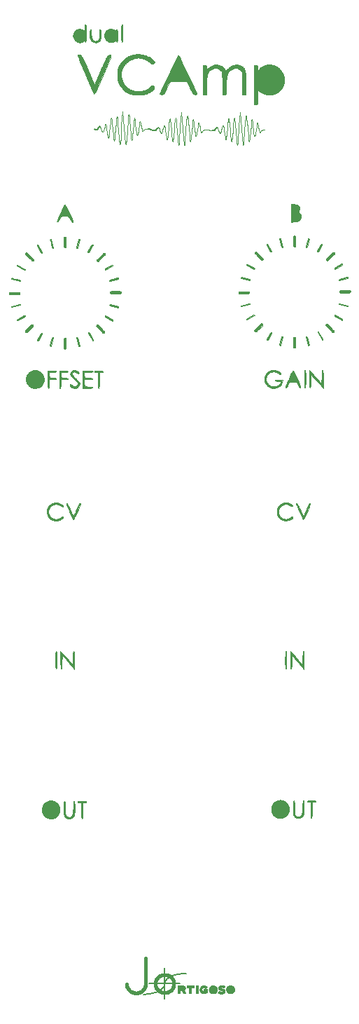
<source format=gbr>
%TF.GenerationSoftware,KiCad,Pcbnew,(6.0.1)*%
%TF.CreationDate,2022-09-11T09:08:24+02:00*%
%TF.ProjectId,front pannel,66726f6e-7420-4706-916e-6e656c2e6b69,rev?*%
%TF.SameCoordinates,Original*%
%TF.FileFunction,Legend,Top*%
%TF.FilePolarity,Positive*%
%FSLAX46Y46*%
G04 Gerber Fmt 4.6, Leading zero omitted, Abs format (unit mm)*
G04 Created by KiCad (PCBNEW (6.0.1)) date 2022-09-11 09:08:24*
%MOMM*%
%LPD*%
G01*
G04 APERTURE LIST*
%ADD10C,0.138789*%
%ADD11C,0.092604*%
%ADD12C,0.124930*%
%ADD13C,0.131850*%
%ADD14C,0.456022*%
%ADD15C,0.122850*%
%ADD16C,0.131400*%
%ADD17C,0.013218*%
%ADD18C,0.008819*%
%ADD19C,0.128875*%
G04 APERTURE END LIST*
D10*
X56429504Y-143165384D02*
X56544142Y-143140678D01*
D11*
X37965081Y-63566648D02*
X37968258Y-63564924D01*
X37968258Y-63564924D02*
X37971484Y-63563381D01*
X37971484Y-63563381D02*
X37974753Y-63562017D01*
X37974753Y-63562017D02*
X37978057Y-63560831D01*
X37978057Y-63560831D02*
X37981393Y-63559819D01*
X37981393Y-63559819D02*
X37984753Y-63558982D01*
X37984753Y-63558982D02*
X37988131Y-63558316D01*
X37988131Y-63558316D02*
X37991522Y-63557822D01*
X37991522Y-63557822D02*
X37994920Y-63557496D01*
X37994920Y-63557496D02*
X37998319Y-63557336D01*
X37998319Y-63557336D02*
X38001713Y-63557343D01*
X38001713Y-63557343D02*
X38005096Y-63557513D01*
X38005096Y-63557513D02*
X38008461Y-63557845D01*
X38008461Y-63557845D02*
X38011804Y-63558337D01*
X38011804Y-63558337D02*
X38015118Y-63558988D01*
X38015118Y-63558988D02*
X38018398Y-63559795D01*
X38018398Y-63559795D02*
X38021636Y-63560758D01*
X38021636Y-63560758D02*
X38024828Y-63561874D01*
X38024828Y-63561874D02*
X38027968Y-63563142D01*
X38027968Y-63563142D02*
X38031049Y-63564561D01*
X38031049Y-63564561D02*
X38034065Y-63566127D01*
X38034065Y-63566127D02*
X38037011Y-63567841D01*
X38037011Y-63567841D02*
X38039881Y-63569699D01*
X38039881Y-63569699D02*
X38042669Y-63571700D01*
X38042669Y-63571700D02*
X38045368Y-63573844D01*
X38045368Y-63573844D02*
X38047973Y-63576127D01*
X38047973Y-63576127D02*
X38050479Y-63578548D01*
X38050479Y-63578548D02*
X38052878Y-63581106D01*
X38052878Y-63581106D02*
X38055165Y-63583799D01*
X38055165Y-63583799D02*
X38057335Y-63586625D01*
X38057335Y-63586625D02*
X38059380Y-63589582D01*
X38059380Y-63589582D02*
X38061297Y-63592669D01*
X38061297Y-63592669D02*
X38063004Y-63595864D01*
X38063004Y-63595864D02*
X38064532Y-63599105D01*
X38064532Y-63599105D02*
X38065882Y-63602388D01*
X38065882Y-63602388D02*
X38067057Y-63605706D01*
X38067057Y-63605706D02*
X38068057Y-63609054D01*
X38068057Y-63609054D02*
X38068885Y-63612425D01*
X38068885Y-63612425D02*
X38069542Y-63615813D01*
X38069542Y-63615813D02*
X38070029Y-63619213D01*
X38070029Y-63619213D02*
X38070348Y-63622619D01*
X38070348Y-63622619D02*
X38070502Y-63626024D01*
X38070502Y-63626024D02*
X38070490Y-63629423D01*
X38070490Y-63629423D02*
X38070316Y-63632809D01*
X38070316Y-63632809D02*
X38069981Y-63636178D01*
X38069981Y-63636178D02*
X38069485Y-63639522D01*
X38069485Y-63639522D02*
X38068832Y-63642836D01*
X38068832Y-63642836D02*
X38068022Y-63646114D01*
X38068022Y-63646114D02*
X38067057Y-63649349D01*
X38067057Y-63649349D02*
X38065939Y-63652537D01*
X38065939Y-63652537D02*
X38064669Y-63655671D01*
X38064669Y-63655671D02*
X38063249Y-63658745D01*
X38063249Y-63658745D02*
X38061681Y-63661753D01*
X38061681Y-63661753D02*
X38059965Y-63664689D01*
X38059965Y-63664689D02*
X38058105Y-63667548D01*
X38058105Y-63667548D02*
X38056101Y-63670323D01*
X38056101Y-63670323D02*
X38053954Y-63673008D01*
X38053954Y-63673008D02*
X38051668Y-63675597D01*
X38051668Y-63675597D02*
X38049242Y-63678085D01*
X38049242Y-63678085D02*
X38046680Y-63680466D01*
X38046680Y-63680466D02*
X38043982Y-63682732D01*
X38043982Y-63682732D02*
X38041149Y-63684880D01*
X38041149Y-63684880D02*
X38038185Y-63686902D01*
X38038185Y-63686902D02*
X38035090Y-63688793D01*
X38035090Y-63688793D02*
X37193503Y-64171630D01*
X37193503Y-64171630D02*
X37190308Y-64173371D01*
X37190308Y-64173371D02*
X37187063Y-64174930D01*
X37187063Y-64174930D02*
X37183775Y-64176308D01*
X37183775Y-64176308D02*
X37180451Y-64177509D01*
X37180451Y-64177509D02*
X37177095Y-64178533D01*
X37177095Y-64178533D02*
X37173716Y-64179383D01*
X37173716Y-64179383D02*
X37170317Y-64180059D01*
X37170317Y-64180059D02*
X37166907Y-64180564D01*
X37166907Y-64180564D02*
X37163490Y-64180900D01*
X37163490Y-64180900D02*
X37160074Y-64181067D01*
X37160074Y-64181067D02*
X37156663Y-64181069D01*
X37156663Y-64181069D02*
X37153265Y-64180906D01*
X37153265Y-64180906D02*
X37149886Y-64180581D01*
X37149886Y-64180581D02*
X37146531Y-64180094D01*
X37146531Y-64180094D02*
X37143207Y-64179449D01*
X37143207Y-64179449D02*
X37139920Y-64178646D01*
X37139920Y-64178646D02*
X37136676Y-64177687D01*
X37136676Y-64177687D02*
X37133482Y-64176574D01*
X37133482Y-64176574D02*
X37130342Y-64175309D01*
X37130342Y-64175309D02*
X37127265Y-64173893D01*
X37127265Y-64173893D02*
X37124255Y-64172329D01*
X37124255Y-64172329D02*
X37121319Y-64170618D01*
X37121319Y-64170618D02*
X37118463Y-64168761D01*
X37118463Y-64168761D02*
X37115694Y-64166760D01*
X37115694Y-64166760D02*
X37113017Y-64164618D01*
X37113017Y-64164618D02*
X37110438Y-64162336D01*
X37110438Y-64162336D02*
X37107964Y-64159915D01*
X37107964Y-64159915D02*
X37105601Y-64157357D01*
X37105601Y-64157357D02*
X37103355Y-64154664D01*
X37103355Y-64154664D02*
X37101232Y-64151839D01*
X37101232Y-64151839D02*
X37099238Y-64148881D01*
X37099238Y-64148881D02*
X37097380Y-64145794D01*
X37097380Y-64145794D02*
X37095648Y-64142599D01*
X37095648Y-64142599D02*
X37094096Y-64139356D01*
X37094096Y-64139356D02*
X37092723Y-64136071D01*
X37092723Y-64136071D02*
X37091528Y-64132749D01*
X37091528Y-64132749D02*
X37090508Y-64129398D01*
X37090508Y-64129398D02*
X37089662Y-64126022D01*
X37089662Y-64126022D02*
X37088989Y-64122628D01*
X37088989Y-64122628D02*
X37088486Y-64119222D01*
X37088486Y-64119222D02*
X37088151Y-64115811D01*
X37088151Y-64115811D02*
X37087984Y-64112399D01*
X37087984Y-64112399D02*
X37087983Y-64108994D01*
X37087983Y-64108994D02*
X37088145Y-64105600D01*
X37088145Y-64105600D02*
X37088470Y-64102225D01*
X37088470Y-64102225D02*
X37088955Y-64098874D01*
X37088955Y-64098874D02*
X37089599Y-64095553D01*
X37089599Y-64095553D02*
X37090400Y-64092269D01*
X37090400Y-64092269D02*
X37091356Y-64089027D01*
X37091356Y-64089027D02*
X37092467Y-64085833D01*
X37092467Y-64085833D02*
X37093729Y-64082694D01*
X37093729Y-64082694D02*
X37095142Y-64079615D01*
X37095142Y-64079615D02*
X37096703Y-64076602D01*
X37096703Y-64076602D02*
X37098412Y-64073662D01*
X37098412Y-64073662D02*
X37100266Y-64070801D01*
X37100266Y-64070801D02*
X37102263Y-64068024D01*
X37102263Y-64068024D02*
X37104403Y-64065338D01*
X37104403Y-64065338D02*
X37106683Y-64062748D01*
X37106683Y-64062748D02*
X37109102Y-64060261D01*
X37109102Y-64060261D02*
X37111657Y-64057883D01*
X37111657Y-64057883D02*
X37114348Y-64055620D01*
X37114348Y-64055620D02*
X37117173Y-64053477D01*
X37117173Y-64053477D02*
X37120130Y-64051461D01*
X37120130Y-64051461D02*
X37123216Y-64049578D01*
X37123216Y-64049578D02*
X37965081Y-63566648D01*
X37965081Y-63566648D02*
X37965081Y-63566648D01*
G36*
X38001713Y-63557343D02*
G01*
X38005096Y-63557513D01*
X38008461Y-63557845D01*
X38011804Y-63558337D01*
X38015118Y-63558988D01*
X38018398Y-63559795D01*
X38021636Y-63560758D01*
X38024828Y-63561874D01*
X38027968Y-63563142D01*
X38031049Y-63564561D01*
X38034065Y-63566127D01*
X38037011Y-63567841D01*
X38039881Y-63569699D01*
X38042669Y-63571700D01*
X38045368Y-63573844D01*
X38047973Y-63576127D01*
X38050479Y-63578548D01*
X38052878Y-63581106D01*
X38055165Y-63583799D01*
X38057335Y-63586625D01*
X38059380Y-63589582D01*
X38061297Y-63592669D01*
X38063004Y-63595864D01*
X38064532Y-63599105D01*
X38065882Y-63602388D01*
X38067057Y-63605706D01*
X38068057Y-63609054D01*
X38068885Y-63612425D01*
X38069542Y-63615813D01*
X38070029Y-63619213D01*
X38070348Y-63622619D01*
X38070502Y-63626024D01*
X38070490Y-63629423D01*
X38070316Y-63632809D01*
X38069981Y-63636178D01*
X38069485Y-63639522D01*
X38068832Y-63642836D01*
X38068022Y-63646114D01*
X38067057Y-63649349D01*
X38065939Y-63652537D01*
X38064669Y-63655671D01*
X38063249Y-63658745D01*
X38061681Y-63661753D01*
X38059965Y-63664689D01*
X38058105Y-63667548D01*
X38056101Y-63670323D01*
X38053954Y-63673008D01*
X38051668Y-63675597D01*
X38049242Y-63678085D01*
X38046680Y-63680466D01*
X38043982Y-63682732D01*
X38041149Y-63684880D01*
X38038185Y-63686902D01*
X38035090Y-63688793D01*
X37193503Y-64171630D01*
X37190308Y-64173371D01*
X37187063Y-64174930D01*
X37183775Y-64176308D01*
X37180451Y-64177509D01*
X37177095Y-64178533D01*
X37173716Y-64179383D01*
X37170317Y-64180059D01*
X37166907Y-64180564D01*
X37163490Y-64180900D01*
X37160074Y-64181067D01*
X37156663Y-64181069D01*
X37153265Y-64180906D01*
X37149886Y-64180581D01*
X37146531Y-64180094D01*
X37143207Y-64179449D01*
X37139920Y-64178646D01*
X37136676Y-64177687D01*
X37133482Y-64176574D01*
X37130342Y-64175309D01*
X37127265Y-64173893D01*
X37124255Y-64172329D01*
X37121319Y-64170618D01*
X37118463Y-64168761D01*
X37115694Y-64166760D01*
X37113017Y-64164618D01*
X37110438Y-64162336D01*
X37107964Y-64159915D01*
X37105601Y-64157357D01*
X37103355Y-64154664D01*
X37101232Y-64151839D01*
X37099238Y-64148881D01*
X37097380Y-64145794D01*
X37095648Y-64142599D01*
X37094096Y-64139356D01*
X37092723Y-64136071D01*
X37091528Y-64132749D01*
X37090508Y-64129398D01*
X37089662Y-64126022D01*
X37088989Y-64122628D01*
X37088486Y-64119222D01*
X37088151Y-64115811D01*
X37087984Y-64112399D01*
X37087983Y-64108994D01*
X37088145Y-64105600D01*
X37088470Y-64102225D01*
X37088955Y-64098874D01*
X37089599Y-64095553D01*
X37090400Y-64092269D01*
X37091356Y-64089027D01*
X37092467Y-64085833D01*
X37093729Y-64082694D01*
X37095142Y-64079615D01*
X37096703Y-64076602D01*
X37098412Y-64073662D01*
X37100266Y-64070801D01*
X37102263Y-64068024D01*
X37104403Y-64065338D01*
X37106683Y-64062748D01*
X37109102Y-64060261D01*
X37111657Y-64057883D01*
X37114348Y-64055620D01*
X37117173Y-64053477D01*
X37120130Y-64051461D01*
X37123216Y-64049578D01*
X37965081Y-63566648D01*
X37968258Y-63564924D01*
X37971484Y-63563381D01*
X37974753Y-63562017D01*
X37978057Y-63560831D01*
X37981393Y-63559819D01*
X37984753Y-63558982D01*
X37988131Y-63558316D01*
X37991522Y-63557822D01*
X37994920Y-63557496D01*
X37998319Y-63557336D01*
X38001713Y-63557343D01*
G37*
X38001713Y-63557343D02*
X38005096Y-63557513D01*
X38008461Y-63557845D01*
X38011804Y-63558337D01*
X38015118Y-63558988D01*
X38018398Y-63559795D01*
X38021636Y-63560758D01*
X38024828Y-63561874D01*
X38027968Y-63563142D01*
X38031049Y-63564561D01*
X38034065Y-63566127D01*
X38037011Y-63567841D01*
X38039881Y-63569699D01*
X38042669Y-63571700D01*
X38045368Y-63573844D01*
X38047973Y-63576127D01*
X38050479Y-63578548D01*
X38052878Y-63581106D01*
X38055165Y-63583799D01*
X38057335Y-63586625D01*
X38059380Y-63589582D01*
X38061297Y-63592669D01*
X38063004Y-63595864D01*
X38064532Y-63599105D01*
X38065882Y-63602388D01*
X38067057Y-63605706D01*
X38068057Y-63609054D01*
X38068885Y-63612425D01*
X38069542Y-63615813D01*
X38070029Y-63619213D01*
X38070348Y-63622619D01*
X38070502Y-63626024D01*
X38070490Y-63629423D01*
X38070316Y-63632809D01*
X38069981Y-63636178D01*
X38069485Y-63639522D01*
X38068832Y-63642836D01*
X38068022Y-63646114D01*
X38067057Y-63649349D01*
X38065939Y-63652537D01*
X38064669Y-63655671D01*
X38063249Y-63658745D01*
X38061681Y-63661753D01*
X38059965Y-63664689D01*
X38058105Y-63667548D01*
X38056101Y-63670323D01*
X38053954Y-63673008D01*
X38051668Y-63675597D01*
X38049242Y-63678085D01*
X38046680Y-63680466D01*
X38043982Y-63682732D01*
X38041149Y-63684880D01*
X38038185Y-63686902D01*
X38035090Y-63688793D01*
X37193503Y-64171630D01*
X37190308Y-64173371D01*
X37187063Y-64174930D01*
X37183775Y-64176308D01*
X37180451Y-64177509D01*
X37177095Y-64178533D01*
X37173716Y-64179383D01*
X37170317Y-64180059D01*
X37166907Y-64180564D01*
X37163490Y-64180900D01*
X37160074Y-64181067D01*
X37156663Y-64181069D01*
X37153265Y-64180906D01*
X37149886Y-64180581D01*
X37146531Y-64180094D01*
X37143207Y-64179449D01*
X37139920Y-64178646D01*
X37136676Y-64177687D01*
X37133482Y-64176574D01*
X37130342Y-64175309D01*
X37127265Y-64173893D01*
X37124255Y-64172329D01*
X37121319Y-64170618D01*
X37118463Y-64168761D01*
X37115694Y-64166760D01*
X37113017Y-64164618D01*
X37110438Y-64162336D01*
X37107964Y-64159915D01*
X37105601Y-64157357D01*
X37103355Y-64154664D01*
X37101232Y-64151839D01*
X37099238Y-64148881D01*
X37097380Y-64145794D01*
X37095648Y-64142599D01*
X37094096Y-64139356D01*
X37092723Y-64136071D01*
X37091528Y-64132749D01*
X37090508Y-64129398D01*
X37089662Y-64126022D01*
X37088989Y-64122628D01*
X37088486Y-64119222D01*
X37088151Y-64115811D01*
X37087984Y-64112399D01*
X37087983Y-64108994D01*
X37088145Y-64105600D01*
X37088470Y-64102225D01*
X37088955Y-64098874D01*
X37089599Y-64095553D01*
X37090400Y-64092269D01*
X37091356Y-64089027D01*
X37092467Y-64085833D01*
X37093729Y-64082694D01*
X37095142Y-64079615D01*
X37096703Y-64076602D01*
X37098412Y-64073662D01*
X37100266Y-64070801D01*
X37102263Y-64068024D01*
X37104403Y-64065338D01*
X37106683Y-64062748D01*
X37109102Y-64060261D01*
X37111657Y-64057883D01*
X37114348Y-64055620D01*
X37117173Y-64053477D01*
X37120130Y-64051461D01*
X37123216Y-64049578D01*
X37965081Y-63566648D01*
X37968258Y-63564924D01*
X37971484Y-63563381D01*
X37974753Y-63562017D01*
X37978057Y-63560831D01*
X37981393Y-63559819D01*
X37984753Y-63558982D01*
X37988131Y-63558316D01*
X37991522Y-63557822D01*
X37994920Y-63557496D01*
X37998319Y-63557336D01*
X38001713Y-63557343D01*
X42838902Y-54156126D02*
X42840310Y-54153008D01*
D12*
X62742571Y-39860511D02*
X62721581Y-39795269D01*
D13*
X47162685Y-40726629D02*
X47164302Y-40730081D01*
D11*
X42927962Y-54117420D02*
X42931159Y-54118679D01*
D12*
X65494224Y-39864796D02*
X65475236Y-39960684D01*
X55291278Y-42227442D02*
X55281292Y-42254726D01*
X55271312Y-42271253D02*
X55261337Y-42277605D01*
D13*
X54238462Y-40826744D02*
X54240878Y-40827464D01*
D14*
X55831430Y-143583056D02*
X55864792Y-143624340D01*
D12*
X61719086Y-41498443D02*
X61708094Y-41512257D01*
X47508094Y-41387257D02*
X47497072Y-41397592D01*
X55701668Y-40323750D02*
X55659276Y-39971897D01*
X49907841Y-38903477D02*
X49897462Y-38913214D01*
X55659276Y-39971897D02*
X55638198Y-39856172D01*
D15*
X59296823Y-41165514D02*
X59327818Y-41287532D01*
D11*
X42968606Y-54156126D02*
X42969865Y-54159323D01*
D12*
X56309448Y-39672761D02*
X56298259Y-39663324D01*
D11*
X45727532Y-65714324D02*
X45725765Y-65711163D01*
X45725765Y-65711163D02*
X45724177Y-65707951D01*
X45724177Y-65707951D02*
X45722767Y-65704694D01*
X45722767Y-65704694D02*
X45721534Y-65701399D01*
X45721534Y-65701399D02*
X45720476Y-65698071D01*
X45720476Y-65698071D02*
X45719591Y-65694717D01*
X45719591Y-65694717D02*
X45718878Y-65691341D01*
X45718878Y-65691341D02*
X45718335Y-65687950D01*
X45718335Y-65687950D02*
X45717962Y-65684551D01*
X45717962Y-65684551D02*
X45717755Y-65681148D01*
X45717755Y-65681148D02*
X45717714Y-65677748D01*
X45717714Y-65677748D02*
X45717837Y-65674356D01*
X45717837Y-65674356D02*
X45718122Y-65670979D01*
X45718122Y-65670979D02*
X45718569Y-65667623D01*
X45718569Y-65667623D02*
X45719175Y-65664293D01*
X45719175Y-65664293D02*
X45719939Y-65660996D01*
X45719939Y-65660996D02*
X45720858Y-65657736D01*
X45720858Y-65657736D02*
X45721933Y-65654521D01*
X45721933Y-65654521D02*
X45723161Y-65651356D01*
X45723161Y-65651356D02*
X45724540Y-65648247D01*
X45724540Y-65648247D02*
X45726070Y-65645200D01*
X45726070Y-65645200D02*
X45727748Y-65642221D01*
X45727748Y-65642221D02*
X45729573Y-65639315D01*
X45729573Y-65639315D02*
X45731543Y-65636489D01*
X45731543Y-65636489D02*
X45733657Y-65633749D01*
X45733657Y-65633749D02*
X45735913Y-65631100D01*
X45735913Y-65631100D02*
X45738310Y-65628549D01*
X45738310Y-65628549D02*
X45740846Y-65626101D01*
X45740846Y-65626101D02*
X45743519Y-65623762D01*
X45743519Y-65623762D02*
X45746329Y-65621538D01*
X45746329Y-65621538D02*
X45749273Y-65619436D01*
X45749273Y-65619436D02*
X45752350Y-65617461D01*
X45752350Y-65617461D02*
X45755511Y-65615726D01*
X45755511Y-65615726D02*
X45758723Y-65614168D01*
X45758723Y-65614168D02*
X45761979Y-65612785D01*
X45761979Y-65612785D02*
X45765274Y-65611576D01*
X45765274Y-65611576D02*
X45768601Y-65610540D01*
X45768601Y-65610540D02*
X45771954Y-65609674D01*
X45771954Y-65609674D02*
X45775328Y-65608978D01*
X45775328Y-65608978D02*
X45778717Y-65608450D01*
X45778717Y-65608450D02*
X45782114Y-65608089D01*
X45782114Y-65608089D02*
X45785514Y-65607893D01*
X45785514Y-65607893D02*
X45788911Y-65607861D01*
X45788911Y-65607861D02*
X45792298Y-65607991D01*
X45792298Y-65607991D02*
X45795669Y-65608282D01*
X45795669Y-65608282D02*
X45799019Y-65608734D01*
X45799019Y-65608734D02*
X45802342Y-65609343D01*
X45802342Y-65609343D02*
X45805632Y-65610109D01*
X45805632Y-65610109D02*
X45808882Y-65611031D01*
X45808882Y-65611031D02*
X45812086Y-65612107D01*
X45812086Y-65612107D02*
X45815240Y-65613335D01*
X45815240Y-65613335D02*
X45818336Y-65614715D01*
X45818336Y-65614715D02*
X45821369Y-65616245D01*
X45821369Y-65616245D02*
X45824333Y-65617923D01*
X45824333Y-65617923D02*
X45827221Y-65619748D01*
X45827221Y-65619748D02*
X45830028Y-65621718D01*
X45830028Y-65621718D02*
X45832748Y-65623833D01*
X45832748Y-65623833D02*
X45835375Y-65626091D01*
X45835375Y-65626091D02*
X45837903Y-65628489D01*
X45837903Y-65628489D02*
X45840325Y-65631028D01*
X45840325Y-65631028D02*
X45842636Y-65633706D01*
X45842636Y-65633706D02*
X45844830Y-65636521D01*
X45844830Y-65636521D02*
X45846901Y-65639471D01*
X45846901Y-65639471D02*
X45848843Y-65642556D01*
X45848843Y-65642556D02*
X46342794Y-66477567D01*
X46342794Y-66477567D02*
X46344594Y-66480738D01*
X46344594Y-66480738D02*
X46346212Y-66483959D01*
X46346212Y-66483959D02*
X46347649Y-66487227D01*
X46347649Y-66487227D02*
X46348907Y-66490533D01*
X46348907Y-66490533D02*
X46349987Y-66493872D01*
X46349987Y-66493872D02*
X46350890Y-66497238D01*
X46350890Y-66497238D02*
X46351620Y-66500625D01*
X46351620Y-66500625D02*
X46352177Y-66504026D01*
X46352177Y-66504026D02*
X46352564Y-66507436D01*
X46352564Y-66507436D02*
X46352781Y-66510848D01*
X46352781Y-66510848D02*
X46352831Y-66514256D01*
X46352831Y-66514256D02*
X46352715Y-66517654D01*
X46352715Y-66517654D02*
X46352436Y-66521036D01*
X46352436Y-66521036D02*
X46351994Y-66524396D01*
X46351994Y-66524396D02*
X46351392Y-66527727D01*
X46351392Y-66527727D02*
X46350631Y-66531024D01*
X46350631Y-66531024D02*
X46349712Y-66534280D01*
X46349712Y-66534280D02*
X46348639Y-66537489D01*
X46348639Y-66537489D02*
X46347412Y-66540645D01*
X46347412Y-66540645D02*
X46346032Y-66543742D01*
X46346032Y-66543742D02*
X46344503Y-66546774D01*
X46344503Y-66546774D02*
X46342825Y-66549734D01*
X46342825Y-66549734D02*
X46341000Y-66552617D01*
X46341000Y-66552617D02*
X46339030Y-66555417D01*
X46339030Y-66555417D02*
X46336917Y-66558126D01*
X46336917Y-66558126D02*
X46334662Y-66560739D01*
X46334662Y-66560739D02*
X46332267Y-66563251D01*
X46332267Y-66563251D02*
X46329734Y-66565654D01*
X46329734Y-66565654D02*
X46327065Y-66567943D01*
X46327065Y-66567943D02*
X46324260Y-66570111D01*
X46324260Y-66570111D02*
X46321323Y-66572153D01*
X46321323Y-66572153D02*
X46318254Y-66574062D01*
X46318254Y-66574062D02*
X46315067Y-66575830D01*
X46315067Y-66575830D02*
X46311831Y-66577418D01*
X46311831Y-66577418D02*
X46308552Y-66578829D01*
X46308552Y-66578829D02*
X46305235Y-66580064D01*
X46305235Y-66580064D02*
X46301887Y-66581125D01*
X46301887Y-66581125D02*
X46298514Y-66582012D01*
X46298514Y-66582012D02*
X46295121Y-66582728D01*
X46295121Y-66582728D02*
X46291716Y-66583275D01*
X46291716Y-66583275D02*
X46288303Y-66583653D01*
X46288303Y-66583653D02*
X46284889Y-66583864D01*
X46284889Y-66583864D02*
X46281480Y-66583909D01*
X46281480Y-66583909D02*
X46278081Y-66583791D01*
X46278081Y-66583791D02*
X46274700Y-66583511D01*
X46274700Y-66583511D02*
X46271341Y-66583071D01*
X46271341Y-66583071D02*
X46268012Y-66582471D01*
X46268012Y-66582471D02*
X46264717Y-66581713D01*
X46264717Y-66581713D02*
X46261463Y-66580800D01*
X46261463Y-66580800D02*
X46258257Y-66579732D01*
X46258257Y-66579732D02*
X46255103Y-66578511D01*
X46255103Y-66578511D02*
X46252008Y-66577139D01*
X46252008Y-66577139D02*
X46248979Y-66575617D01*
X46248979Y-66575617D02*
X46246020Y-66573947D01*
X46246020Y-66573947D02*
X46243139Y-66572130D01*
X46243139Y-66572130D02*
X46240340Y-66570168D01*
X46240340Y-66570168D02*
X46237631Y-66568062D01*
X46237631Y-66568062D02*
X46235017Y-66565814D01*
X46235017Y-66565814D02*
X46232504Y-66563426D01*
X46232504Y-66563426D02*
X46230098Y-66560898D01*
X46230098Y-66560898D02*
X46227806Y-66558233D01*
X46227806Y-66558233D02*
X46225632Y-66555432D01*
X46225632Y-66555432D02*
X46223584Y-66552497D01*
X46223584Y-66552497D02*
X46221668Y-66549429D01*
X46221668Y-66549429D02*
X45727532Y-65714324D01*
X45727532Y-65714324D02*
X45727532Y-65714324D01*
G36*
X45792298Y-65607991D02*
G01*
X45795669Y-65608282D01*
X45799019Y-65608734D01*
X45802342Y-65609343D01*
X45805632Y-65610109D01*
X45808882Y-65611031D01*
X45812086Y-65612107D01*
X45815240Y-65613335D01*
X45818336Y-65614715D01*
X45821369Y-65616245D01*
X45824333Y-65617923D01*
X45827221Y-65619748D01*
X45830028Y-65621718D01*
X45832748Y-65623833D01*
X45835375Y-65626091D01*
X45837903Y-65628489D01*
X45840325Y-65631028D01*
X45842636Y-65633706D01*
X45844830Y-65636521D01*
X45846901Y-65639471D01*
X45848843Y-65642556D01*
X46342794Y-66477567D01*
X46344594Y-66480738D01*
X46346212Y-66483959D01*
X46347649Y-66487227D01*
X46348907Y-66490533D01*
X46349987Y-66493872D01*
X46350890Y-66497238D01*
X46351620Y-66500625D01*
X46352177Y-66504026D01*
X46352564Y-66507436D01*
X46352781Y-66510848D01*
X46352831Y-66514256D01*
X46352715Y-66517654D01*
X46352436Y-66521036D01*
X46351994Y-66524396D01*
X46351392Y-66527727D01*
X46350631Y-66531024D01*
X46349712Y-66534280D01*
X46348639Y-66537489D01*
X46347412Y-66540645D01*
X46346032Y-66543742D01*
X46344503Y-66546774D01*
X46342825Y-66549734D01*
X46341000Y-66552617D01*
X46339030Y-66555417D01*
X46336917Y-66558126D01*
X46334662Y-66560739D01*
X46332267Y-66563251D01*
X46329734Y-66565654D01*
X46327065Y-66567943D01*
X46324260Y-66570111D01*
X46321323Y-66572153D01*
X46318254Y-66574062D01*
X46315067Y-66575830D01*
X46311831Y-66577418D01*
X46308552Y-66578829D01*
X46305235Y-66580064D01*
X46301887Y-66581125D01*
X46298514Y-66582012D01*
X46295121Y-66582728D01*
X46291716Y-66583275D01*
X46288303Y-66583653D01*
X46284889Y-66583864D01*
X46281480Y-66583909D01*
X46278081Y-66583791D01*
X46274700Y-66583511D01*
X46271341Y-66583071D01*
X46268012Y-66582471D01*
X46264717Y-66581713D01*
X46261463Y-66580800D01*
X46258257Y-66579732D01*
X46255103Y-66578511D01*
X46252008Y-66577139D01*
X46248979Y-66575617D01*
X46246020Y-66573947D01*
X46243139Y-66572130D01*
X46240340Y-66570168D01*
X46237631Y-66568062D01*
X46235017Y-66565814D01*
X46232504Y-66563426D01*
X46230098Y-66560898D01*
X46227806Y-66558233D01*
X46225632Y-66555432D01*
X46223584Y-66552497D01*
X46221668Y-66549429D01*
X45727532Y-65714324D01*
X45725765Y-65711163D01*
X45724177Y-65707951D01*
X45722767Y-65704694D01*
X45721534Y-65701399D01*
X45720476Y-65698071D01*
X45719591Y-65694717D01*
X45718878Y-65691341D01*
X45718335Y-65687950D01*
X45717962Y-65684551D01*
X45717755Y-65681148D01*
X45717714Y-65677748D01*
X45717837Y-65674356D01*
X45718122Y-65670979D01*
X45718569Y-65667623D01*
X45719175Y-65664293D01*
X45719939Y-65660996D01*
X45720858Y-65657736D01*
X45721933Y-65654521D01*
X45723161Y-65651356D01*
X45724540Y-65648247D01*
X45726070Y-65645200D01*
X45727748Y-65642221D01*
X45729573Y-65639315D01*
X45731543Y-65636489D01*
X45733657Y-65633749D01*
X45735913Y-65631100D01*
X45738310Y-65628549D01*
X45740846Y-65626101D01*
X45743519Y-65623762D01*
X45746329Y-65621538D01*
X45749273Y-65619436D01*
X45752350Y-65617461D01*
X45755511Y-65615726D01*
X45758723Y-65614168D01*
X45761979Y-65612785D01*
X45765274Y-65611576D01*
X45768601Y-65610540D01*
X45771954Y-65609674D01*
X45775328Y-65608978D01*
X45778717Y-65608450D01*
X45782114Y-65608089D01*
X45785514Y-65607893D01*
X45788911Y-65607861D01*
X45792298Y-65607991D01*
G37*
X45792298Y-65607991D02*
X45795669Y-65608282D01*
X45799019Y-65608734D01*
X45802342Y-65609343D01*
X45805632Y-65610109D01*
X45808882Y-65611031D01*
X45812086Y-65612107D01*
X45815240Y-65613335D01*
X45818336Y-65614715D01*
X45821369Y-65616245D01*
X45824333Y-65617923D01*
X45827221Y-65619748D01*
X45830028Y-65621718D01*
X45832748Y-65623833D01*
X45835375Y-65626091D01*
X45837903Y-65628489D01*
X45840325Y-65631028D01*
X45842636Y-65633706D01*
X45844830Y-65636521D01*
X45846901Y-65639471D01*
X45848843Y-65642556D01*
X46342794Y-66477567D01*
X46344594Y-66480738D01*
X46346212Y-66483959D01*
X46347649Y-66487227D01*
X46348907Y-66490533D01*
X46349987Y-66493872D01*
X46350890Y-66497238D01*
X46351620Y-66500625D01*
X46352177Y-66504026D01*
X46352564Y-66507436D01*
X46352781Y-66510848D01*
X46352831Y-66514256D01*
X46352715Y-66517654D01*
X46352436Y-66521036D01*
X46351994Y-66524396D01*
X46351392Y-66527727D01*
X46350631Y-66531024D01*
X46349712Y-66534280D01*
X46348639Y-66537489D01*
X46347412Y-66540645D01*
X46346032Y-66543742D01*
X46344503Y-66546774D01*
X46342825Y-66549734D01*
X46341000Y-66552617D01*
X46339030Y-66555417D01*
X46336917Y-66558126D01*
X46334662Y-66560739D01*
X46332267Y-66563251D01*
X46329734Y-66565654D01*
X46327065Y-66567943D01*
X46324260Y-66570111D01*
X46321323Y-66572153D01*
X46318254Y-66574062D01*
X46315067Y-66575830D01*
X46311831Y-66577418D01*
X46308552Y-66578829D01*
X46305235Y-66580064D01*
X46301887Y-66581125D01*
X46298514Y-66582012D01*
X46295121Y-66582728D01*
X46291716Y-66583275D01*
X46288303Y-66583653D01*
X46284889Y-66583864D01*
X46281480Y-66583909D01*
X46278081Y-66583791D01*
X46274700Y-66583511D01*
X46271341Y-66583071D01*
X46268012Y-66582471D01*
X46264717Y-66581713D01*
X46261463Y-66580800D01*
X46258257Y-66579732D01*
X46255103Y-66578511D01*
X46252008Y-66577139D01*
X46248979Y-66575617D01*
X46246020Y-66573947D01*
X46243139Y-66572130D01*
X46240340Y-66570168D01*
X46237631Y-66568062D01*
X46235017Y-66565814D01*
X46232504Y-66563426D01*
X46230098Y-66560898D01*
X46227806Y-66558233D01*
X46225632Y-66555432D01*
X46223584Y-66552497D01*
X46221668Y-66549429D01*
X45727532Y-65714324D01*
X45725765Y-65711163D01*
X45724177Y-65707951D01*
X45722767Y-65704694D01*
X45721534Y-65701399D01*
X45720476Y-65698071D01*
X45719591Y-65694717D01*
X45718878Y-65691341D01*
X45718335Y-65687950D01*
X45717962Y-65684551D01*
X45717755Y-65681148D01*
X45717714Y-65677748D01*
X45717837Y-65674356D01*
X45718122Y-65670979D01*
X45718569Y-65667623D01*
X45719175Y-65664293D01*
X45719939Y-65660996D01*
X45720858Y-65657736D01*
X45721933Y-65654521D01*
X45723161Y-65651356D01*
X45724540Y-65648247D01*
X45726070Y-65645200D01*
X45727748Y-65642221D01*
X45729573Y-65639315D01*
X45731543Y-65636489D01*
X45733657Y-65633749D01*
X45735913Y-65631100D01*
X45738310Y-65628549D01*
X45740846Y-65626101D01*
X45743519Y-65623762D01*
X45746329Y-65621538D01*
X45749273Y-65619436D01*
X45752350Y-65617461D01*
X45755511Y-65615726D01*
X45758723Y-65614168D01*
X45761979Y-65612785D01*
X45765274Y-65611576D01*
X45768601Y-65610540D01*
X45771954Y-65609674D01*
X45775328Y-65608978D01*
X45778717Y-65608450D01*
X45782114Y-65608089D01*
X45785514Y-65607893D01*
X45788911Y-65607861D01*
X45792298Y-65607991D01*
D14*
X55896124Y-143667186D02*
X55925356Y-143711527D01*
D12*
X51348941Y-39730438D02*
X51331030Y-39691220D01*
X57435229Y-42505720D02*
X57390536Y-42868025D01*
D11*
X42835589Y-54165934D02*
X42836536Y-54162594D01*
D14*
X53841822Y-144334463D02*
X53840360Y-144278226D01*
D12*
X65856337Y-41894073D02*
X65846177Y-41898944D01*
X47845305Y-40465584D02*
X47835129Y-40456863D01*
X51697750Y-41694860D02*
X51676896Y-41742436D01*
X54514759Y-41503265D02*
X54503526Y-41490087D01*
X64461575Y-42977780D02*
X64450506Y-42974478D01*
D14*
X55245079Y-145336686D02*
X55190704Y-145348889D01*
D16*
X53821072Y-41231602D02*
X53843640Y-41228045D01*
D12*
X65192314Y-42539694D02*
X65181374Y-42553535D01*
D14*
X56065219Y-144498472D02*
X56052671Y-144551345D01*
D17*
X61748067Y-144786119D02*
X61752196Y-144795542D01*
X61752196Y-144795542D02*
X61753919Y-144798381D01*
X61753919Y-144798381D02*
X61755722Y-144801106D01*
X61755722Y-144801106D02*
X61757600Y-144803720D01*
X61757600Y-144803720D02*
X61759551Y-144806228D01*
X61759551Y-144806228D02*
X61761573Y-144808632D01*
X61761573Y-144808632D02*
X61763664Y-144810937D01*
X61763664Y-144810937D02*
X61765820Y-144813145D01*
X61765820Y-144813145D02*
X61768040Y-144815262D01*
X61768040Y-144815262D02*
X61770321Y-144817291D01*
X61770321Y-144817291D02*
X61772659Y-144819234D01*
X61772659Y-144819234D02*
X61777501Y-144822882D01*
X61777501Y-144822882D02*
X61782545Y-144826234D01*
X61782545Y-144826234D02*
X61787771Y-144829321D01*
X61787771Y-144829321D02*
X61793160Y-144832171D01*
X61793160Y-144832171D02*
X61798690Y-144834815D01*
X61798690Y-144834815D02*
X61804341Y-144837281D01*
X61804341Y-144837281D02*
X61810094Y-144839599D01*
X61810094Y-144839599D02*
X61815927Y-144841798D01*
X61815927Y-144841798D02*
X61821822Y-144843908D01*
X61821822Y-144843908D02*
X61833712Y-144847977D01*
X61833712Y-144847977D02*
X61861371Y-144856256D01*
X61861371Y-144856256D02*
X61889300Y-144864147D01*
X61889300Y-144864147D02*
X61945516Y-144879703D01*
X61945516Y-144879703D02*
X61973577Y-144887840D01*
X61973577Y-144887840D02*
X62001458Y-144896528D01*
X62001458Y-144896528D02*
X62029045Y-144906005D01*
X62029045Y-144906005D02*
X62042693Y-144911112D01*
X62042693Y-144911112D02*
X62056225Y-144916504D01*
X62056225Y-144916504D02*
X62067114Y-144921159D01*
X62067114Y-144921159D02*
X62077966Y-144926071D01*
X62077966Y-144926071D02*
X62088751Y-144931237D01*
X62088751Y-144931237D02*
X62099438Y-144936657D01*
X62099438Y-144936657D02*
X62109994Y-144942329D01*
X62109994Y-144942329D02*
X62120389Y-144948252D01*
X62120389Y-144948252D02*
X62130591Y-144954425D01*
X62130591Y-144954425D02*
X62140570Y-144960845D01*
X62140570Y-144960845D02*
X62147509Y-144965716D01*
X62147509Y-144965716D02*
X62154340Y-144970745D01*
X62154340Y-144970745D02*
X62161051Y-144975934D01*
X62161051Y-144975934D02*
X62167629Y-144981286D01*
X62167629Y-144981286D02*
X62174063Y-144986803D01*
X62174063Y-144986803D02*
X62180340Y-144992487D01*
X62180340Y-144992487D02*
X62186447Y-144998340D01*
X62186447Y-144998340D02*
X62192373Y-145004364D01*
X62192373Y-145004364D02*
X62198105Y-145010560D01*
X62198105Y-145010560D02*
X62203631Y-145016932D01*
X62203631Y-145016932D02*
X62208938Y-145023481D01*
X62208938Y-145023481D02*
X62214014Y-145030210D01*
X62214014Y-145030210D02*
X62218846Y-145037120D01*
X62218846Y-145037120D02*
X62223424Y-145044213D01*
X62223424Y-145044213D02*
X62227733Y-145051492D01*
X62227733Y-145051492D02*
X62231762Y-145058958D01*
X62231762Y-145058958D02*
X62238533Y-145072757D01*
X62238533Y-145072757D02*
X62244340Y-145086917D01*
X62244340Y-145086917D02*
X62249191Y-145101390D01*
X62249191Y-145101390D02*
X62253094Y-145116125D01*
X62253094Y-145116125D02*
X62256058Y-145131073D01*
X62256058Y-145131073D02*
X62258091Y-145146185D01*
X62258091Y-145146185D02*
X62259201Y-145161412D01*
X62259201Y-145161412D02*
X62259395Y-145176705D01*
X62259395Y-145176705D02*
X62258683Y-145192014D01*
X62258683Y-145192014D02*
X62257072Y-145207289D01*
X62257072Y-145207289D02*
X62254571Y-145222482D01*
X62254571Y-145222482D02*
X62251187Y-145237544D01*
X62251187Y-145237544D02*
X62246928Y-145252424D01*
X62246928Y-145252424D02*
X62241803Y-145267074D01*
X62241803Y-145267074D02*
X62235820Y-145281445D01*
X62235820Y-145281445D02*
X62228988Y-145295486D01*
X62228988Y-145295486D02*
X62221623Y-145308900D01*
X62221623Y-145308900D02*
X62213549Y-145321925D01*
X62213549Y-145321925D02*
X62204799Y-145334548D01*
X62204799Y-145334548D02*
X62195409Y-145346758D01*
X62195409Y-145346758D02*
X62185412Y-145358544D01*
X62185412Y-145358544D02*
X62174843Y-145369893D01*
X62174843Y-145369893D02*
X62163735Y-145380792D01*
X62163735Y-145380792D02*
X62152123Y-145391231D01*
X62152123Y-145391231D02*
X62140041Y-145401197D01*
X62140041Y-145401197D02*
X62127523Y-145410679D01*
X62127523Y-145410679D02*
X62114604Y-145419664D01*
X62114604Y-145419664D02*
X62101317Y-145428140D01*
X62101317Y-145428140D02*
X62087697Y-145436096D01*
X62087697Y-145436096D02*
X62073779Y-145443520D01*
X62073779Y-145443520D02*
X62059595Y-145450399D01*
X62059595Y-145450399D02*
X62045182Y-145456722D01*
X62045182Y-145456722D02*
X62030561Y-145462493D01*
X62030561Y-145462493D02*
X62015734Y-145467712D01*
X62015734Y-145467712D02*
X62000721Y-145472395D01*
X62000721Y-145472395D02*
X61985542Y-145476557D01*
X61985542Y-145476557D02*
X61970217Y-145480215D01*
X61970217Y-145480215D02*
X61954766Y-145483383D01*
X61954766Y-145483383D02*
X61939209Y-145486078D01*
X61939209Y-145486078D02*
X61923568Y-145488316D01*
X61923568Y-145488316D02*
X61907861Y-145490112D01*
X61907861Y-145490112D02*
X61892109Y-145491482D01*
X61892109Y-145491482D02*
X61876333Y-145492443D01*
X61876333Y-145492443D02*
X61860553Y-145493009D01*
X61860553Y-145493009D02*
X61844789Y-145493197D01*
X61844789Y-145493197D02*
X61829060Y-145493023D01*
X61829060Y-145493023D02*
X61813388Y-145492502D01*
X61813388Y-145492502D02*
X61797793Y-145491651D01*
X61797793Y-145491651D02*
X61772167Y-145489435D01*
X61772167Y-145489435D02*
X61746623Y-145486299D01*
X61746623Y-145486299D02*
X61721213Y-145482236D01*
X61721213Y-145482236D02*
X61695987Y-145477240D01*
X61695987Y-145477240D02*
X61670996Y-145471307D01*
X61670996Y-145471307D02*
X61646291Y-145464429D01*
X61646291Y-145464429D02*
X61621921Y-145456602D01*
X61621921Y-145456602D02*
X61597938Y-145447820D01*
X61597938Y-145447820D02*
X61574393Y-145438077D01*
X61574393Y-145438077D02*
X61551335Y-145427367D01*
X61551335Y-145427367D02*
X61528817Y-145415684D01*
X61528817Y-145415684D02*
X61506888Y-145403024D01*
X61506888Y-145403024D02*
X61485599Y-145389379D01*
X61485599Y-145389379D02*
X61465000Y-145374745D01*
X61465000Y-145374745D02*
X61445143Y-145359116D01*
X61445143Y-145359116D02*
X61426079Y-145342486D01*
X61426079Y-145342486D02*
X61615394Y-145171827D01*
X61615394Y-145171827D02*
X61629219Y-145184582D01*
X61629219Y-145184582D02*
X61643710Y-145196624D01*
X61643710Y-145196624D02*
X61658820Y-145207932D01*
X61658820Y-145207932D02*
X61674502Y-145218487D01*
X61674502Y-145218487D02*
X61690710Y-145228271D01*
X61690710Y-145228271D02*
X61707398Y-145237262D01*
X61707398Y-145237262D02*
X61724518Y-145245443D01*
X61724518Y-145245443D02*
X61742025Y-145252793D01*
X61742025Y-145252793D02*
X61759872Y-145259293D01*
X61759872Y-145259293D02*
X61778013Y-145264923D01*
X61778013Y-145264923D02*
X61796401Y-145269664D01*
X61796401Y-145269664D02*
X61814989Y-145273496D01*
X61814989Y-145273496D02*
X61833732Y-145276401D01*
X61833732Y-145276401D02*
X61852582Y-145278358D01*
X61852582Y-145278358D02*
X61871493Y-145279348D01*
X61871493Y-145279348D02*
X61890420Y-145279351D01*
X61890420Y-145279351D02*
X61900894Y-145278821D01*
X61900894Y-145278821D02*
X61911499Y-145277733D01*
X61911499Y-145277733D02*
X61922109Y-145276063D01*
X61922109Y-145276063D02*
X61932594Y-145273788D01*
X61932594Y-145273788D02*
X61942829Y-145270884D01*
X61942829Y-145270884D02*
X61952684Y-145267327D01*
X61952684Y-145267327D02*
X61962033Y-145263095D01*
X61962033Y-145263095D02*
X61970749Y-145258162D01*
X61970749Y-145258162D02*
X61974829Y-145255425D01*
X61974829Y-145255425D02*
X61978703Y-145252505D01*
X61978703Y-145252505D02*
X61982354Y-145249398D01*
X61982354Y-145249398D02*
X61985767Y-145246101D01*
X61985767Y-145246101D02*
X61988927Y-145242612D01*
X61988927Y-145242612D02*
X61991816Y-145238927D01*
X61991816Y-145238927D02*
X61994419Y-145235043D01*
X61994419Y-145235043D02*
X61996720Y-145230957D01*
X61996720Y-145230957D02*
X61998704Y-145226667D01*
X61998704Y-145226667D02*
X62000353Y-145222170D01*
X62000353Y-145222170D02*
X62001653Y-145217461D01*
X62001653Y-145217461D02*
X62002587Y-145212540D01*
X62002587Y-145212540D02*
X62003139Y-145207402D01*
X62003139Y-145207402D02*
X62003294Y-145202044D01*
X62003294Y-145202044D02*
X62003035Y-145196465D01*
X62003035Y-145196465D02*
X62002347Y-145190660D01*
X62002347Y-145190660D02*
X62001836Y-145188701D01*
X62001836Y-145188701D02*
X62001321Y-145186871D01*
X62001321Y-145186871D02*
X62000802Y-145185169D01*
X62000802Y-145185169D02*
X62000282Y-145183594D01*
X62000282Y-145183594D02*
X61999762Y-145182146D01*
X61999762Y-145182146D02*
X61999244Y-145180824D01*
X61999244Y-145180824D02*
X61998729Y-145179626D01*
X61998729Y-145179626D02*
X61998219Y-145178553D01*
X61998219Y-145178553D02*
X61996342Y-145174722D01*
X61996342Y-145174722D02*
X61994348Y-145171036D01*
X61994348Y-145171036D02*
X61992241Y-145167492D01*
X61992241Y-145167492D02*
X61990025Y-145164086D01*
X61990025Y-145164086D02*
X61987704Y-145160814D01*
X61987704Y-145160814D02*
X61985283Y-145157672D01*
X61985283Y-145157672D02*
X61982764Y-145154655D01*
X61982764Y-145154655D02*
X61980152Y-145151761D01*
X61980152Y-145151761D02*
X61977452Y-145148985D01*
X61977452Y-145148985D02*
X61974667Y-145146323D01*
X61974667Y-145146323D02*
X61971801Y-145143771D01*
X61971801Y-145143771D02*
X61968858Y-145141325D01*
X61968858Y-145141325D02*
X61965842Y-145138982D01*
X61965842Y-145138982D02*
X61962758Y-145136738D01*
X61962758Y-145136738D02*
X61956400Y-145132528D01*
X61956400Y-145132528D02*
X61949816Y-145128665D01*
X61949816Y-145128665D02*
X61943037Y-145125117D01*
X61943037Y-145125117D02*
X61936096Y-145121853D01*
X61936096Y-145121853D02*
X61929026Y-145118842D01*
X61929026Y-145118842D02*
X61921859Y-145116052D01*
X61921859Y-145116052D02*
X61914627Y-145113451D01*
X61914627Y-145113451D02*
X61907362Y-145111008D01*
X61907362Y-145111008D02*
X61900096Y-145108692D01*
X61900096Y-145108692D02*
X61714923Y-145056260D01*
X61714923Y-145056260D02*
X61692205Y-145048301D01*
X61692205Y-145048301D02*
X61680952Y-145043999D01*
X61680952Y-145043999D02*
X61669798Y-145039461D01*
X61669798Y-145039461D02*
X61658766Y-145034672D01*
X61658766Y-145034672D02*
X61647878Y-145029615D01*
X61647878Y-145029615D02*
X61637157Y-145024274D01*
X61637157Y-145024274D02*
X61626625Y-145018634D01*
X61626625Y-145018634D02*
X61616304Y-145012679D01*
X61616304Y-145012679D02*
X61606216Y-145006393D01*
X61606216Y-145006393D02*
X61596384Y-144999761D01*
X61596384Y-144999761D02*
X61586830Y-144992766D01*
X61586830Y-144992766D02*
X61577576Y-144985392D01*
X61577576Y-144985392D02*
X61568645Y-144977624D01*
X61568645Y-144977624D02*
X61560058Y-144969447D01*
X61560058Y-144969447D02*
X61551838Y-144960843D01*
X61551838Y-144960843D02*
X61543548Y-144951823D01*
X61543548Y-144951823D02*
X61535777Y-144942420D01*
X61535777Y-144942420D02*
X61528529Y-144932658D01*
X61528529Y-144932658D02*
X61521804Y-144922564D01*
X61521804Y-144922564D02*
X61515605Y-144912162D01*
X61515605Y-144912162D02*
X61509935Y-144901480D01*
X61509935Y-144901480D02*
X61504795Y-144890541D01*
X61504795Y-144890541D02*
X61500187Y-144879372D01*
X61500187Y-144879372D02*
X61496113Y-144867999D01*
X61496113Y-144867999D02*
X61492575Y-144856446D01*
X61492575Y-144856446D02*
X61489577Y-144844740D01*
X61489577Y-144844740D02*
X61487118Y-144832906D01*
X61487118Y-144832906D02*
X61485203Y-144820970D01*
X61485203Y-144820970D02*
X61483832Y-144808957D01*
X61483832Y-144808957D02*
X61483008Y-144796893D01*
X61483008Y-144796893D02*
X61482733Y-144784803D01*
X61482733Y-144784803D02*
X61483277Y-144772711D01*
X61483277Y-144772711D02*
X61484398Y-144760645D01*
X61484398Y-144760645D02*
X61486086Y-144748630D01*
X61486086Y-144748630D02*
X61488335Y-144736692D01*
X61488335Y-144736692D02*
X61491134Y-144724857D01*
X61491134Y-144724857D02*
X61494477Y-144713150D01*
X61494477Y-144713150D02*
X61498355Y-144701596D01*
X61498355Y-144701596D02*
X61502759Y-144690222D01*
X61502759Y-144690222D02*
X61507683Y-144679053D01*
X61507683Y-144679053D02*
X61513117Y-144668113D01*
X61513117Y-144668113D02*
X61519052Y-144657430D01*
X61519052Y-144657430D02*
X61525482Y-144647029D01*
X61525482Y-144647029D02*
X61532398Y-144636934D01*
X61532398Y-144636934D02*
X61539792Y-144627172D01*
X61539792Y-144627172D02*
X61547655Y-144617768D01*
X61547655Y-144617768D02*
X61555979Y-144608748D01*
X61555979Y-144608748D02*
X61565287Y-144598918D01*
X61565287Y-144598918D02*
X61575054Y-144589581D01*
X61575054Y-144589581D02*
X61585255Y-144580724D01*
X61585255Y-144580724D02*
X61595863Y-144572337D01*
X61595863Y-144572337D02*
X61606851Y-144564406D01*
X61606851Y-144564406D02*
X61618194Y-144556920D01*
X61618194Y-144556920D02*
X61629864Y-144549868D01*
X61629864Y-144549868D02*
X61641835Y-144543237D01*
X61641835Y-144543237D02*
X61654082Y-144537015D01*
X61654082Y-144537015D02*
X61666577Y-144531190D01*
X61666577Y-144531190D02*
X61679294Y-144525751D01*
X61679294Y-144525751D02*
X61692208Y-144520686D01*
X61692208Y-144520686D02*
X61705290Y-144515982D01*
X61705290Y-144515982D02*
X61718516Y-144511628D01*
X61718516Y-144511628D02*
X61731859Y-144507612D01*
X61731859Y-144507612D02*
X61745293Y-144503921D01*
X61745293Y-144503921D02*
X61761943Y-144499652D01*
X61761943Y-144499652D02*
X61778707Y-144495912D01*
X61778707Y-144495912D02*
X61795570Y-144492696D01*
X61795570Y-144492696D02*
X61812520Y-144489997D01*
X61812520Y-144489997D02*
X61829542Y-144487809D01*
X61829542Y-144487809D02*
X61846621Y-144486128D01*
X61846621Y-144486128D02*
X61863745Y-144484947D01*
X61863745Y-144484947D02*
X61880899Y-144484261D01*
X61880899Y-144484261D02*
X61898068Y-144484063D01*
X61898068Y-144484063D02*
X61915240Y-144484349D01*
X61915240Y-144484349D02*
X61932400Y-144485111D01*
X61932400Y-144485111D02*
X61949534Y-144486345D01*
X61949534Y-144486345D02*
X61966628Y-144488045D01*
X61966628Y-144488045D02*
X61983668Y-144490205D01*
X61983668Y-144490205D02*
X62000640Y-144492818D01*
X62000640Y-144492818D02*
X62017530Y-144495881D01*
X62017530Y-144495881D02*
X62034844Y-144499404D01*
X62034844Y-144499404D02*
X62052045Y-144503428D01*
X62052045Y-144503428D02*
X62069121Y-144507947D01*
X62069121Y-144507947D02*
X62086056Y-144512959D01*
X62086056Y-144512959D02*
X62102837Y-144518459D01*
X62102837Y-144518459D02*
X62119450Y-144524444D01*
X62119450Y-144524444D02*
X62135880Y-144530909D01*
X62135880Y-144530909D02*
X62152114Y-144537851D01*
X62152114Y-144537851D02*
X62168138Y-144545265D01*
X62168138Y-144545265D02*
X62183937Y-144553147D01*
X62183937Y-144553147D02*
X62199497Y-144561495D01*
X62199497Y-144561495D02*
X62214805Y-144570303D01*
X62214805Y-144570303D02*
X62229846Y-144579568D01*
X62229846Y-144579568D02*
X62244606Y-144589286D01*
X62244606Y-144589286D02*
X62259072Y-144599453D01*
X62259072Y-144599453D02*
X62273228Y-144610065D01*
X62273228Y-144610065D02*
X62194434Y-144683990D01*
X62194434Y-144683990D02*
X62181358Y-144696590D01*
X62181358Y-144696590D02*
X62168073Y-144709190D01*
X62168073Y-144709190D02*
X62141068Y-144734392D01*
X62141068Y-144734392D02*
X62086635Y-144784803D01*
X62086635Y-144784803D02*
X62073982Y-144771893D01*
X62073982Y-144771893D02*
X62060435Y-144759894D01*
X62060435Y-144759894D02*
X62046070Y-144748831D01*
X62046070Y-144748831D02*
X62030965Y-144738732D01*
X62030965Y-144738732D02*
X62015197Y-144729626D01*
X62015197Y-144729626D02*
X61998842Y-144721540D01*
X61998842Y-144721540D02*
X61981977Y-144714501D01*
X61981977Y-144714501D02*
X61964680Y-144708537D01*
X61964680Y-144708537D02*
X61947026Y-144703676D01*
X61947026Y-144703676D02*
X61929094Y-144699945D01*
X61929094Y-144699945D02*
X61910960Y-144697372D01*
X61910960Y-144697372D02*
X61892700Y-144695984D01*
X61892700Y-144695984D02*
X61874392Y-144695809D01*
X61874392Y-144695809D02*
X61856112Y-144696874D01*
X61856112Y-144696874D02*
X61837938Y-144699208D01*
X61837938Y-144699208D02*
X61819946Y-144702837D01*
X61819946Y-144702837D02*
X61812378Y-144704807D01*
X61812378Y-144704807D02*
X61804777Y-144707190D01*
X61804777Y-144707190D02*
X61797236Y-144709991D01*
X61797236Y-144709991D02*
X61789852Y-144713212D01*
X61789852Y-144713212D02*
X61782719Y-144716859D01*
X61782719Y-144716859D02*
X61775933Y-144720934D01*
X61775933Y-144720934D02*
X61769589Y-144725442D01*
X61769589Y-144725442D02*
X61766612Y-144727860D01*
X61766612Y-144727860D02*
X61763782Y-144730387D01*
X61763782Y-144730387D02*
X61761109Y-144733024D01*
X61761109Y-144733024D02*
X61758606Y-144735772D01*
X61758606Y-144735772D02*
X61756285Y-144738631D01*
X61756285Y-144738631D02*
X61754158Y-144741601D01*
X61754158Y-144741601D02*
X61752236Y-144744684D01*
X61752236Y-144744684D02*
X61750532Y-144747878D01*
X61750532Y-144747878D02*
X61749057Y-144751186D01*
X61749057Y-144751186D02*
X61747824Y-144754607D01*
X61747824Y-144754607D02*
X61746843Y-144758142D01*
X61746843Y-144758142D02*
X61746128Y-144761792D01*
X61746128Y-144761792D02*
X61745689Y-144765556D01*
X61745689Y-144765556D02*
X61745540Y-144769436D01*
X61745540Y-144769436D02*
X61745691Y-144773432D01*
X61745691Y-144773432D02*
X61746155Y-144777544D01*
X61746155Y-144777544D02*
X61746943Y-144781773D01*
X61746943Y-144781773D02*
X61748067Y-144786119D01*
X61748067Y-144786119D02*
X61748067Y-144786119D01*
G36*
X61915240Y-144484349D02*
G01*
X61932400Y-144485111D01*
X61949534Y-144486345D01*
X61966628Y-144488045D01*
X61983668Y-144490205D01*
X62000640Y-144492818D01*
X62017530Y-144495881D01*
X62034844Y-144499404D01*
X62052045Y-144503428D01*
X62069121Y-144507947D01*
X62086056Y-144512959D01*
X62102837Y-144518459D01*
X62119450Y-144524444D01*
X62135880Y-144530909D01*
X62152114Y-144537851D01*
X62168138Y-144545265D01*
X62183937Y-144553147D01*
X62199497Y-144561495D01*
X62214805Y-144570303D01*
X62229846Y-144579568D01*
X62244606Y-144589286D01*
X62259072Y-144599453D01*
X62273228Y-144610065D01*
X62194434Y-144683990D01*
X62181358Y-144696590D01*
X62168073Y-144709190D01*
X62141068Y-144734392D01*
X62086635Y-144784803D01*
X62073982Y-144771893D01*
X62060435Y-144759894D01*
X62046070Y-144748831D01*
X62030965Y-144738732D01*
X62015197Y-144729626D01*
X61998842Y-144721540D01*
X61981977Y-144714501D01*
X61964680Y-144708537D01*
X61947026Y-144703676D01*
X61929094Y-144699945D01*
X61910960Y-144697372D01*
X61892700Y-144695984D01*
X61874392Y-144695809D01*
X61856112Y-144696874D01*
X61837938Y-144699208D01*
X61819946Y-144702837D01*
X61812378Y-144704807D01*
X61804777Y-144707190D01*
X61797236Y-144709991D01*
X61789852Y-144713212D01*
X61782719Y-144716859D01*
X61775933Y-144720934D01*
X61769589Y-144725442D01*
X61766612Y-144727860D01*
X61763782Y-144730387D01*
X61761109Y-144733024D01*
X61758606Y-144735772D01*
X61756285Y-144738631D01*
X61754158Y-144741601D01*
X61752236Y-144744684D01*
X61750532Y-144747878D01*
X61749057Y-144751186D01*
X61747824Y-144754607D01*
X61746843Y-144758142D01*
X61746128Y-144761792D01*
X61745689Y-144765556D01*
X61745540Y-144769436D01*
X61745691Y-144773432D01*
X61746155Y-144777544D01*
X61746943Y-144781773D01*
X61748067Y-144786119D01*
X61752196Y-144795542D01*
X61753919Y-144798381D01*
X61755722Y-144801106D01*
X61757600Y-144803720D01*
X61759551Y-144806228D01*
X61761573Y-144808632D01*
X61763664Y-144810937D01*
X61765820Y-144813145D01*
X61768040Y-144815262D01*
X61770321Y-144817291D01*
X61772659Y-144819234D01*
X61777501Y-144822882D01*
X61782545Y-144826234D01*
X61787771Y-144829321D01*
X61793160Y-144832171D01*
X61798690Y-144834815D01*
X61804341Y-144837281D01*
X61810094Y-144839599D01*
X61815927Y-144841798D01*
X61821822Y-144843908D01*
X61833712Y-144847977D01*
X61861371Y-144856256D01*
X61889300Y-144864147D01*
X61945516Y-144879703D01*
X61973577Y-144887840D01*
X62001458Y-144896528D01*
X62029045Y-144906005D01*
X62042693Y-144911112D01*
X62056225Y-144916504D01*
X62067114Y-144921159D01*
X62077966Y-144926071D01*
X62088751Y-144931237D01*
X62099438Y-144936657D01*
X62109994Y-144942329D01*
X62120389Y-144948252D01*
X62130591Y-144954425D01*
X62140570Y-144960845D01*
X62147509Y-144965716D01*
X62154340Y-144970745D01*
X62161051Y-144975934D01*
X62167629Y-144981286D01*
X62174063Y-144986803D01*
X62180340Y-144992487D01*
X62186447Y-144998340D01*
X62192373Y-145004364D01*
X62198105Y-145010560D01*
X62203631Y-145016932D01*
X62208938Y-145023481D01*
X62214014Y-145030210D01*
X62218846Y-145037120D01*
X62223424Y-145044213D01*
X62227733Y-145051492D01*
X62231762Y-145058958D01*
X62238533Y-145072757D01*
X62244340Y-145086917D01*
X62249191Y-145101390D01*
X62253094Y-145116125D01*
X62256058Y-145131073D01*
X62258091Y-145146185D01*
X62259201Y-145161412D01*
X62259395Y-145176705D01*
X62258683Y-145192014D01*
X62257072Y-145207289D01*
X62254571Y-145222482D01*
X62251187Y-145237544D01*
X62246928Y-145252424D01*
X62241803Y-145267074D01*
X62235820Y-145281445D01*
X62228988Y-145295486D01*
X62221623Y-145308900D01*
X62213549Y-145321925D01*
X62204799Y-145334548D01*
X62195409Y-145346758D01*
X62185412Y-145358544D01*
X62174843Y-145369893D01*
X62163735Y-145380792D01*
X62152123Y-145391231D01*
X62140041Y-145401197D01*
X62127523Y-145410679D01*
X62114604Y-145419664D01*
X62101317Y-145428140D01*
X62087697Y-145436096D01*
X62073779Y-145443520D01*
X62059595Y-145450399D01*
X62045182Y-145456722D01*
X62030561Y-145462493D01*
X62015734Y-145467712D01*
X62000721Y-145472395D01*
X61985542Y-145476557D01*
X61970217Y-145480215D01*
X61954766Y-145483383D01*
X61939209Y-145486078D01*
X61923568Y-145488316D01*
X61907861Y-145490112D01*
X61892109Y-145491482D01*
X61876333Y-145492443D01*
X61860553Y-145493009D01*
X61844789Y-145493197D01*
X61829060Y-145493023D01*
X61813388Y-145492502D01*
X61797793Y-145491651D01*
X61772167Y-145489435D01*
X61746623Y-145486299D01*
X61721213Y-145482236D01*
X61695987Y-145477240D01*
X61670996Y-145471307D01*
X61646291Y-145464429D01*
X61621921Y-145456602D01*
X61597938Y-145447820D01*
X61574393Y-145438077D01*
X61551335Y-145427367D01*
X61528817Y-145415684D01*
X61506888Y-145403024D01*
X61485599Y-145389379D01*
X61465000Y-145374745D01*
X61445143Y-145359116D01*
X61426079Y-145342486D01*
X61615394Y-145171827D01*
X61629219Y-145184582D01*
X61643710Y-145196624D01*
X61658820Y-145207932D01*
X61674502Y-145218487D01*
X61690710Y-145228271D01*
X61707398Y-145237262D01*
X61724518Y-145245443D01*
X61742025Y-145252793D01*
X61759872Y-145259293D01*
X61778013Y-145264923D01*
X61796401Y-145269664D01*
X61814989Y-145273496D01*
X61833732Y-145276401D01*
X61852582Y-145278358D01*
X61871493Y-145279348D01*
X61890420Y-145279351D01*
X61900894Y-145278821D01*
X61911499Y-145277733D01*
X61922109Y-145276063D01*
X61932594Y-145273788D01*
X61942829Y-145270884D01*
X61952684Y-145267327D01*
X61962033Y-145263095D01*
X61970749Y-145258162D01*
X61974829Y-145255425D01*
X61978703Y-145252505D01*
X61982354Y-145249398D01*
X61985767Y-145246101D01*
X61988927Y-145242612D01*
X61991816Y-145238927D01*
X61994419Y-145235043D01*
X61996720Y-145230957D01*
X61998704Y-145226667D01*
X62000353Y-145222170D01*
X62001653Y-145217461D01*
X62002587Y-145212540D01*
X62003139Y-145207402D01*
X62003294Y-145202044D01*
X62003035Y-145196465D01*
X62002347Y-145190660D01*
X62001836Y-145188701D01*
X62001321Y-145186871D01*
X62000802Y-145185169D01*
X62000282Y-145183594D01*
X61999762Y-145182146D01*
X61999244Y-145180824D01*
X61998729Y-145179626D01*
X61998219Y-145178553D01*
X61996342Y-145174722D01*
X61994348Y-145171036D01*
X61992241Y-145167492D01*
X61990025Y-145164086D01*
X61987704Y-145160814D01*
X61985283Y-145157672D01*
X61982764Y-145154655D01*
X61980152Y-145151761D01*
X61977452Y-145148985D01*
X61974667Y-145146323D01*
X61971801Y-145143771D01*
X61968858Y-145141325D01*
X61965842Y-145138982D01*
X61962758Y-145136738D01*
X61956400Y-145132528D01*
X61949816Y-145128665D01*
X61943037Y-145125117D01*
X61936096Y-145121853D01*
X61929026Y-145118842D01*
X61921859Y-145116052D01*
X61914627Y-145113451D01*
X61907362Y-145111008D01*
X61900096Y-145108692D01*
X61714923Y-145056260D01*
X61692205Y-145048301D01*
X61680952Y-145043999D01*
X61669798Y-145039461D01*
X61658766Y-145034672D01*
X61647878Y-145029615D01*
X61637157Y-145024274D01*
X61626625Y-145018634D01*
X61616304Y-145012679D01*
X61606216Y-145006393D01*
X61596384Y-144999761D01*
X61586830Y-144992766D01*
X61577576Y-144985392D01*
X61568645Y-144977624D01*
X61560058Y-144969447D01*
X61551838Y-144960843D01*
X61543548Y-144951823D01*
X61535777Y-144942420D01*
X61528529Y-144932658D01*
X61521804Y-144922564D01*
X61515605Y-144912162D01*
X61509935Y-144901480D01*
X61504795Y-144890541D01*
X61500187Y-144879372D01*
X61496113Y-144867999D01*
X61492575Y-144856446D01*
X61489577Y-144844740D01*
X61487118Y-144832906D01*
X61485203Y-144820970D01*
X61483832Y-144808957D01*
X61483008Y-144796893D01*
X61482733Y-144784803D01*
X61483277Y-144772711D01*
X61484398Y-144760645D01*
X61486086Y-144748630D01*
X61488335Y-144736692D01*
X61491134Y-144724857D01*
X61494477Y-144713150D01*
X61498355Y-144701596D01*
X61502759Y-144690222D01*
X61507683Y-144679053D01*
X61513117Y-144668113D01*
X61519052Y-144657430D01*
X61525482Y-144647029D01*
X61532398Y-144636934D01*
X61539792Y-144627172D01*
X61547655Y-144617768D01*
X61555979Y-144608748D01*
X61565287Y-144598918D01*
X61575054Y-144589581D01*
X61585255Y-144580724D01*
X61595863Y-144572337D01*
X61606851Y-144564406D01*
X61618194Y-144556920D01*
X61629864Y-144549868D01*
X61641835Y-144543237D01*
X61654082Y-144537015D01*
X61666577Y-144531190D01*
X61679294Y-144525751D01*
X61692208Y-144520686D01*
X61705290Y-144515982D01*
X61718516Y-144511628D01*
X61731859Y-144507612D01*
X61745293Y-144503921D01*
X61761943Y-144499652D01*
X61778707Y-144495912D01*
X61795570Y-144492696D01*
X61812520Y-144489997D01*
X61829542Y-144487809D01*
X61846621Y-144486128D01*
X61863745Y-144484947D01*
X61880899Y-144484261D01*
X61898068Y-144484063D01*
X61915240Y-144484349D01*
G37*
X61915240Y-144484349D02*
X61932400Y-144485111D01*
X61949534Y-144486345D01*
X61966628Y-144488045D01*
X61983668Y-144490205D01*
X62000640Y-144492818D01*
X62017530Y-144495881D01*
X62034844Y-144499404D01*
X62052045Y-144503428D01*
X62069121Y-144507947D01*
X62086056Y-144512959D01*
X62102837Y-144518459D01*
X62119450Y-144524444D01*
X62135880Y-144530909D01*
X62152114Y-144537851D01*
X62168138Y-144545265D01*
X62183937Y-144553147D01*
X62199497Y-144561495D01*
X62214805Y-144570303D01*
X62229846Y-144579568D01*
X62244606Y-144589286D01*
X62259072Y-144599453D01*
X62273228Y-144610065D01*
X62194434Y-144683990D01*
X62181358Y-144696590D01*
X62168073Y-144709190D01*
X62141068Y-144734392D01*
X62086635Y-144784803D01*
X62073982Y-144771893D01*
X62060435Y-144759894D01*
X62046070Y-144748831D01*
X62030965Y-144738732D01*
X62015197Y-144729626D01*
X61998842Y-144721540D01*
X61981977Y-144714501D01*
X61964680Y-144708537D01*
X61947026Y-144703676D01*
X61929094Y-144699945D01*
X61910960Y-144697372D01*
X61892700Y-144695984D01*
X61874392Y-144695809D01*
X61856112Y-144696874D01*
X61837938Y-144699208D01*
X61819946Y-144702837D01*
X61812378Y-144704807D01*
X61804777Y-144707190D01*
X61797236Y-144709991D01*
X61789852Y-144713212D01*
X61782719Y-144716859D01*
X61775933Y-144720934D01*
X61769589Y-144725442D01*
X61766612Y-144727860D01*
X61763782Y-144730387D01*
X61761109Y-144733024D01*
X61758606Y-144735772D01*
X61756285Y-144738631D01*
X61754158Y-144741601D01*
X61752236Y-144744684D01*
X61750532Y-144747878D01*
X61749057Y-144751186D01*
X61747824Y-144754607D01*
X61746843Y-144758142D01*
X61746128Y-144761792D01*
X61745689Y-144765556D01*
X61745540Y-144769436D01*
X61745691Y-144773432D01*
X61746155Y-144777544D01*
X61746943Y-144781773D01*
X61748067Y-144786119D01*
X61752196Y-144795542D01*
X61753919Y-144798381D01*
X61755722Y-144801106D01*
X61757600Y-144803720D01*
X61759551Y-144806228D01*
X61761573Y-144808632D01*
X61763664Y-144810937D01*
X61765820Y-144813145D01*
X61768040Y-144815262D01*
X61770321Y-144817291D01*
X61772659Y-144819234D01*
X61777501Y-144822882D01*
X61782545Y-144826234D01*
X61787771Y-144829321D01*
X61793160Y-144832171D01*
X61798690Y-144834815D01*
X61804341Y-144837281D01*
X61810094Y-144839599D01*
X61815927Y-144841798D01*
X61821822Y-144843908D01*
X61833712Y-144847977D01*
X61861371Y-144856256D01*
X61889300Y-144864147D01*
X61945516Y-144879703D01*
X61973577Y-144887840D01*
X62001458Y-144896528D01*
X62029045Y-144906005D01*
X62042693Y-144911112D01*
X62056225Y-144916504D01*
X62067114Y-144921159D01*
X62077966Y-144926071D01*
X62088751Y-144931237D01*
X62099438Y-144936657D01*
X62109994Y-144942329D01*
X62120389Y-144948252D01*
X62130591Y-144954425D01*
X62140570Y-144960845D01*
X62147509Y-144965716D01*
X62154340Y-144970745D01*
X62161051Y-144975934D01*
X62167629Y-144981286D01*
X62174063Y-144986803D01*
X62180340Y-144992487D01*
X62186447Y-144998340D01*
X62192373Y-145004364D01*
X62198105Y-145010560D01*
X62203631Y-145016932D01*
X62208938Y-145023481D01*
X62214014Y-145030210D01*
X62218846Y-145037120D01*
X62223424Y-145044213D01*
X62227733Y-145051492D01*
X62231762Y-145058958D01*
X62238533Y-145072757D01*
X62244340Y-145086917D01*
X62249191Y-145101390D01*
X62253094Y-145116125D01*
X62256058Y-145131073D01*
X62258091Y-145146185D01*
X62259201Y-145161412D01*
X62259395Y-145176705D01*
X62258683Y-145192014D01*
X62257072Y-145207289D01*
X62254571Y-145222482D01*
X62251187Y-145237544D01*
X62246928Y-145252424D01*
X62241803Y-145267074D01*
X62235820Y-145281445D01*
X62228988Y-145295486D01*
X62221623Y-145308900D01*
X62213549Y-145321925D01*
X62204799Y-145334548D01*
X62195409Y-145346758D01*
X62185412Y-145358544D01*
X62174843Y-145369893D01*
X62163735Y-145380792D01*
X62152123Y-145391231D01*
X62140041Y-145401197D01*
X62127523Y-145410679D01*
X62114604Y-145419664D01*
X62101317Y-145428140D01*
X62087697Y-145436096D01*
X62073779Y-145443520D01*
X62059595Y-145450399D01*
X62045182Y-145456722D01*
X62030561Y-145462493D01*
X62015734Y-145467712D01*
X62000721Y-145472395D01*
X61985542Y-145476557D01*
X61970217Y-145480215D01*
X61954766Y-145483383D01*
X61939209Y-145486078D01*
X61923568Y-145488316D01*
X61907861Y-145490112D01*
X61892109Y-145491482D01*
X61876333Y-145492443D01*
X61860553Y-145493009D01*
X61844789Y-145493197D01*
X61829060Y-145493023D01*
X61813388Y-145492502D01*
X61797793Y-145491651D01*
X61772167Y-145489435D01*
X61746623Y-145486299D01*
X61721213Y-145482236D01*
X61695987Y-145477240D01*
X61670996Y-145471307D01*
X61646291Y-145464429D01*
X61621921Y-145456602D01*
X61597938Y-145447820D01*
X61574393Y-145438077D01*
X61551335Y-145427367D01*
X61528817Y-145415684D01*
X61506888Y-145403024D01*
X61485599Y-145389379D01*
X61465000Y-145374745D01*
X61445143Y-145359116D01*
X61426079Y-145342486D01*
X61615394Y-145171827D01*
X61629219Y-145184582D01*
X61643710Y-145196624D01*
X61658820Y-145207932D01*
X61674502Y-145218487D01*
X61690710Y-145228271D01*
X61707398Y-145237262D01*
X61724518Y-145245443D01*
X61742025Y-145252793D01*
X61759872Y-145259293D01*
X61778013Y-145264923D01*
X61796401Y-145269664D01*
X61814989Y-145273496D01*
X61833732Y-145276401D01*
X61852582Y-145278358D01*
X61871493Y-145279348D01*
X61890420Y-145279351D01*
X61900894Y-145278821D01*
X61911499Y-145277733D01*
X61922109Y-145276063D01*
X61932594Y-145273788D01*
X61942829Y-145270884D01*
X61952684Y-145267327D01*
X61962033Y-145263095D01*
X61970749Y-145258162D01*
X61974829Y-145255425D01*
X61978703Y-145252505D01*
X61982354Y-145249398D01*
X61985767Y-145246101D01*
X61988927Y-145242612D01*
X61991816Y-145238927D01*
X61994419Y-145235043D01*
X61996720Y-145230957D01*
X61998704Y-145226667D01*
X62000353Y-145222170D01*
X62001653Y-145217461D01*
X62002587Y-145212540D01*
X62003139Y-145207402D01*
X62003294Y-145202044D01*
X62003035Y-145196465D01*
X62002347Y-145190660D01*
X62001836Y-145188701D01*
X62001321Y-145186871D01*
X62000802Y-145185169D01*
X62000282Y-145183594D01*
X61999762Y-145182146D01*
X61999244Y-145180824D01*
X61998729Y-145179626D01*
X61998219Y-145178553D01*
X61996342Y-145174722D01*
X61994348Y-145171036D01*
X61992241Y-145167492D01*
X61990025Y-145164086D01*
X61987704Y-145160814D01*
X61985283Y-145157672D01*
X61982764Y-145154655D01*
X61980152Y-145151761D01*
X61977452Y-145148985D01*
X61974667Y-145146323D01*
X61971801Y-145143771D01*
X61968858Y-145141325D01*
X61965842Y-145138982D01*
X61962758Y-145136738D01*
X61956400Y-145132528D01*
X61949816Y-145128665D01*
X61943037Y-145125117D01*
X61936096Y-145121853D01*
X61929026Y-145118842D01*
X61921859Y-145116052D01*
X61914627Y-145113451D01*
X61907362Y-145111008D01*
X61900096Y-145108692D01*
X61714923Y-145056260D01*
X61692205Y-145048301D01*
X61680952Y-145043999D01*
X61669798Y-145039461D01*
X61658766Y-145034672D01*
X61647878Y-145029615D01*
X61637157Y-145024274D01*
X61626625Y-145018634D01*
X61616304Y-145012679D01*
X61606216Y-145006393D01*
X61596384Y-144999761D01*
X61586830Y-144992766D01*
X61577576Y-144985392D01*
X61568645Y-144977624D01*
X61560058Y-144969447D01*
X61551838Y-144960843D01*
X61543548Y-144951823D01*
X61535777Y-144942420D01*
X61528529Y-144932658D01*
X61521804Y-144922564D01*
X61515605Y-144912162D01*
X61509935Y-144901480D01*
X61504795Y-144890541D01*
X61500187Y-144879372D01*
X61496113Y-144867999D01*
X61492575Y-144856446D01*
X61489577Y-144844740D01*
X61487118Y-144832906D01*
X61485203Y-144820970D01*
X61483832Y-144808957D01*
X61483008Y-144796893D01*
X61482733Y-144784803D01*
X61483277Y-144772711D01*
X61484398Y-144760645D01*
X61486086Y-144748630D01*
X61488335Y-144736692D01*
X61491134Y-144724857D01*
X61494477Y-144713150D01*
X61498355Y-144701596D01*
X61502759Y-144690222D01*
X61507683Y-144679053D01*
X61513117Y-144668113D01*
X61519052Y-144657430D01*
X61525482Y-144647029D01*
X61532398Y-144636934D01*
X61539792Y-144627172D01*
X61547655Y-144617768D01*
X61555979Y-144608748D01*
X61565287Y-144598918D01*
X61575054Y-144589581D01*
X61585255Y-144580724D01*
X61595863Y-144572337D01*
X61606851Y-144564406D01*
X61618194Y-144556920D01*
X61629864Y-144549868D01*
X61641835Y-144543237D01*
X61654082Y-144537015D01*
X61666577Y-144531190D01*
X61679294Y-144525751D01*
X61692208Y-144520686D01*
X61705290Y-144515982D01*
X61718516Y-144511628D01*
X61731859Y-144507612D01*
X61745293Y-144503921D01*
X61761943Y-144499652D01*
X61778707Y-144495912D01*
X61795570Y-144492696D01*
X61812520Y-144489997D01*
X61829542Y-144487809D01*
X61846621Y-144486128D01*
X61863745Y-144484947D01*
X61880899Y-144484261D01*
X61898068Y-144484063D01*
X61915240Y-144484349D01*
D11*
X70595400Y-55068889D02*
X70594782Y-55065422D01*
D14*
X50402214Y-144571439D02*
X50418155Y-144624425D01*
D11*
X70630793Y-54022317D02*
X70633827Y-54020763D01*
X42853979Y-55203798D02*
X42851649Y-55201354D01*
D15*
X60080846Y-41135227D02*
X60228024Y-41150236D01*
D14*
X50668424Y-145041937D02*
X50706769Y-145080459D01*
D13*
X54245362Y-40829883D02*
X54247448Y-40831556D01*
D15*
X59035221Y-40345281D02*
X59040330Y-40315741D01*
D11*
X42858976Y-55208339D02*
X42856422Y-55206127D01*
D14*
X50631993Y-145001657D02*
X50668424Y-145041937D01*
D15*
X59539117Y-41266883D02*
X59553406Y-41252331D01*
D14*
X52436241Y-144956672D02*
X52402184Y-144998940D01*
D11*
X70643413Y-55121915D02*
X70640142Y-55120809D01*
X70714126Y-54034432D02*
X70716455Y-54036875D01*
X42837642Y-54159323D02*
X42838902Y-54156126D01*
D15*
X66432191Y-41291871D02*
X66446619Y-41340650D01*
D13*
X61345251Y-40831803D02*
X61347549Y-40832853D01*
D11*
X70688559Y-55120809D02*
X70685289Y-55121915D01*
X42849438Y-55198801D02*
X42847349Y-55196142D01*
D12*
X48076066Y-41852250D02*
X48036217Y-41578353D01*
D15*
X52405785Y-41190138D02*
X52430095Y-41160903D01*
D12*
X50339602Y-42385059D02*
X50294909Y-42747364D01*
D15*
X52168248Y-40899469D02*
X52201196Y-41044853D01*
D12*
X58228647Y-41437423D02*
X58185862Y-41902138D01*
X56838186Y-40922665D02*
X56754635Y-42278888D01*
D18*
X45038014Y-71290381D02*
X45038014Y-72348716D01*
X45038014Y-72348716D02*
X45655369Y-72348716D01*
X45655369Y-72348716D02*
X45786593Y-72346924D01*
X45786593Y-72346924D02*
X45902300Y-72341825D01*
X45902300Y-72341825D02*
X46002272Y-72333832D01*
X46002272Y-72333832D02*
X46086288Y-72323358D01*
X46086288Y-72323358D02*
X46154130Y-72310817D01*
X46154130Y-72310817D02*
X46205577Y-72296623D01*
X46205577Y-72296623D02*
X46225083Y-72289034D01*
X46225083Y-72289034D02*
X46240409Y-72281188D01*
X46240409Y-72281188D02*
X46251527Y-72273134D01*
X46251527Y-72273134D02*
X46258408Y-72264926D01*
X46258408Y-72264926D02*
X46261026Y-72256614D01*
X46261026Y-72256614D02*
X46259353Y-72248251D01*
X46259353Y-72248251D02*
X46253362Y-72239887D01*
X46253362Y-72239887D02*
X46243025Y-72231576D01*
X46243025Y-72231576D02*
X46228315Y-72223367D01*
X46228315Y-72223367D02*
X46209205Y-72215314D01*
X46209205Y-72215314D02*
X46157672Y-72199879D01*
X46157672Y-72199879D02*
X46088207Y-72185684D01*
X46088207Y-72185684D02*
X46000590Y-72173144D01*
X46000590Y-72173144D02*
X45894602Y-72162670D01*
X45894602Y-72162670D02*
X45770024Y-72154677D01*
X45770024Y-72154677D02*
X45258503Y-72128226D01*
X45258503Y-72128226D02*
X45232045Y-71704886D01*
X45232045Y-71704886D02*
X45205586Y-71290381D01*
X45205586Y-71290381D02*
X45734745Y-71290381D01*
X45734745Y-71290381D02*
X45854417Y-71288590D01*
X45854417Y-71288590D02*
X45958727Y-71283491D01*
X45958727Y-71283491D02*
X46047613Y-71275498D01*
X46047613Y-71275498D02*
X46121009Y-71265025D01*
X46121009Y-71265025D02*
X46178851Y-71252485D01*
X46178851Y-71252485D02*
X46201918Y-71245568D01*
X46201918Y-71245568D02*
X46221073Y-71238290D01*
X46221073Y-71238290D02*
X46236307Y-71230702D01*
X46236307Y-71230702D02*
X46247612Y-71222856D01*
X46247612Y-71222856D02*
X46254980Y-71214803D01*
X46254980Y-71214803D02*
X46258402Y-71206594D01*
X46258402Y-71206594D02*
X46257872Y-71198283D01*
X46257872Y-71198283D02*
X46253380Y-71189920D01*
X46253380Y-71189920D02*
X46244918Y-71181556D01*
X46244918Y-71181556D02*
X46232479Y-71173245D01*
X46232479Y-71173245D02*
X46216055Y-71165036D01*
X46216055Y-71165036D02*
X46195636Y-71156983D01*
X46195636Y-71156983D02*
X46142787Y-71141548D01*
X46142787Y-71141548D02*
X46073865Y-71127353D01*
X46073865Y-71127353D02*
X45988807Y-71114812D01*
X45988807Y-71114812D02*
X45887548Y-71104337D01*
X45887548Y-71104337D02*
X45770024Y-71096343D01*
X45770024Y-71096343D02*
X45258503Y-71069892D01*
X45258503Y-71069892D02*
X45232045Y-70734748D01*
X45232045Y-70734748D02*
X45205586Y-70408439D01*
X45205586Y-70408439D02*
X45734745Y-70408439D01*
X45734745Y-70408439D02*
X45843957Y-70406819D01*
X45843957Y-70406819D02*
X45945313Y-70402099D01*
X45945313Y-70402099D02*
X46036747Y-70394484D01*
X46036747Y-70394484D02*
X46116192Y-70384182D01*
X46116192Y-70384182D02*
X46150773Y-70378088D01*
X46150773Y-70378088D02*
X46181581Y-70371400D01*
X46181581Y-70371400D02*
X46208359Y-70364144D01*
X46208359Y-70364144D02*
X46230847Y-70356345D01*
X46230847Y-70356345D02*
X46248787Y-70348029D01*
X46248787Y-70348029D02*
X46261922Y-70339223D01*
X46261922Y-70339223D02*
X46269992Y-70329953D01*
X46269992Y-70329953D02*
X46272048Y-70325151D01*
X46272048Y-70325151D02*
X46272740Y-70320243D01*
X46272740Y-70320243D02*
X46271970Y-70315334D01*
X46271970Y-70315334D02*
X46269682Y-70310532D01*
X46269682Y-70310532D02*
X46265909Y-70305839D01*
X46265909Y-70305839D02*
X46260682Y-70301260D01*
X46260682Y-70301260D02*
X46254034Y-70296797D01*
X46254034Y-70296797D02*
X46245997Y-70292453D01*
X46245997Y-70292453D02*
X46236603Y-70288233D01*
X46236603Y-70288233D02*
X46225886Y-70284138D01*
X46225886Y-70284138D02*
X46200607Y-70276339D01*
X46200607Y-70276339D02*
X46170419Y-70269082D01*
X46170419Y-70269082D02*
X46135580Y-70262395D01*
X46135580Y-70262395D02*
X46096348Y-70256301D01*
X46096348Y-70256301D02*
X46052982Y-70250827D01*
X46052982Y-70250827D02*
X46005741Y-70246000D01*
X46005741Y-70246000D02*
X45954882Y-70241844D01*
X45954882Y-70241844D02*
X45900664Y-70238386D01*
X45900664Y-70238386D02*
X45843345Y-70235652D01*
X45843345Y-70235652D02*
X45783184Y-70233666D01*
X45783184Y-70233666D02*
X45720439Y-70232456D01*
X45720439Y-70232456D02*
X45655369Y-70232047D01*
X45655369Y-70232047D02*
X45038014Y-70232047D01*
X45038014Y-70232047D02*
X45038014Y-71290381D01*
X45038014Y-71290381D02*
X45038014Y-71290381D01*
G36*
X45720439Y-70232456D02*
G01*
X45783184Y-70233666D01*
X45843345Y-70235652D01*
X45900664Y-70238386D01*
X45954882Y-70241844D01*
X46005741Y-70246000D01*
X46052982Y-70250827D01*
X46096348Y-70256301D01*
X46135580Y-70262395D01*
X46170419Y-70269082D01*
X46200607Y-70276339D01*
X46225886Y-70284138D01*
X46236603Y-70288233D01*
X46245997Y-70292453D01*
X46254034Y-70296797D01*
X46260682Y-70301260D01*
X46265909Y-70305839D01*
X46269682Y-70310532D01*
X46271970Y-70315334D01*
X46272740Y-70320243D01*
X46272048Y-70325151D01*
X46269992Y-70329953D01*
X46261922Y-70339223D01*
X46248787Y-70348029D01*
X46230847Y-70356345D01*
X46208359Y-70364144D01*
X46181581Y-70371400D01*
X46150773Y-70378088D01*
X46116192Y-70384182D01*
X46036747Y-70394484D01*
X45945313Y-70402099D01*
X45843957Y-70406819D01*
X45734745Y-70408439D01*
X45205586Y-70408439D01*
X45232045Y-70734748D01*
X45258503Y-71069892D01*
X45770024Y-71096343D01*
X45887548Y-71104337D01*
X45988807Y-71114812D01*
X46073865Y-71127353D01*
X46142787Y-71141548D01*
X46195636Y-71156983D01*
X46216055Y-71165036D01*
X46232479Y-71173245D01*
X46244918Y-71181556D01*
X46253380Y-71189920D01*
X46257872Y-71198283D01*
X46258402Y-71206594D01*
X46254980Y-71214803D01*
X46247612Y-71222856D01*
X46236307Y-71230702D01*
X46221073Y-71238290D01*
X46201918Y-71245568D01*
X46178851Y-71252485D01*
X46121009Y-71265025D01*
X46047613Y-71275498D01*
X45958727Y-71283491D01*
X45854417Y-71288590D01*
X45734745Y-71290381D01*
X45205586Y-71290381D01*
X45232045Y-71704886D01*
X45258503Y-72128226D01*
X45770024Y-72154677D01*
X45894602Y-72162670D01*
X46000590Y-72173144D01*
X46088207Y-72185684D01*
X46157672Y-72199879D01*
X46209205Y-72215314D01*
X46228315Y-72223367D01*
X46243025Y-72231576D01*
X46253362Y-72239887D01*
X46259353Y-72248251D01*
X46261026Y-72256614D01*
X46258408Y-72264926D01*
X46251527Y-72273134D01*
X46240409Y-72281188D01*
X46225083Y-72289034D01*
X46205577Y-72296623D01*
X46154130Y-72310817D01*
X46086288Y-72323358D01*
X46002272Y-72333832D01*
X45902300Y-72341825D01*
X45786593Y-72346924D01*
X45655369Y-72348716D01*
X45038014Y-72348716D01*
X45038014Y-70232047D01*
X45655369Y-70232047D01*
X45720439Y-70232456D01*
G37*
X45720439Y-70232456D02*
X45783184Y-70233666D01*
X45843345Y-70235652D01*
X45900664Y-70238386D01*
X45954882Y-70241844D01*
X46005741Y-70246000D01*
X46052982Y-70250827D01*
X46096348Y-70256301D01*
X46135580Y-70262395D01*
X46170419Y-70269082D01*
X46200607Y-70276339D01*
X46225886Y-70284138D01*
X46236603Y-70288233D01*
X46245997Y-70292453D01*
X46254034Y-70296797D01*
X46260682Y-70301260D01*
X46265909Y-70305839D01*
X46269682Y-70310532D01*
X46271970Y-70315334D01*
X46272740Y-70320243D01*
X46272048Y-70325151D01*
X46269992Y-70329953D01*
X46261922Y-70339223D01*
X46248787Y-70348029D01*
X46230847Y-70356345D01*
X46208359Y-70364144D01*
X46181581Y-70371400D01*
X46150773Y-70378088D01*
X46116192Y-70384182D01*
X46036747Y-70394484D01*
X45945313Y-70402099D01*
X45843957Y-70406819D01*
X45734745Y-70408439D01*
X45205586Y-70408439D01*
X45232045Y-70734748D01*
X45258503Y-71069892D01*
X45770024Y-71096343D01*
X45887548Y-71104337D01*
X45988807Y-71114812D01*
X46073865Y-71127353D01*
X46142787Y-71141548D01*
X46195636Y-71156983D01*
X46216055Y-71165036D01*
X46232479Y-71173245D01*
X46244918Y-71181556D01*
X46253380Y-71189920D01*
X46257872Y-71198283D01*
X46258402Y-71206594D01*
X46254980Y-71214803D01*
X46247612Y-71222856D01*
X46236307Y-71230702D01*
X46221073Y-71238290D01*
X46201918Y-71245568D01*
X46178851Y-71252485D01*
X46121009Y-71265025D01*
X46047613Y-71275498D01*
X45958727Y-71283491D01*
X45854417Y-71288590D01*
X45734745Y-71290381D01*
X45205586Y-71290381D01*
X45232045Y-71704886D01*
X45258503Y-72128226D01*
X45770024Y-72154677D01*
X45894602Y-72162670D01*
X46000590Y-72173144D01*
X46088207Y-72185684D01*
X46157672Y-72199879D01*
X46209205Y-72215314D01*
X46228315Y-72223367D01*
X46243025Y-72231576D01*
X46253362Y-72239887D01*
X46259353Y-72248251D01*
X46261026Y-72256614D01*
X46258408Y-72264926D01*
X46251527Y-72273134D01*
X46240409Y-72281188D01*
X46225083Y-72289034D01*
X46205577Y-72296623D01*
X46154130Y-72310817D01*
X46086288Y-72323358D01*
X46002272Y-72333832D01*
X45902300Y-72341825D01*
X45786593Y-72346924D01*
X45655369Y-72348716D01*
X45038014Y-72348716D01*
X45038014Y-70232047D01*
X45655369Y-70232047D01*
X45720439Y-70232456D01*
D12*
X62977802Y-42202575D02*
X62934637Y-41788073D01*
D15*
X60584147Y-41191217D02*
X60646976Y-41195298D01*
D13*
X54213802Y-40834424D02*
X54217484Y-40832038D01*
D15*
X52334275Y-41286350D02*
X52349094Y-41267480D01*
D13*
X47105911Y-40723647D02*
X47110211Y-40719886D01*
X61340291Y-40830706D02*
X61342835Y-40831083D01*
D14*
X55401668Y-145285208D02*
X55350631Y-145304776D01*
X53840360Y-144278226D02*
X53841822Y-144221985D01*
D12*
X57704651Y-39411407D02*
X57704651Y-39411407D01*
D13*
X46993238Y-40853845D02*
X47026203Y-40812235D01*
D11*
X42917945Y-55222973D02*
X42914478Y-55223592D01*
D15*
X66565685Y-41369463D02*
X66584449Y-41343337D01*
D12*
X54636597Y-41455561D02*
X54625671Y-41476692D01*
D13*
X47173637Y-40754604D02*
X47180146Y-40773647D01*
D11*
X42958070Y-55198801D02*
X42955859Y-55201354D01*
D18*
X43089330Y-50931220D02*
X43106995Y-50965810D01*
X43106995Y-50965810D02*
X43123575Y-51000000D01*
X43123575Y-51000000D02*
X43139017Y-51033595D01*
X43139017Y-51033595D02*
X43153272Y-51066403D01*
X43153272Y-51066403D02*
X43166286Y-51098229D01*
X43166286Y-51098229D02*
X43178008Y-51128879D01*
X43178008Y-51128879D02*
X43188386Y-51158161D01*
X43188386Y-51158161D02*
X43197370Y-51185879D01*
X43197370Y-51185879D02*
X43204906Y-51211840D01*
X43204906Y-51211840D02*
X43210944Y-51235850D01*
X43210944Y-51235850D02*
X43215431Y-51257716D01*
X43215431Y-51257716D02*
X43218316Y-51277243D01*
X43218316Y-51277243D02*
X43219548Y-51294238D01*
X43219548Y-51294238D02*
X43219074Y-51308508D01*
X43219074Y-51308508D02*
X43216843Y-51319857D01*
X43216843Y-51319857D02*
X43215053Y-51324377D01*
X43215053Y-51324377D02*
X43212804Y-51328093D01*
X43212804Y-51328093D02*
X43203197Y-51336027D01*
X43203197Y-51336027D02*
X43191039Y-51343297D01*
X43191039Y-51343297D02*
X43176517Y-51349912D01*
X43176517Y-51349912D02*
X43159818Y-51355878D01*
X43159818Y-51355878D02*
X43120639Y-51365902D01*
X43120639Y-51365902D02*
X43075000Y-51373431D01*
X43075000Y-51373431D02*
X43024401Y-51378532D01*
X43024401Y-51378532D02*
X42970339Y-51381269D01*
X42970339Y-51381269D02*
X42914314Y-51381706D01*
X42914314Y-51381706D02*
X42857823Y-51379908D01*
X42857823Y-51379908D02*
X42802367Y-51375940D01*
X42802367Y-51375940D02*
X42749442Y-51369866D01*
X42749442Y-51369866D02*
X42700548Y-51361750D01*
X42700548Y-51361750D02*
X42657183Y-51351658D01*
X42657183Y-51351658D02*
X42620846Y-51339654D01*
X42620846Y-51339654D02*
X42605782Y-51332955D01*
X42605782Y-51332955D02*
X42593036Y-51325802D01*
X42593036Y-51325802D02*
X42582797Y-51318204D01*
X42582797Y-51318204D02*
X42575251Y-51310168D01*
X42575251Y-51310168D02*
X42570586Y-51301702D01*
X42570586Y-51301702D02*
X42568990Y-51292815D01*
X42568990Y-51292815D02*
X42572170Y-51270357D01*
X42572170Y-51270357D02*
X42581203Y-51237177D01*
X42581203Y-51237177D02*
X42595326Y-51194953D01*
X42595326Y-51194953D02*
X42613777Y-51145365D01*
X42613777Y-51145365D02*
X42660614Y-51030816D01*
X42660614Y-51030816D02*
X42715615Y-50906966D01*
X42715615Y-50906966D02*
X42772684Y-50787250D01*
X42772684Y-50787250D02*
X42825722Y-50685104D01*
X42825722Y-50685104D02*
X42848824Y-50644818D01*
X42848824Y-50644818D02*
X42868632Y-50613963D01*
X42868632Y-50613963D02*
X42884382Y-50594219D01*
X42884382Y-50594219D02*
X42890498Y-50589038D01*
X42890498Y-50589038D02*
X42895314Y-50587264D01*
X42895314Y-50587264D02*
X42896372Y-50587700D01*
X42896372Y-50587700D02*
X42897881Y-50588995D01*
X42897881Y-50588995D02*
X42902205Y-50594085D01*
X42902205Y-50594085D02*
X42908182Y-50602379D01*
X42908182Y-50602379D02*
X42915709Y-50613721D01*
X42915709Y-50613721D02*
X42935002Y-50644933D01*
X42935002Y-50644933D02*
X42959254Y-50686480D01*
X42959254Y-50686480D02*
X42987641Y-50737123D01*
X42987641Y-50737123D02*
X43019333Y-50795620D01*
X43019333Y-50795620D02*
X43053505Y-50860732D01*
X43053505Y-50860732D02*
X43089330Y-50931220D01*
X43089330Y-50931220D02*
X43089330Y-50931220D01*
G36*
X42896372Y-50587700D02*
G01*
X42897881Y-50588995D01*
X42902205Y-50594085D01*
X42908182Y-50602379D01*
X42915709Y-50613721D01*
X42935002Y-50644933D01*
X42959254Y-50686480D01*
X42987641Y-50737123D01*
X43019333Y-50795620D01*
X43053505Y-50860732D01*
X43089330Y-50931220D01*
X43106995Y-50965810D01*
X43123575Y-51000000D01*
X43139017Y-51033595D01*
X43153272Y-51066403D01*
X43166286Y-51098229D01*
X43178008Y-51128879D01*
X43188386Y-51158161D01*
X43197370Y-51185879D01*
X43204906Y-51211840D01*
X43210944Y-51235850D01*
X43215431Y-51257716D01*
X43218316Y-51277243D01*
X43219548Y-51294238D01*
X43219074Y-51308508D01*
X43216843Y-51319857D01*
X43215053Y-51324377D01*
X43212804Y-51328093D01*
X43203197Y-51336027D01*
X43191039Y-51343297D01*
X43176517Y-51349912D01*
X43159818Y-51355878D01*
X43120639Y-51365902D01*
X43075000Y-51373431D01*
X43024401Y-51378532D01*
X42970339Y-51381269D01*
X42914314Y-51381706D01*
X42857823Y-51379908D01*
X42802367Y-51375940D01*
X42749442Y-51369866D01*
X42700548Y-51361750D01*
X42657183Y-51351658D01*
X42620846Y-51339654D01*
X42605782Y-51332955D01*
X42593036Y-51325802D01*
X42582797Y-51318204D01*
X42575251Y-51310168D01*
X42570586Y-51301702D01*
X42568990Y-51292815D01*
X42572170Y-51270357D01*
X42581203Y-51237177D01*
X42595326Y-51194953D01*
X42613777Y-51145365D01*
X42660614Y-51030816D01*
X42715615Y-50906966D01*
X42772684Y-50787250D01*
X42825722Y-50685104D01*
X42848824Y-50644818D01*
X42868632Y-50613963D01*
X42884382Y-50594219D01*
X42890498Y-50589038D01*
X42895314Y-50587264D01*
X42896372Y-50587700D01*
G37*
X42896372Y-50587700D02*
X42897881Y-50588995D01*
X42902205Y-50594085D01*
X42908182Y-50602379D01*
X42915709Y-50613721D01*
X42935002Y-50644933D01*
X42959254Y-50686480D01*
X42987641Y-50737123D01*
X43019333Y-50795620D01*
X43053505Y-50860732D01*
X43089330Y-50931220D01*
X43106995Y-50965810D01*
X43123575Y-51000000D01*
X43139017Y-51033595D01*
X43153272Y-51066403D01*
X43166286Y-51098229D01*
X43178008Y-51128879D01*
X43188386Y-51158161D01*
X43197370Y-51185879D01*
X43204906Y-51211840D01*
X43210944Y-51235850D01*
X43215431Y-51257716D01*
X43218316Y-51277243D01*
X43219548Y-51294238D01*
X43219074Y-51308508D01*
X43216843Y-51319857D01*
X43215053Y-51324377D01*
X43212804Y-51328093D01*
X43203197Y-51336027D01*
X43191039Y-51343297D01*
X43176517Y-51349912D01*
X43159818Y-51355878D01*
X43120639Y-51365902D01*
X43075000Y-51373431D01*
X43024401Y-51378532D01*
X42970339Y-51381269D01*
X42914314Y-51381706D01*
X42857823Y-51379908D01*
X42802367Y-51375940D01*
X42749442Y-51369866D01*
X42700548Y-51361750D01*
X42657183Y-51351658D01*
X42620846Y-51339654D01*
X42605782Y-51332955D01*
X42593036Y-51325802D01*
X42582797Y-51318204D01*
X42575251Y-51310168D01*
X42570586Y-51301702D01*
X42568990Y-51292815D01*
X42572170Y-51270357D01*
X42581203Y-51237177D01*
X42595326Y-51194953D01*
X42613777Y-51145365D01*
X42660614Y-51030816D01*
X42715615Y-50906966D01*
X42772684Y-50787250D01*
X42825722Y-50685104D01*
X42848824Y-50644818D01*
X42868632Y-50613963D01*
X42884382Y-50594219D01*
X42890498Y-50589038D01*
X42895314Y-50587264D01*
X42896372Y-50587700D01*
D12*
X63773428Y-42995067D02*
X63773428Y-42995067D01*
D11*
X42847349Y-54141412D02*
X42849437Y-54138753D01*
D12*
X49213821Y-39552100D02*
X49202632Y-39542663D01*
X57390536Y-42868025D02*
X57368293Y-42956677D01*
X62395651Y-42231781D02*
X62385665Y-42259065D01*
D15*
X52717781Y-41012816D02*
X52779286Y-41008249D01*
D12*
X50631226Y-39288090D02*
X50620135Y-39280358D01*
D15*
X59368376Y-41402873D02*
X59374412Y-41412812D01*
D12*
X48521581Y-39670269D02*
X48511120Y-39658708D01*
D13*
X54233237Y-40826347D02*
X54235918Y-40826367D01*
D15*
X66496448Y-41432713D02*
X66502354Y-41433580D01*
D11*
X42843558Y-55190528D02*
X42841864Y-55187581D01*
X70593971Y-55054698D02*
X70593971Y-54084206D01*
D10*
X57287083Y-143050106D02*
X57418580Y-143045343D01*
D14*
X52525682Y-144820534D02*
X52498062Y-144867399D01*
X53863193Y-144498472D02*
X53853309Y-144444655D01*
D15*
X52779286Y-41008249D02*
X52844891Y-41007411D01*
D12*
X58462221Y-39925882D02*
X58444568Y-39851099D01*
D18*
X56382644Y-32541804D02*
X56230093Y-32871155D01*
X56230093Y-32871155D02*
X55969227Y-33423748D01*
X55969227Y-33423748D02*
X55271377Y-34887774D01*
X55271377Y-34887774D02*
X54644098Y-36226126D01*
X54644098Y-36226126D02*
X54451585Y-36643947D01*
X54451585Y-36643947D02*
X54380615Y-36810416D01*
X54380615Y-36810416D02*
X54380948Y-36812068D01*
X54380948Y-36812068D02*
X54381937Y-36813718D01*
X54381937Y-36813718D02*
X54383566Y-36815361D01*
X54383566Y-36815361D02*
X54385818Y-36816995D01*
X54385818Y-36816995D02*
X54388677Y-36818616D01*
X54388677Y-36818616D02*
X54392127Y-36820220D01*
X54392127Y-36820220D02*
X54400737Y-36823368D01*
X54400737Y-36823368D02*
X54411517Y-36826413D01*
X54411517Y-36826413D02*
X54424338Y-36829329D01*
X54424338Y-36829329D02*
X54439071Y-36832090D01*
X54439071Y-36832090D02*
X54455587Y-36834670D01*
X54455587Y-36834670D02*
X54473757Y-36837043D01*
X54473757Y-36837043D02*
X54493450Y-36839184D01*
X54493450Y-36839184D02*
X54514539Y-36841067D01*
X54514539Y-36841067D02*
X54536893Y-36842665D01*
X54536893Y-36842665D02*
X54560384Y-36843953D01*
X54560384Y-36843953D02*
X54584882Y-36844905D01*
X54584882Y-36844905D02*
X54610258Y-36845495D01*
X54610258Y-36845495D02*
X54636383Y-36845698D01*
X54636383Y-36845698D02*
X54677324Y-36844826D01*
X54677324Y-36844826D02*
X54696385Y-36843568D01*
X54696385Y-36843568D02*
X54714622Y-36841615D01*
X54714622Y-36841615D02*
X54732123Y-36838854D01*
X54732123Y-36838854D02*
X54748975Y-36835174D01*
X54748975Y-36835174D02*
X54765264Y-36830464D01*
X54765264Y-36830464D02*
X54781079Y-36824612D01*
X54781079Y-36824612D02*
X54796506Y-36817508D01*
X54796506Y-36817508D02*
X54811633Y-36809038D01*
X54811633Y-36809038D02*
X54826547Y-36799092D01*
X54826547Y-36799092D02*
X54841335Y-36787559D01*
X54841335Y-36787559D02*
X54856084Y-36774328D01*
X54856084Y-36774328D02*
X54870881Y-36759285D01*
X54870881Y-36759285D02*
X54885814Y-36742322D01*
X54885814Y-36742322D02*
X54900970Y-36723325D01*
X54900970Y-36723325D02*
X54916436Y-36702183D01*
X54916436Y-36702183D02*
X54932299Y-36678786D01*
X54932299Y-36678786D02*
X54948647Y-36653021D01*
X54948647Y-36653021D02*
X54965567Y-36624777D01*
X54965567Y-36624777D02*
X54983145Y-36593943D01*
X54983145Y-36593943D02*
X55001469Y-36560407D01*
X55001469Y-36560407D02*
X55040705Y-36484786D01*
X55040705Y-36484786D02*
X55083972Y-36397020D01*
X55083972Y-36397020D02*
X55131967Y-36296219D01*
X55131967Y-36296219D02*
X55185389Y-36181492D01*
X55185389Y-36181492D02*
X55244934Y-36051947D01*
X55244934Y-36051947D02*
X55615341Y-35258196D01*
X55615341Y-35258196D02*
X56620758Y-35258196D01*
X56620758Y-35258196D02*
X57626175Y-35258196D01*
X57626175Y-35258196D02*
X58005417Y-36051947D01*
X58005417Y-36051947D02*
X58121685Y-36296219D01*
X58121685Y-36296219D02*
X58171332Y-36397020D01*
X58171332Y-36397020D02*
X58216251Y-36484786D01*
X58216251Y-36484786D02*
X58257139Y-36560407D01*
X58257139Y-36560407D02*
X58294694Y-36624777D01*
X58294694Y-36624777D02*
X58329614Y-36678786D01*
X58329614Y-36678786D02*
X58362596Y-36723325D01*
X58362596Y-36723325D02*
X58394338Y-36759285D01*
X58394338Y-36759285D02*
X58425538Y-36787559D01*
X58425538Y-36787559D02*
X58456893Y-36809038D01*
X58456893Y-36809038D02*
X58489100Y-36824612D01*
X58489100Y-36824612D02*
X58522858Y-36835174D01*
X58522858Y-36835174D02*
X58558864Y-36841615D01*
X58558864Y-36841615D02*
X58597816Y-36844826D01*
X58597816Y-36844826D02*
X58640411Y-36845698D01*
X58640411Y-36845698D02*
X58670694Y-36845282D01*
X58670694Y-36845282D02*
X58698703Y-36844027D01*
X58698703Y-36844027D02*
X58724438Y-36841918D01*
X58724438Y-36841918D02*
X58747900Y-36838945D01*
X58747900Y-36838945D02*
X58769087Y-36835092D01*
X58769087Y-36835092D02*
X58788001Y-36830348D01*
X58788001Y-36830348D02*
X58804641Y-36824700D01*
X58804641Y-36824700D02*
X58819008Y-36818135D01*
X58819008Y-36818135D02*
X58825338Y-36814504D01*
X58825338Y-36814504D02*
X58831100Y-36810639D01*
X58831100Y-36810639D02*
X58836294Y-36806538D01*
X58836294Y-36806538D02*
X58840919Y-36802200D01*
X58840919Y-36802200D02*
X58844975Y-36797623D01*
X58844975Y-36797623D02*
X58848464Y-36792805D01*
X58848464Y-36792805D02*
X58851383Y-36787745D01*
X58851383Y-36787745D02*
X58853735Y-36782442D01*
X58853735Y-36782442D02*
X58855518Y-36776892D01*
X58855518Y-36776892D02*
X58856732Y-36771096D01*
X58856732Y-36771096D02*
X58857378Y-36765051D01*
X58857378Y-36765051D02*
X58857455Y-36758756D01*
X58857455Y-36758756D02*
X58856965Y-36752209D01*
X58856965Y-36752209D02*
X58855905Y-36745408D01*
X58855905Y-36745408D02*
X58854277Y-36738352D01*
X58854277Y-36738352D02*
X58852081Y-36731039D01*
X58852081Y-36731039D02*
X58423647Y-35791218D01*
X58423647Y-35791218D02*
X57700039Y-34252776D01*
X57700039Y-34252776D02*
X57007850Y-32806937D01*
X57007850Y-32806937D02*
X56775599Y-32334752D01*
X56775599Y-32334752D02*
X56673675Y-32144926D01*
X56673675Y-32144926D02*
X56670087Y-32141434D01*
X56670087Y-32141434D02*
X56665950Y-32139210D01*
X56665950Y-32139210D02*
X56661282Y-32138229D01*
X56661282Y-32138229D02*
X56656105Y-32138468D01*
X56656105Y-32138468D02*
X56650437Y-32139901D01*
X56650437Y-32139901D02*
X56644297Y-32142505D01*
X56644297Y-32142505D02*
X56637705Y-32146256D01*
X56637705Y-32146256D02*
X56630680Y-32151129D01*
X56630680Y-32151129D02*
X56623242Y-32157100D01*
X56623242Y-32157100D02*
X56615410Y-32164145D01*
X56615410Y-32164145D02*
X56607203Y-32172240D01*
X56607203Y-32172240D02*
X56598641Y-32181360D01*
X56598641Y-32181360D02*
X56589743Y-32191482D01*
X56589743Y-32191482D02*
X56580528Y-32202580D01*
X56580528Y-32202580D02*
X56561228Y-32227611D01*
X56561228Y-32227611D02*
X56540893Y-32256259D01*
X56540893Y-32256259D02*
X56519681Y-32288331D01*
X56519681Y-32288331D02*
X56497745Y-32323632D01*
X56497745Y-32323632D02*
X56475241Y-32361970D01*
X56475241Y-32361970D02*
X56452324Y-32403149D01*
X56452324Y-32403149D02*
X56429149Y-32446977D01*
X56429149Y-32446977D02*
X56405871Y-32493260D01*
X56405871Y-32493260D02*
X56382644Y-32541804D01*
X56382644Y-32541804D02*
X56382644Y-32541804D01*
G36*
X56665950Y-32139210D02*
G01*
X56670087Y-32141434D01*
X56673675Y-32144926D01*
X56775599Y-32334752D01*
X57007850Y-32806937D01*
X57700039Y-34252776D01*
X58423647Y-35791218D01*
X58852081Y-36731039D01*
X58854277Y-36738352D01*
X58855905Y-36745408D01*
X58856965Y-36752209D01*
X58857455Y-36758756D01*
X58857378Y-36765051D01*
X58856732Y-36771096D01*
X58855518Y-36776892D01*
X58853735Y-36782442D01*
X58851383Y-36787745D01*
X58848464Y-36792805D01*
X58844975Y-36797623D01*
X58840919Y-36802200D01*
X58836294Y-36806538D01*
X58831100Y-36810639D01*
X58825338Y-36814504D01*
X58819008Y-36818135D01*
X58804641Y-36824700D01*
X58788001Y-36830348D01*
X58769087Y-36835092D01*
X58747900Y-36838945D01*
X58724438Y-36841918D01*
X58698703Y-36844027D01*
X58670694Y-36845282D01*
X58640411Y-36845698D01*
X58597816Y-36844826D01*
X58558864Y-36841615D01*
X58522858Y-36835174D01*
X58489100Y-36824612D01*
X58456893Y-36809038D01*
X58425538Y-36787559D01*
X58394338Y-36759285D01*
X58362596Y-36723325D01*
X58329614Y-36678786D01*
X58294694Y-36624777D01*
X58257139Y-36560407D01*
X58216251Y-36484786D01*
X58171332Y-36397020D01*
X58121685Y-36296219D01*
X58005417Y-36051947D01*
X57626175Y-35258196D01*
X55615341Y-35258196D01*
X55244934Y-36051947D01*
X55185389Y-36181492D01*
X55131967Y-36296219D01*
X55083972Y-36397020D01*
X55040705Y-36484786D01*
X55001469Y-36560407D01*
X54983145Y-36593943D01*
X54965567Y-36624777D01*
X54948647Y-36653021D01*
X54932299Y-36678786D01*
X54916436Y-36702183D01*
X54900970Y-36723325D01*
X54885814Y-36742322D01*
X54870881Y-36759285D01*
X54856084Y-36774328D01*
X54841335Y-36787559D01*
X54826547Y-36799092D01*
X54811633Y-36809038D01*
X54796506Y-36817508D01*
X54781079Y-36824612D01*
X54765264Y-36830464D01*
X54748975Y-36835174D01*
X54732123Y-36838854D01*
X54714622Y-36841615D01*
X54696385Y-36843568D01*
X54677324Y-36844826D01*
X54636383Y-36845698D01*
X54610258Y-36845495D01*
X54584882Y-36844905D01*
X54560384Y-36843953D01*
X54536893Y-36842665D01*
X54514539Y-36841067D01*
X54493450Y-36839184D01*
X54473757Y-36837043D01*
X54455587Y-36834670D01*
X54439071Y-36832090D01*
X54424338Y-36829329D01*
X54411517Y-36826413D01*
X54400737Y-36823368D01*
X54392127Y-36820220D01*
X54388677Y-36818616D01*
X54385818Y-36816995D01*
X54383566Y-36815361D01*
X54381937Y-36813718D01*
X54380948Y-36812068D01*
X54380615Y-36810416D01*
X54451585Y-36643947D01*
X54644098Y-36226126D01*
X55271377Y-34887774D01*
X55969227Y-33423748D01*
X56230093Y-32871155D01*
X56382644Y-32541804D01*
X56405871Y-32493260D01*
X56429149Y-32446977D01*
X56452324Y-32403149D01*
X56475241Y-32361970D01*
X56497745Y-32323632D01*
X56519681Y-32288331D01*
X56540893Y-32256259D01*
X56561228Y-32227611D01*
X56580528Y-32202580D01*
X56589743Y-32191482D01*
X56598641Y-32181360D01*
X56607203Y-32172240D01*
X56615410Y-32164145D01*
X56623242Y-32157100D01*
X56630680Y-32151129D01*
X56637705Y-32146256D01*
X56644297Y-32142505D01*
X56650437Y-32139901D01*
X56656105Y-32138468D01*
X56661282Y-32138229D01*
X56665950Y-32139210D01*
G37*
X56665950Y-32139210D02*
X56670087Y-32141434D01*
X56673675Y-32144926D01*
X56775599Y-32334752D01*
X57007850Y-32806937D01*
X57700039Y-34252776D01*
X58423647Y-35791218D01*
X58852081Y-36731039D01*
X58854277Y-36738352D01*
X58855905Y-36745408D01*
X58856965Y-36752209D01*
X58857455Y-36758756D01*
X58857378Y-36765051D01*
X58856732Y-36771096D01*
X58855518Y-36776892D01*
X58853735Y-36782442D01*
X58851383Y-36787745D01*
X58848464Y-36792805D01*
X58844975Y-36797623D01*
X58840919Y-36802200D01*
X58836294Y-36806538D01*
X58831100Y-36810639D01*
X58825338Y-36814504D01*
X58819008Y-36818135D01*
X58804641Y-36824700D01*
X58788001Y-36830348D01*
X58769087Y-36835092D01*
X58747900Y-36838945D01*
X58724438Y-36841918D01*
X58698703Y-36844027D01*
X58670694Y-36845282D01*
X58640411Y-36845698D01*
X58597816Y-36844826D01*
X58558864Y-36841615D01*
X58522858Y-36835174D01*
X58489100Y-36824612D01*
X58456893Y-36809038D01*
X58425538Y-36787559D01*
X58394338Y-36759285D01*
X58362596Y-36723325D01*
X58329614Y-36678786D01*
X58294694Y-36624777D01*
X58257139Y-36560407D01*
X58216251Y-36484786D01*
X58171332Y-36397020D01*
X58121685Y-36296219D01*
X58005417Y-36051947D01*
X57626175Y-35258196D01*
X55615341Y-35258196D01*
X55244934Y-36051947D01*
X55185389Y-36181492D01*
X55131967Y-36296219D01*
X55083972Y-36397020D01*
X55040705Y-36484786D01*
X55001469Y-36560407D01*
X54983145Y-36593943D01*
X54965567Y-36624777D01*
X54948647Y-36653021D01*
X54932299Y-36678786D01*
X54916436Y-36702183D01*
X54900970Y-36723325D01*
X54885814Y-36742322D01*
X54870881Y-36759285D01*
X54856084Y-36774328D01*
X54841335Y-36787559D01*
X54826547Y-36799092D01*
X54811633Y-36809038D01*
X54796506Y-36817508D01*
X54781079Y-36824612D01*
X54765264Y-36830464D01*
X54748975Y-36835174D01*
X54732123Y-36838854D01*
X54714622Y-36841615D01*
X54696385Y-36843568D01*
X54677324Y-36844826D01*
X54636383Y-36845698D01*
X54610258Y-36845495D01*
X54584882Y-36844905D01*
X54560384Y-36843953D01*
X54536893Y-36842665D01*
X54514539Y-36841067D01*
X54493450Y-36839184D01*
X54473757Y-36837043D01*
X54455587Y-36834670D01*
X54439071Y-36832090D01*
X54424338Y-36829329D01*
X54411517Y-36826413D01*
X54400737Y-36823368D01*
X54392127Y-36820220D01*
X54388677Y-36818616D01*
X54385818Y-36816995D01*
X54383566Y-36815361D01*
X54381937Y-36813718D01*
X54380948Y-36812068D01*
X54380615Y-36810416D01*
X54451585Y-36643947D01*
X54644098Y-36226126D01*
X55271377Y-34887774D01*
X55969227Y-33423748D01*
X56230093Y-32871155D01*
X56382644Y-32541804D01*
X56405871Y-32493260D01*
X56429149Y-32446977D01*
X56452324Y-32403149D01*
X56475241Y-32361970D01*
X56497745Y-32323632D01*
X56519681Y-32288331D01*
X56540893Y-32256259D01*
X56561228Y-32227611D01*
X56580528Y-32202580D01*
X56589743Y-32191482D01*
X56598641Y-32181360D01*
X56607203Y-32172240D01*
X56615410Y-32164145D01*
X56623242Y-32157100D01*
X56630680Y-32151129D01*
X56637705Y-32146256D01*
X56644297Y-32142505D01*
X56650437Y-32139901D01*
X56656105Y-32138468D01*
X56661282Y-32138229D01*
X56665950Y-32139210D01*
D11*
X46759235Y-64939690D02*
X46752520Y-64932601D01*
X46752520Y-64932601D02*
X46746162Y-64925340D01*
X46746162Y-64925340D02*
X46740165Y-64917921D01*
X46740165Y-64917921D02*
X46734528Y-64910359D01*
X46734528Y-64910359D02*
X46729255Y-64902669D01*
X46729255Y-64902669D02*
X46724346Y-64894867D01*
X46724346Y-64894867D02*
X46719804Y-64886967D01*
X46719804Y-64886967D02*
X46715630Y-64878984D01*
X46715630Y-64878984D02*
X46708394Y-64862830D01*
X46708394Y-64862830D02*
X46702652Y-64846526D01*
X46702652Y-64846526D02*
X46700346Y-64838355D01*
X46700346Y-64838355D02*
X46698419Y-64830191D01*
X46698419Y-64830191D02*
X46696873Y-64822050D01*
X46696873Y-64822050D02*
X46695708Y-64813946D01*
X46695708Y-64813946D02*
X46694928Y-64805894D01*
X46694928Y-64805894D02*
X46694534Y-64797909D01*
X46694534Y-64797909D02*
X46694528Y-64790007D01*
X46694528Y-64790007D02*
X46694911Y-64782203D01*
X46694911Y-64782203D02*
X46695685Y-64774511D01*
X46695685Y-64774511D02*
X46696853Y-64766946D01*
X46696853Y-64766946D02*
X46698415Y-64759523D01*
X46698415Y-64759523D02*
X46700373Y-64752258D01*
X46700373Y-64752258D02*
X46702730Y-64745166D01*
X46702730Y-64745166D02*
X46705487Y-64738260D01*
X46705487Y-64738260D02*
X46708646Y-64731558D01*
X46708646Y-64731558D02*
X46712208Y-64725072D01*
X46712208Y-64725072D02*
X46716175Y-64718819D01*
X46716175Y-64718819D02*
X46720550Y-64712814D01*
X46720550Y-64712814D02*
X46725334Y-64707071D01*
X46725334Y-64707071D02*
X46730528Y-64701605D01*
X46730528Y-64701605D02*
X46736085Y-64696501D01*
X46736085Y-64696501D02*
X46741911Y-64691812D01*
X46741911Y-64691812D02*
X46747992Y-64687537D01*
X46747992Y-64687537D02*
X46754313Y-64683673D01*
X46754313Y-64683673D02*
X46760859Y-64680219D01*
X46760859Y-64680219D02*
X46767614Y-64677173D01*
X46767614Y-64677173D02*
X46774565Y-64674533D01*
X46774565Y-64674533D02*
X46781696Y-64672296D01*
X46781696Y-64672296D02*
X46788992Y-64670460D01*
X46788992Y-64670460D02*
X46796439Y-64669024D01*
X46796439Y-64669024D02*
X46804021Y-64667986D01*
X46804021Y-64667986D02*
X46811724Y-64667343D01*
X46811724Y-64667343D02*
X46819534Y-64667093D01*
X46819534Y-64667093D02*
X46827434Y-64667235D01*
X46827434Y-64667235D02*
X46835410Y-64667766D01*
X46835410Y-64667766D02*
X46843447Y-64668684D01*
X46843447Y-64668684D02*
X46851531Y-64669987D01*
X46851531Y-64669987D02*
X46859646Y-64671674D01*
X46859646Y-64671674D02*
X46867778Y-64673742D01*
X46867778Y-64673742D02*
X46875912Y-64676189D01*
X46875912Y-64676189D02*
X46884033Y-64679013D01*
X46884033Y-64679013D02*
X46892125Y-64682212D01*
X46892125Y-64682212D02*
X46900175Y-64685785D01*
X46900175Y-64685785D02*
X46908167Y-64689728D01*
X46908167Y-64689728D02*
X46916087Y-64694040D01*
X46916087Y-64694040D02*
X46923919Y-64698719D01*
X46923919Y-64698719D02*
X46931649Y-64703764D01*
X46931649Y-64703764D02*
X46939262Y-64709171D01*
X46939262Y-64709171D02*
X46946742Y-64714938D01*
X46946742Y-64714938D02*
X46954076Y-64721065D01*
X46954076Y-64721065D02*
X46961248Y-64727548D01*
X46961248Y-64727548D02*
X46968243Y-64734386D01*
X46968243Y-64734386D02*
X47623788Y-65401414D01*
X47623788Y-65401414D02*
X47630511Y-65408520D01*
X47630511Y-65408520D02*
X47636877Y-65415797D01*
X47636877Y-65415797D02*
X47642883Y-65423231D01*
X47642883Y-65423231D02*
X47648528Y-65430807D01*
X47648528Y-65430807D02*
X47653810Y-65438509D01*
X47653810Y-65438509D02*
X47658727Y-65446322D01*
X47658727Y-65446322D02*
X47667459Y-65462225D01*
X47667459Y-65462225D02*
X47674710Y-65478394D01*
X47674710Y-65478394D02*
X47680464Y-65494709D01*
X47680464Y-65494709D02*
X47682776Y-65502884D01*
X47682776Y-65502884D02*
X47684709Y-65511051D01*
X47684709Y-65511051D02*
X47686261Y-65519194D01*
X47686261Y-65519194D02*
X47687430Y-65527298D01*
X47687430Y-65527298D02*
X47688214Y-65535350D01*
X47688214Y-65535350D02*
X47688611Y-65543332D01*
X47688611Y-65543332D02*
X47688620Y-65551232D01*
X47688620Y-65551232D02*
X47688239Y-65559032D01*
X47688239Y-65559032D02*
X47687467Y-65566720D01*
X47687467Y-65566720D02*
X47686300Y-65574279D01*
X47686300Y-65574279D02*
X47684738Y-65581694D01*
X47684738Y-65581694D02*
X47682779Y-65588951D01*
X47682779Y-65588951D02*
X47680421Y-65596035D01*
X47680421Y-65596035D02*
X47677661Y-65602929D01*
X47677661Y-65602929D02*
X47674499Y-65609621D01*
X47674499Y-65609621D02*
X47670933Y-65616094D01*
X47670933Y-65616094D02*
X47666960Y-65622333D01*
X47666960Y-65622333D02*
X47662580Y-65628324D01*
X47662580Y-65628324D02*
X47657789Y-65634051D01*
X47657789Y-65634051D02*
X47652587Y-65639500D01*
X47652587Y-65639500D02*
X47647021Y-65644613D01*
X47647021Y-65644613D02*
X47641187Y-65649310D01*
X47641187Y-65649310D02*
X47635099Y-65653592D01*
X47635099Y-65653592D02*
X47628771Y-65657462D01*
X47628771Y-65657462D02*
X47622220Y-65660922D01*
X47622220Y-65660922D02*
X47615459Y-65663974D01*
X47615459Y-65663974D02*
X47608503Y-65666620D01*
X47608503Y-65666620D02*
X47601368Y-65668861D01*
X47601368Y-65668861D02*
X47594069Y-65670701D01*
X47594069Y-65670701D02*
X47586619Y-65672140D01*
X47586619Y-65672140D02*
X47579035Y-65673181D01*
X47579035Y-65673181D02*
X47571330Y-65673827D01*
X47571330Y-65673827D02*
X47563521Y-65674078D01*
X47563521Y-65674078D02*
X47555621Y-65673938D01*
X47555621Y-65673938D02*
X47547646Y-65673408D01*
X47547646Y-65673408D02*
X47539610Y-65672490D01*
X47539610Y-65672490D02*
X47531529Y-65671186D01*
X47531529Y-65671186D02*
X47523417Y-65669499D01*
X47523417Y-65669499D02*
X47515289Y-65667429D01*
X47515289Y-65667429D02*
X47507161Y-65664980D01*
X47507161Y-65664980D02*
X47499046Y-65662154D01*
X47499046Y-65662154D02*
X47490960Y-65658951D01*
X47490960Y-65658951D02*
X47482918Y-65655376D01*
X47482918Y-65655376D02*
X47474935Y-65651428D01*
X47474935Y-65651428D02*
X47467025Y-65647111D01*
X47467025Y-65647111D02*
X47459203Y-65642427D01*
X47459203Y-65642427D02*
X47451485Y-65637377D01*
X47451485Y-65637377D02*
X47443885Y-65631964D01*
X47443885Y-65631964D02*
X47436418Y-65626190D01*
X47436418Y-65626190D02*
X47429099Y-65620056D01*
X47429099Y-65620056D02*
X47421943Y-65613564D01*
X47421943Y-65613564D02*
X47414965Y-65606718D01*
X47414965Y-65606718D02*
X46759235Y-64939690D01*
X46759235Y-64939690D02*
X46759235Y-64939690D01*
G36*
X46827434Y-64667235D02*
G01*
X46835410Y-64667766D01*
X46843447Y-64668684D01*
X46851531Y-64669987D01*
X46859646Y-64671674D01*
X46867778Y-64673742D01*
X46875912Y-64676189D01*
X46884033Y-64679013D01*
X46892125Y-64682212D01*
X46900175Y-64685785D01*
X46908167Y-64689728D01*
X46916087Y-64694040D01*
X46923919Y-64698719D01*
X46931649Y-64703764D01*
X46939262Y-64709171D01*
X46946742Y-64714938D01*
X46954076Y-64721065D01*
X46961248Y-64727548D01*
X46968243Y-64734386D01*
X47623788Y-65401414D01*
X47630511Y-65408520D01*
X47636877Y-65415797D01*
X47642883Y-65423231D01*
X47648528Y-65430807D01*
X47653810Y-65438509D01*
X47658727Y-65446322D01*
X47667459Y-65462225D01*
X47674710Y-65478394D01*
X47680464Y-65494709D01*
X47682776Y-65502884D01*
X47684709Y-65511051D01*
X47686261Y-65519194D01*
X47687430Y-65527298D01*
X47688214Y-65535350D01*
X47688611Y-65543332D01*
X47688620Y-65551232D01*
X47688239Y-65559032D01*
X47687467Y-65566720D01*
X47686300Y-65574279D01*
X47684738Y-65581694D01*
X47682779Y-65588951D01*
X47680421Y-65596035D01*
X47677661Y-65602929D01*
X47674499Y-65609621D01*
X47670933Y-65616094D01*
X47666960Y-65622333D01*
X47662580Y-65628324D01*
X47657789Y-65634051D01*
X47652587Y-65639500D01*
X47647021Y-65644613D01*
X47641187Y-65649310D01*
X47635099Y-65653592D01*
X47628771Y-65657462D01*
X47622220Y-65660922D01*
X47615459Y-65663974D01*
X47608503Y-65666620D01*
X47601368Y-65668861D01*
X47594069Y-65670701D01*
X47586619Y-65672140D01*
X47579035Y-65673181D01*
X47571330Y-65673827D01*
X47563521Y-65674078D01*
X47555621Y-65673938D01*
X47547646Y-65673408D01*
X47539610Y-65672490D01*
X47531529Y-65671186D01*
X47523417Y-65669499D01*
X47515289Y-65667429D01*
X47507161Y-65664980D01*
X47499046Y-65662154D01*
X47490960Y-65658951D01*
X47482918Y-65655376D01*
X47474935Y-65651428D01*
X47467025Y-65647111D01*
X47459203Y-65642427D01*
X47451485Y-65637377D01*
X47443885Y-65631964D01*
X47436418Y-65626190D01*
X47429099Y-65620056D01*
X47421943Y-65613564D01*
X47414965Y-65606718D01*
X46759235Y-64939690D01*
X46752520Y-64932601D01*
X46746162Y-64925340D01*
X46740165Y-64917921D01*
X46734528Y-64910359D01*
X46729255Y-64902669D01*
X46724346Y-64894867D01*
X46719804Y-64886967D01*
X46715630Y-64878984D01*
X46708394Y-64862830D01*
X46702652Y-64846526D01*
X46700346Y-64838355D01*
X46698419Y-64830191D01*
X46696873Y-64822050D01*
X46695708Y-64813946D01*
X46694928Y-64805894D01*
X46694534Y-64797909D01*
X46694528Y-64790007D01*
X46694911Y-64782203D01*
X46695685Y-64774511D01*
X46696853Y-64766946D01*
X46698415Y-64759523D01*
X46700373Y-64752258D01*
X46702730Y-64745166D01*
X46705487Y-64738260D01*
X46708646Y-64731558D01*
X46712208Y-64725072D01*
X46716175Y-64718819D01*
X46720550Y-64712814D01*
X46725334Y-64707071D01*
X46730528Y-64701605D01*
X46736085Y-64696501D01*
X46741911Y-64691812D01*
X46747992Y-64687537D01*
X46754313Y-64683673D01*
X46760859Y-64680219D01*
X46767614Y-64677173D01*
X46774565Y-64674533D01*
X46781696Y-64672296D01*
X46788992Y-64670460D01*
X46796439Y-64669024D01*
X46804021Y-64667986D01*
X46811724Y-64667343D01*
X46819534Y-64667093D01*
X46827434Y-64667235D01*
G37*
X46827434Y-64667235D02*
X46835410Y-64667766D01*
X46843447Y-64668684D01*
X46851531Y-64669987D01*
X46859646Y-64671674D01*
X46867778Y-64673742D01*
X46875912Y-64676189D01*
X46884033Y-64679013D01*
X46892125Y-64682212D01*
X46900175Y-64685785D01*
X46908167Y-64689728D01*
X46916087Y-64694040D01*
X46923919Y-64698719D01*
X46931649Y-64703764D01*
X46939262Y-64709171D01*
X46946742Y-64714938D01*
X46954076Y-64721065D01*
X46961248Y-64727548D01*
X46968243Y-64734386D01*
X47623788Y-65401414D01*
X47630511Y-65408520D01*
X47636877Y-65415797D01*
X47642883Y-65423231D01*
X47648528Y-65430807D01*
X47653810Y-65438509D01*
X47658727Y-65446322D01*
X47667459Y-65462225D01*
X47674710Y-65478394D01*
X47680464Y-65494709D01*
X47682776Y-65502884D01*
X47684709Y-65511051D01*
X47686261Y-65519194D01*
X47687430Y-65527298D01*
X47688214Y-65535350D01*
X47688611Y-65543332D01*
X47688620Y-65551232D01*
X47688239Y-65559032D01*
X47687467Y-65566720D01*
X47686300Y-65574279D01*
X47684738Y-65581694D01*
X47682779Y-65588951D01*
X47680421Y-65596035D01*
X47677661Y-65602929D01*
X47674499Y-65609621D01*
X47670933Y-65616094D01*
X47666960Y-65622333D01*
X47662580Y-65628324D01*
X47657789Y-65634051D01*
X47652587Y-65639500D01*
X47647021Y-65644613D01*
X47641187Y-65649310D01*
X47635099Y-65653592D01*
X47628771Y-65657462D01*
X47622220Y-65660922D01*
X47615459Y-65663974D01*
X47608503Y-65666620D01*
X47601368Y-65668861D01*
X47594069Y-65670701D01*
X47586619Y-65672140D01*
X47579035Y-65673181D01*
X47571330Y-65673827D01*
X47563521Y-65674078D01*
X47555621Y-65673938D01*
X47547646Y-65673408D01*
X47539610Y-65672490D01*
X47531529Y-65671186D01*
X47523417Y-65669499D01*
X47515289Y-65667429D01*
X47507161Y-65664980D01*
X47499046Y-65662154D01*
X47490960Y-65658951D01*
X47482918Y-65655376D01*
X47474935Y-65651428D01*
X47467025Y-65647111D01*
X47459203Y-65642427D01*
X47451485Y-65637377D01*
X47443885Y-65631964D01*
X47436418Y-65626190D01*
X47429099Y-65620056D01*
X47421943Y-65613564D01*
X47414965Y-65606718D01*
X46759235Y-64939690D01*
X46752520Y-64932601D01*
X46746162Y-64925340D01*
X46740165Y-64917921D01*
X46734528Y-64910359D01*
X46729255Y-64902669D01*
X46724346Y-64894867D01*
X46719804Y-64886967D01*
X46715630Y-64878984D01*
X46708394Y-64862830D01*
X46702652Y-64846526D01*
X46700346Y-64838355D01*
X46698419Y-64830191D01*
X46696873Y-64822050D01*
X46695708Y-64813946D01*
X46694928Y-64805894D01*
X46694534Y-64797909D01*
X46694528Y-64790007D01*
X46694911Y-64782203D01*
X46695685Y-64774511D01*
X46696853Y-64766946D01*
X46698415Y-64759523D01*
X46700373Y-64752258D01*
X46702730Y-64745166D01*
X46705487Y-64738260D01*
X46708646Y-64731558D01*
X46712208Y-64725072D01*
X46716175Y-64718819D01*
X46720550Y-64712814D01*
X46725334Y-64707071D01*
X46730528Y-64701605D01*
X46736085Y-64696501D01*
X46741911Y-64691812D01*
X46747992Y-64687537D01*
X46754313Y-64683673D01*
X46760859Y-64680219D01*
X46767614Y-64677173D01*
X46774565Y-64674533D01*
X46781696Y-64672296D01*
X46788992Y-64670460D01*
X46796439Y-64669024D01*
X46804021Y-64667986D01*
X46811724Y-64667343D01*
X46819534Y-64667093D01*
X46827434Y-64667235D01*
D14*
X54849296Y-145365450D02*
X54793054Y-145358500D01*
D12*
X63594961Y-41490248D02*
X63504119Y-40308695D01*
D13*
X54227432Y-40827427D02*
X54230412Y-40826696D01*
D11*
X45783465Y-55940047D02*
X45781582Y-55943142D01*
X45781582Y-55943142D02*
X45779567Y-55946106D01*
X45779567Y-55946106D02*
X45777424Y-55948937D01*
X45777424Y-55948937D02*
X45775161Y-55951633D01*
X45775161Y-55951633D02*
X45772782Y-55954193D01*
X45772782Y-55954193D02*
X45770295Y-55956616D01*
X45770295Y-55956616D02*
X45767706Y-55958899D01*
X45767706Y-55958899D02*
X45765020Y-55961042D01*
X45765020Y-55961042D02*
X45762243Y-55963042D01*
X45762243Y-55963042D02*
X45759381Y-55964898D01*
X45759381Y-55964898D02*
X45756441Y-55966609D01*
X45756441Y-55966609D02*
X45753429Y-55968172D01*
X45753429Y-55968172D02*
X45750350Y-55969587D01*
X45750350Y-55969587D02*
X45747211Y-55970851D01*
X45747211Y-55970851D02*
X45744017Y-55971963D01*
X45744017Y-55971963D02*
X45740775Y-55972921D01*
X45740775Y-55972921D02*
X45737490Y-55973725D01*
X45737490Y-55973725D02*
X45734169Y-55974371D01*
X45734169Y-55974371D02*
X45730818Y-55974860D01*
X45730818Y-55974860D02*
X45727443Y-55975188D01*
X45727443Y-55975188D02*
X45724050Y-55975354D01*
X45724050Y-55975354D02*
X45720644Y-55975358D01*
X45720644Y-55975358D02*
X45717233Y-55975197D01*
X45717233Y-55975197D02*
X45713821Y-55974869D01*
X45713821Y-55974869D02*
X45710415Y-55974374D01*
X45710415Y-55974374D02*
X45707022Y-55973708D01*
X45707022Y-55973708D02*
X45703646Y-55972872D01*
X45703646Y-55972872D02*
X45700294Y-55971863D01*
X45700294Y-55971863D02*
X45696973Y-55970680D01*
X45696973Y-55970680D02*
X45693687Y-55969321D01*
X45693687Y-55969321D02*
X45690444Y-55967784D01*
X45690444Y-55967784D02*
X45687249Y-55966069D01*
X45687249Y-55966069D02*
X45684163Y-55964178D01*
X45684163Y-55964178D02*
X45681207Y-55962155D01*
X45681207Y-55962155D02*
X45678384Y-55960006D01*
X45678384Y-55960006D02*
X45675694Y-55957738D01*
X45675694Y-55957738D02*
X45673140Y-55955355D01*
X45673140Y-55955355D02*
X45670724Y-55952865D01*
X45670724Y-55952865D02*
X45668446Y-55950273D01*
X45668446Y-55950273D02*
X45666309Y-55947586D01*
X45666309Y-55947586D02*
X45664314Y-55944808D01*
X45664314Y-55944808D02*
X45662463Y-55941947D01*
X45662463Y-55941947D02*
X45660758Y-55939008D01*
X45660758Y-55939008D02*
X45659199Y-55935997D01*
X45659199Y-55935997D02*
X45657789Y-55932920D01*
X45657789Y-55932920D02*
X45656529Y-55929783D01*
X45656529Y-55929783D02*
X45655422Y-55926593D01*
X45655422Y-55926593D02*
X45654468Y-55923355D01*
X45654468Y-55923355D02*
X45653669Y-55920075D01*
X45653669Y-55920075D02*
X45653026Y-55916760D01*
X45653026Y-55916760D02*
X45652543Y-55913414D01*
X45652543Y-55913414D02*
X45652219Y-55910045D01*
X45652219Y-55910045D02*
X45652057Y-55906658D01*
X45652057Y-55906658D02*
X45652058Y-55903259D01*
X45652058Y-55903259D02*
X45652225Y-55899855D01*
X45652225Y-55899855D02*
X45652558Y-55896451D01*
X45652558Y-55896451D02*
X45653059Y-55893053D01*
X45653059Y-55893053D02*
X45653730Y-55889667D01*
X45653730Y-55889667D02*
X45654572Y-55886299D01*
X45654572Y-55886299D02*
X45655588Y-55882956D01*
X45655588Y-55882956D02*
X45656778Y-55879643D01*
X45656778Y-55879643D02*
X45658144Y-55876366D01*
X45658144Y-55876366D02*
X45659689Y-55873132D01*
X45659689Y-55873132D02*
X45661413Y-55869946D01*
X45661413Y-55869946D02*
X46144899Y-55028544D01*
X46144899Y-55028544D02*
X46146782Y-55025449D01*
X46146782Y-55025449D02*
X46148798Y-55022484D01*
X46148798Y-55022484D02*
X46150941Y-55019652D01*
X46150941Y-55019652D02*
X46153204Y-55016954D01*
X46153204Y-55016954D02*
X46155582Y-55014392D01*
X46155582Y-55014392D02*
X46158069Y-55011967D01*
X46158069Y-55011967D02*
X46160658Y-55009681D01*
X46160658Y-55009681D02*
X46163344Y-55007536D01*
X46163344Y-55007536D02*
X46166120Y-55005533D01*
X46166120Y-55005533D02*
X46168980Y-55003674D01*
X46168980Y-55003674D02*
X46171919Y-55001961D01*
X46171919Y-55001961D02*
X46174931Y-55000394D01*
X46174931Y-55000394D02*
X46178008Y-54998977D01*
X46178008Y-54998977D02*
X46181146Y-54997710D01*
X46181146Y-54997710D02*
X46184338Y-54996596D01*
X46184338Y-54996596D02*
X46187578Y-54995635D01*
X46187578Y-54995635D02*
X46190861Y-54994830D01*
X46190861Y-54994830D02*
X46194179Y-54994181D01*
X46194179Y-54994181D02*
X46197527Y-54993692D01*
X46197527Y-54993692D02*
X46200899Y-54993363D01*
X46200899Y-54993363D02*
X46204289Y-54993196D01*
X46204289Y-54993196D02*
X46207690Y-54993192D01*
X46207690Y-54993192D02*
X46211097Y-54993354D01*
X46211097Y-54993354D02*
X46214504Y-54993683D01*
X46214504Y-54993683D02*
X46217905Y-54994181D01*
X46217905Y-54994181D02*
X46221293Y-54994848D01*
X46221293Y-54994848D02*
X46224663Y-54995688D01*
X46224663Y-54995688D02*
X46228008Y-54996701D01*
X46228008Y-54996701D02*
X46231323Y-54997890D01*
X46231323Y-54997890D02*
X46234601Y-54999255D01*
X46234601Y-54999255D02*
X46237836Y-55000799D01*
X46237836Y-55000799D02*
X46241022Y-55002522D01*
X46241022Y-55002522D02*
X46244117Y-55004413D01*
X46244117Y-55004413D02*
X46247081Y-55006436D01*
X46247081Y-55006436D02*
X46249912Y-55008585D01*
X46249912Y-55008585D02*
X46252608Y-55010853D01*
X46252608Y-55010853D02*
X46255168Y-55013236D01*
X46255168Y-55013236D02*
X46257591Y-55015726D01*
X46257591Y-55015726D02*
X46259874Y-55018318D01*
X46259874Y-55018318D02*
X46262016Y-55021006D01*
X46262016Y-55021006D02*
X46264016Y-55023783D01*
X46264016Y-55023783D02*
X46265871Y-55026644D01*
X46265871Y-55026644D02*
X46267581Y-55029584D01*
X46267581Y-55029584D02*
X46269143Y-55032594D01*
X46269143Y-55032594D02*
X46270556Y-55035671D01*
X46270556Y-55035671D02*
X46271818Y-55038808D01*
X46271818Y-55038808D02*
X46272929Y-55041998D01*
X46272929Y-55041998D02*
X46273885Y-55045236D01*
X46273885Y-55045236D02*
X46274686Y-55048516D01*
X46274686Y-55048516D02*
X46275330Y-55051831D01*
X46275330Y-55051831D02*
X46275816Y-55055177D01*
X46275816Y-55055177D02*
X46276141Y-55058546D01*
X46276141Y-55058546D02*
X46276304Y-55061933D01*
X46276304Y-55061933D02*
X46276303Y-55065332D01*
X46276303Y-55065332D02*
X46276138Y-55068736D01*
X46276138Y-55068736D02*
X46275805Y-55072140D01*
X46275805Y-55072140D02*
X46275305Y-55075538D01*
X46275305Y-55075538D02*
X46274634Y-55078924D01*
X46274634Y-55078924D02*
X46273792Y-55082292D01*
X46273792Y-55082292D02*
X46272777Y-55085635D01*
X46272777Y-55085635D02*
X46271587Y-55088948D01*
X46271587Y-55088948D02*
X46270220Y-55092225D01*
X46270220Y-55092225D02*
X46268676Y-55095459D01*
X46268676Y-55095459D02*
X46266952Y-55098645D01*
X46266952Y-55098645D02*
X45783465Y-55940047D01*
X45783465Y-55940047D02*
X45783465Y-55940047D01*
G36*
X46211097Y-54993354D02*
G01*
X46214504Y-54993683D01*
X46217905Y-54994181D01*
X46221293Y-54994848D01*
X46224663Y-54995688D01*
X46228008Y-54996701D01*
X46231323Y-54997890D01*
X46234601Y-54999255D01*
X46237836Y-55000799D01*
X46241022Y-55002522D01*
X46244117Y-55004413D01*
X46247081Y-55006436D01*
X46249912Y-55008585D01*
X46252608Y-55010853D01*
X46255168Y-55013236D01*
X46257591Y-55015726D01*
X46259874Y-55018318D01*
X46262016Y-55021006D01*
X46264016Y-55023783D01*
X46265871Y-55026644D01*
X46267581Y-55029584D01*
X46269143Y-55032594D01*
X46270556Y-55035671D01*
X46271818Y-55038808D01*
X46272929Y-55041998D01*
X46273885Y-55045236D01*
X46274686Y-55048516D01*
X46275330Y-55051831D01*
X46275816Y-55055177D01*
X46276141Y-55058546D01*
X46276304Y-55061933D01*
X46276303Y-55065332D01*
X46276138Y-55068736D01*
X46275805Y-55072140D01*
X46275305Y-55075538D01*
X46274634Y-55078924D01*
X46273792Y-55082292D01*
X46272777Y-55085635D01*
X46271587Y-55088948D01*
X46270220Y-55092225D01*
X46268676Y-55095459D01*
X46266952Y-55098645D01*
X45783465Y-55940047D01*
X45781582Y-55943142D01*
X45779567Y-55946106D01*
X45777424Y-55948937D01*
X45775161Y-55951633D01*
X45772782Y-55954193D01*
X45770295Y-55956616D01*
X45767706Y-55958899D01*
X45765020Y-55961042D01*
X45762243Y-55963042D01*
X45759381Y-55964898D01*
X45756441Y-55966609D01*
X45753429Y-55968172D01*
X45750350Y-55969587D01*
X45747211Y-55970851D01*
X45744017Y-55971963D01*
X45740775Y-55972921D01*
X45737490Y-55973725D01*
X45734169Y-55974371D01*
X45730818Y-55974860D01*
X45727443Y-55975188D01*
X45724050Y-55975354D01*
X45720644Y-55975358D01*
X45717233Y-55975197D01*
X45713821Y-55974869D01*
X45710415Y-55974374D01*
X45707022Y-55973708D01*
X45703646Y-55972872D01*
X45700294Y-55971863D01*
X45696973Y-55970680D01*
X45693687Y-55969321D01*
X45690444Y-55967784D01*
X45687249Y-55966069D01*
X45684163Y-55964178D01*
X45681207Y-55962155D01*
X45678384Y-55960006D01*
X45675694Y-55957738D01*
X45673140Y-55955355D01*
X45670724Y-55952865D01*
X45668446Y-55950273D01*
X45666309Y-55947586D01*
X45664314Y-55944808D01*
X45662463Y-55941947D01*
X45660758Y-55939008D01*
X45659199Y-55935997D01*
X45657789Y-55932920D01*
X45656529Y-55929783D01*
X45655422Y-55926593D01*
X45654468Y-55923355D01*
X45653669Y-55920075D01*
X45653026Y-55916760D01*
X45652543Y-55913414D01*
X45652219Y-55910045D01*
X45652057Y-55906658D01*
X45652058Y-55903259D01*
X45652225Y-55899855D01*
X45652558Y-55896451D01*
X45653059Y-55893053D01*
X45653730Y-55889667D01*
X45654572Y-55886299D01*
X45655588Y-55882956D01*
X45656778Y-55879643D01*
X45658144Y-55876366D01*
X45659689Y-55873132D01*
X45661413Y-55869946D01*
X46144899Y-55028544D01*
X46146782Y-55025449D01*
X46148798Y-55022484D01*
X46150941Y-55019652D01*
X46153204Y-55016954D01*
X46155582Y-55014392D01*
X46158069Y-55011967D01*
X46160658Y-55009681D01*
X46163344Y-55007536D01*
X46166120Y-55005533D01*
X46168980Y-55003674D01*
X46171919Y-55001961D01*
X46174931Y-55000394D01*
X46178008Y-54998977D01*
X46181146Y-54997710D01*
X46184338Y-54996596D01*
X46187578Y-54995635D01*
X46190861Y-54994830D01*
X46194179Y-54994181D01*
X46197527Y-54993692D01*
X46200899Y-54993363D01*
X46204289Y-54993196D01*
X46207690Y-54993192D01*
X46211097Y-54993354D01*
G37*
X46211097Y-54993354D02*
X46214504Y-54993683D01*
X46217905Y-54994181D01*
X46221293Y-54994848D01*
X46224663Y-54995688D01*
X46228008Y-54996701D01*
X46231323Y-54997890D01*
X46234601Y-54999255D01*
X46237836Y-55000799D01*
X46241022Y-55002522D01*
X46244117Y-55004413D01*
X46247081Y-55006436D01*
X46249912Y-55008585D01*
X46252608Y-55010853D01*
X46255168Y-55013236D01*
X46257591Y-55015726D01*
X46259874Y-55018318D01*
X46262016Y-55021006D01*
X46264016Y-55023783D01*
X46265871Y-55026644D01*
X46267581Y-55029584D01*
X46269143Y-55032594D01*
X46270556Y-55035671D01*
X46271818Y-55038808D01*
X46272929Y-55041998D01*
X46273885Y-55045236D01*
X46274686Y-55048516D01*
X46275330Y-55051831D01*
X46275816Y-55055177D01*
X46276141Y-55058546D01*
X46276304Y-55061933D01*
X46276303Y-55065332D01*
X46276138Y-55068736D01*
X46275805Y-55072140D01*
X46275305Y-55075538D01*
X46274634Y-55078924D01*
X46273792Y-55082292D01*
X46272777Y-55085635D01*
X46271587Y-55088948D01*
X46270220Y-55092225D01*
X46268676Y-55095459D01*
X46266952Y-55098645D01*
X45783465Y-55940047D01*
X45781582Y-55943142D01*
X45779567Y-55946106D01*
X45777424Y-55948937D01*
X45775161Y-55951633D01*
X45772782Y-55954193D01*
X45770295Y-55956616D01*
X45767706Y-55958899D01*
X45765020Y-55961042D01*
X45762243Y-55963042D01*
X45759381Y-55964898D01*
X45756441Y-55966609D01*
X45753429Y-55968172D01*
X45750350Y-55969587D01*
X45747211Y-55970851D01*
X45744017Y-55971963D01*
X45740775Y-55972921D01*
X45737490Y-55973725D01*
X45734169Y-55974371D01*
X45730818Y-55974860D01*
X45727443Y-55975188D01*
X45724050Y-55975354D01*
X45720644Y-55975358D01*
X45717233Y-55975197D01*
X45713821Y-55974869D01*
X45710415Y-55974374D01*
X45707022Y-55973708D01*
X45703646Y-55972872D01*
X45700294Y-55971863D01*
X45696973Y-55970680D01*
X45693687Y-55969321D01*
X45690444Y-55967784D01*
X45687249Y-55966069D01*
X45684163Y-55964178D01*
X45681207Y-55962155D01*
X45678384Y-55960006D01*
X45675694Y-55957738D01*
X45673140Y-55955355D01*
X45670724Y-55952865D01*
X45668446Y-55950273D01*
X45666309Y-55947586D01*
X45664314Y-55944808D01*
X45662463Y-55941947D01*
X45660758Y-55939008D01*
X45659199Y-55935997D01*
X45657789Y-55932920D01*
X45656529Y-55929783D01*
X45655422Y-55926593D01*
X45654468Y-55923355D01*
X45653669Y-55920075D01*
X45653026Y-55916760D01*
X45652543Y-55913414D01*
X45652219Y-55910045D01*
X45652057Y-55906658D01*
X45652058Y-55903259D01*
X45652225Y-55899855D01*
X45652558Y-55896451D01*
X45653059Y-55893053D01*
X45653730Y-55889667D01*
X45654572Y-55886299D01*
X45655588Y-55882956D01*
X45656778Y-55879643D01*
X45658144Y-55876366D01*
X45659689Y-55873132D01*
X45661413Y-55869946D01*
X46144899Y-55028544D01*
X46146782Y-55025449D01*
X46148798Y-55022484D01*
X46150941Y-55019652D01*
X46153204Y-55016954D01*
X46155582Y-55014392D01*
X46158069Y-55011967D01*
X46160658Y-55009681D01*
X46163344Y-55007536D01*
X46166120Y-55005533D01*
X46168980Y-55003674D01*
X46171919Y-55001961D01*
X46174931Y-55000394D01*
X46178008Y-54998977D01*
X46181146Y-54997710D01*
X46184338Y-54996596D01*
X46187578Y-54995635D01*
X46190861Y-54994830D01*
X46194179Y-54994181D01*
X46197527Y-54993692D01*
X46200899Y-54993363D01*
X46204289Y-54993196D01*
X46207690Y-54993192D01*
X46211097Y-54993354D01*
D13*
X54235918Y-40826367D02*
X54238462Y-40826744D01*
D12*
X63085873Y-42495167D02*
X63064265Y-42550800D01*
D11*
X70726241Y-54050649D02*
X70727794Y-54053683D01*
D12*
X63347066Y-39858196D02*
X63325000Y-40025000D01*
X63458826Y-39884963D02*
X63436278Y-39749149D01*
X55830264Y-41783734D02*
X55787215Y-41291759D01*
D14*
X52551012Y-144772277D02*
X52525682Y-144820534D01*
D15*
X59164122Y-40554746D02*
X59230056Y-40862477D01*
D13*
X47082652Y-40745740D02*
X47094707Y-40733619D01*
D12*
X50741297Y-40116486D02*
X50697429Y-39652495D01*
D15*
X52000381Y-40177720D02*
X52012035Y-40210427D01*
D11*
X70711682Y-55106802D02*
X70709129Y-55109014D01*
D12*
X61607899Y-41494426D02*
X61596644Y-41478849D01*
D14*
X52288286Y-145115432D02*
X52246651Y-145150592D01*
D12*
X57346133Y-42970139D02*
X57003468Y-39024138D01*
D11*
X70724547Y-54047701D02*
X70726241Y-54050649D01*
D12*
X49897462Y-38913214D02*
X49887099Y-38943734D01*
D11*
X42951085Y-54131427D02*
X42953529Y-54133757D01*
D12*
X55895038Y-42357031D02*
X55873429Y-42198236D01*
X61708094Y-41512257D02*
X61697072Y-41522592D01*
D11*
X41359024Y-66252723D02*
X41360053Y-66249253D01*
X41360053Y-66249253D02*
X41361244Y-66245877D01*
X41361244Y-66245877D02*
X41362593Y-66242597D01*
X41362593Y-66242597D02*
X41364092Y-66239416D01*
X41364092Y-66239416D02*
X41365738Y-66236338D01*
X41365738Y-66236338D02*
X41367525Y-66233366D01*
X41367525Y-66233366D02*
X41369446Y-66230503D01*
X41369446Y-66230503D02*
X41371498Y-66227751D01*
X41371498Y-66227751D02*
X41373674Y-66225114D01*
X41373674Y-66225114D02*
X41375968Y-66222594D01*
X41375968Y-66222594D02*
X41378377Y-66220195D01*
X41378377Y-66220195D02*
X41380893Y-66217919D01*
X41380893Y-66217919D02*
X41383513Y-66215771D01*
X41383513Y-66215771D02*
X41386229Y-66213751D01*
X41386229Y-66213751D02*
X41389038Y-66211865D01*
X41389038Y-66211865D02*
X41391933Y-66210114D01*
X41391933Y-66210114D02*
X41394909Y-66208502D01*
X41394909Y-66208502D02*
X41397961Y-66207031D01*
X41397961Y-66207031D02*
X41401083Y-66205705D01*
X41401083Y-66205705D02*
X41404270Y-66204527D01*
X41404270Y-66204527D02*
X41407517Y-66203499D01*
X41407517Y-66203499D02*
X41410818Y-66202625D01*
X41410818Y-66202625D02*
X41414167Y-66201907D01*
X41414167Y-66201907D02*
X41417560Y-66201350D01*
X41417560Y-66201350D02*
X41420990Y-66200955D01*
X41420990Y-66200955D02*
X41424453Y-66200725D01*
X41424453Y-66200725D02*
X41427943Y-66200664D01*
X41427943Y-66200664D02*
X41431454Y-66200775D01*
X41431454Y-66200775D02*
X41434982Y-66201060D01*
X41434982Y-66201060D02*
X41438521Y-66201524D01*
X41438521Y-66201524D02*
X41442065Y-66202167D01*
X41442065Y-66202167D02*
X41445609Y-66202995D01*
X41445609Y-66202995D02*
X41449071Y-66204049D01*
X41449071Y-66204049D02*
X41452440Y-66205262D01*
X41452440Y-66205262D02*
X41455714Y-66206630D01*
X41455714Y-66206630D02*
X41458889Y-66208148D01*
X41458889Y-66208148D02*
X41461962Y-66209808D01*
X41461962Y-66209808D02*
X41464930Y-66211608D01*
X41464930Y-66211608D02*
X41467789Y-66213540D01*
X41467789Y-66213540D02*
X41470538Y-66215601D01*
X41470538Y-66215601D02*
X41473172Y-66217784D01*
X41473172Y-66217784D02*
X41475689Y-66220085D01*
X41475689Y-66220085D02*
X41478085Y-66222497D01*
X41478085Y-66222497D02*
X41480357Y-66225016D01*
X41480357Y-66225016D02*
X41482503Y-66227637D01*
X41482503Y-66227637D02*
X41484519Y-66230354D01*
X41484519Y-66230354D02*
X41486402Y-66233162D01*
X41486402Y-66233162D02*
X41488149Y-66236055D01*
X41488149Y-66236055D02*
X41489756Y-66239029D01*
X41489756Y-66239029D02*
X41491222Y-66242078D01*
X41491222Y-66242078D02*
X41492542Y-66245196D01*
X41492542Y-66245196D02*
X41493713Y-66248379D01*
X41493713Y-66248379D02*
X41494733Y-66251621D01*
X41494733Y-66251621D02*
X41495598Y-66254917D01*
X41495598Y-66254917D02*
X41496306Y-66258261D01*
X41496306Y-66258261D02*
X41496852Y-66261649D01*
X41496852Y-66261649D02*
X41497235Y-66265075D01*
X41497235Y-66265075D02*
X41497450Y-66268533D01*
X41497450Y-66268533D02*
X41497495Y-66272019D01*
X41497495Y-66272019D02*
X41497367Y-66275527D01*
X41497367Y-66275527D02*
X41497062Y-66279051D01*
X41497062Y-66279051D02*
X41496578Y-66282588D01*
X41496578Y-66282588D02*
X41495912Y-66286130D01*
X41495912Y-66286130D02*
X41495059Y-66289674D01*
X41495059Y-66289674D02*
X41241046Y-67225994D01*
X41241046Y-67225994D02*
X41240024Y-67229490D01*
X41240024Y-67229490D02*
X41238838Y-67232891D01*
X41238838Y-67232891D02*
X41237494Y-67236194D01*
X41237494Y-67236194D02*
X41235997Y-67239396D01*
X41235997Y-67239396D02*
X41234352Y-67242495D01*
X41234352Y-67242495D02*
X41232565Y-67245486D01*
X41232565Y-67245486D02*
X41230642Y-67248367D01*
X41230642Y-67248367D02*
X41228589Y-67251135D01*
X41228589Y-67251135D02*
X41226411Y-67253787D01*
X41226411Y-67253787D02*
X41224113Y-67256319D01*
X41224113Y-67256319D02*
X41221702Y-67258729D01*
X41221702Y-67258729D02*
X41219183Y-67261014D01*
X41219183Y-67261014D02*
X41216561Y-67263170D01*
X41216561Y-67263170D02*
X41213842Y-67265194D01*
X41213842Y-67265194D02*
X41211032Y-67267084D01*
X41211032Y-67267084D02*
X41208137Y-67268836D01*
X41208137Y-67268836D02*
X41205161Y-67270447D01*
X41205161Y-67270447D02*
X41202111Y-67271914D01*
X41202111Y-67271914D02*
X41198992Y-67273234D01*
X41198992Y-67273234D02*
X41195810Y-67274405D01*
X41195810Y-67274405D02*
X41192571Y-67275422D01*
X41192571Y-67275422D02*
X41189279Y-67276283D01*
X41189279Y-67276283D02*
X41185941Y-67276985D01*
X41185941Y-67276985D02*
X41182562Y-67277524D01*
X41182562Y-67277524D02*
X41179148Y-67277898D01*
X41179148Y-67277898D02*
X41175705Y-67278104D01*
X41175705Y-67278104D02*
X41172238Y-67278138D01*
X41172238Y-67278138D02*
X41168752Y-67277998D01*
X41168752Y-67277998D02*
X41165254Y-67277680D01*
X41165254Y-67277680D02*
X41161749Y-67277181D01*
X41161749Y-67277181D02*
X41158242Y-67276499D01*
X41158242Y-67276499D02*
X41154739Y-67275629D01*
X41154739Y-67275629D02*
X41151252Y-67274592D01*
X41151252Y-67274592D02*
X41147859Y-67273393D01*
X41147859Y-67273393D02*
X41144563Y-67272037D01*
X41144563Y-67272037D02*
X41141367Y-67270531D01*
X41141367Y-67270531D02*
X41138275Y-67268879D01*
X41138275Y-67268879D02*
X41135289Y-67267088D01*
X41135289Y-67267088D02*
X41132413Y-67265162D01*
X41132413Y-67265162D02*
X41129649Y-67263108D01*
X41129649Y-67263108D02*
X41127001Y-67260930D01*
X41127001Y-67260930D02*
X41124471Y-67258634D01*
X41124471Y-67258634D02*
X41122063Y-67256225D01*
X41122063Y-67256225D02*
X41119780Y-67253710D01*
X41119780Y-67253710D02*
X41117625Y-67251093D01*
X41117625Y-67251093D02*
X41115600Y-67248379D01*
X41115600Y-67248379D02*
X41113710Y-67245575D01*
X41113710Y-67245575D02*
X41111956Y-67242686D01*
X41111956Y-67242686D02*
X41110342Y-67239717D01*
X41110342Y-67239717D02*
X41108871Y-67236673D01*
X41108871Y-67236673D02*
X41107547Y-67233561D01*
X41107547Y-67233561D02*
X41106371Y-67230386D01*
X41106371Y-67230386D02*
X41105348Y-67227152D01*
X41105348Y-67227152D02*
X41104480Y-67223866D01*
X41104480Y-67223866D02*
X41103771Y-67220533D01*
X41103771Y-67220533D02*
X41103222Y-67217159D01*
X41103222Y-67217159D02*
X41102838Y-67213748D01*
X41102838Y-67213748D02*
X41102622Y-67210307D01*
X41102622Y-67210307D02*
X41102576Y-67206840D01*
X41102576Y-67206840D02*
X41102703Y-67203354D01*
X41102703Y-67203354D02*
X41103008Y-67199854D01*
X41103008Y-67199854D02*
X41103492Y-67196345D01*
X41103492Y-67196345D02*
X41104158Y-67192832D01*
X41104158Y-67192832D02*
X41105011Y-67189322D01*
X41105011Y-67189322D02*
X41359024Y-66252723D01*
X41359024Y-66252723D02*
X41359024Y-66252723D01*
G36*
X41431454Y-66200775D02*
G01*
X41434982Y-66201060D01*
X41438521Y-66201524D01*
X41442065Y-66202167D01*
X41445609Y-66202995D01*
X41449071Y-66204049D01*
X41452440Y-66205262D01*
X41455714Y-66206630D01*
X41458889Y-66208148D01*
X41461962Y-66209808D01*
X41464930Y-66211608D01*
X41467789Y-66213540D01*
X41470538Y-66215601D01*
X41473172Y-66217784D01*
X41475689Y-66220085D01*
X41478085Y-66222497D01*
X41480357Y-66225016D01*
X41482503Y-66227637D01*
X41484519Y-66230354D01*
X41486402Y-66233162D01*
X41488149Y-66236055D01*
X41489756Y-66239029D01*
X41491222Y-66242078D01*
X41492542Y-66245196D01*
X41493713Y-66248379D01*
X41494733Y-66251621D01*
X41495598Y-66254917D01*
X41496306Y-66258261D01*
X41496852Y-66261649D01*
X41497235Y-66265075D01*
X41497450Y-66268533D01*
X41497495Y-66272019D01*
X41497367Y-66275527D01*
X41497062Y-66279051D01*
X41496578Y-66282588D01*
X41495912Y-66286130D01*
X41495059Y-66289674D01*
X41241046Y-67225994D01*
X41240024Y-67229490D01*
X41238838Y-67232891D01*
X41237494Y-67236194D01*
X41235997Y-67239396D01*
X41234352Y-67242495D01*
X41232565Y-67245486D01*
X41230642Y-67248367D01*
X41228589Y-67251135D01*
X41226411Y-67253787D01*
X41224113Y-67256319D01*
X41221702Y-67258729D01*
X41219183Y-67261014D01*
X41216561Y-67263170D01*
X41213842Y-67265194D01*
X41211032Y-67267084D01*
X41208137Y-67268836D01*
X41205161Y-67270447D01*
X41202111Y-67271914D01*
X41198992Y-67273234D01*
X41195810Y-67274405D01*
X41192571Y-67275422D01*
X41189279Y-67276283D01*
X41185941Y-67276985D01*
X41182562Y-67277524D01*
X41179148Y-67277898D01*
X41175705Y-67278104D01*
X41172238Y-67278138D01*
X41168752Y-67277998D01*
X41165254Y-67277680D01*
X41161749Y-67277181D01*
X41158242Y-67276499D01*
X41154739Y-67275629D01*
X41151252Y-67274592D01*
X41147859Y-67273393D01*
X41144563Y-67272037D01*
X41141367Y-67270531D01*
X41138275Y-67268879D01*
X41135289Y-67267088D01*
X41132413Y-67265162D01*
X41129649Y-67263108D01*
X41127001Y-67260930D01*
X41124471Y-67258634D01*
X41122063Y-67256225D01*
X41119780Y-67253710D01*
X41117625Y-67251093D01*
X41115600Y-67248379D01*
X41113710Y-67245575D01*
X41111956Y-67242686D01*
X41110342Y-67239717D01*
X41108871Y-67236673D01*
X41107547Y-67233561D01*
X41106371Y-67230386D01*
X41105348Y-67227152D01*
X41104480Y-67223866D01*
X41103771Y-67220533D01*
X41103222Y-67217159D01*
X41102838Y-67213748D01*
X41102622Y-67210307D01*
X41102576Y-67206840D01*
X41102703Y-67203354D01*
X41103008Y-67199854D01*
X41103492Y-67196345D01*
X41104158Y-67192832D01*
X41105011Y-67189322D01*
X41359024Y-66252723D01*
X41360053Y-66249253D01*
X41361244Y-66245877D01*
X41362593Y-66242597D01*
X41364092Y-66239416D01*
X41365738Y-66236338D01*
X41367525Y-66233366D01*
X41369446Y-66230503D01*
X41371498Y-66227751D01*
X41373674Y-66225114D01*
X41375968Y-66222594D01*
X41378377Y-66220195D01*
X41380893Y-66217919D01*
X41383513Y-66215771D01*
X41386229Y-66213751D01*
X41389038Y-66211865D01*
X41391933Y-66210114D01*
X41394909Y-66208502D01*
X41397961Y-66207031D01*
X41401083Y-66205705D01*
X41404270Y-66204527D01*
X41407517Y-66203499D01*
X41410818Y-66202625D01*
X41414167Y-66201907D01*
X41417560Y-66201350D01*
X41420990Y-66200955D01*
X41424453Y-66200725D01*
X41427943Y-66200664D01*
X41431454Y-66200775D01*
G37*
X41431454Y-66200775D02*
X41434982Y-66201060D01*
X41438521Y-66201524D01*
X41442065Y-66202167D01*
X41445609Y-66202995D01*
X41449071Y-66204049D01*
X41452440Y-66205262D01*
X41455714Y-66206630D01*
X41458889Y-66208148D01*
X41461962Y-66209808D01*
X41464930Y-66211608D01*
X41467789Y-66213540D01*
X41470538Y-66215601D01*
X41473172Y-66217784D01*
X41475689Y-66220085D01*
X41478085Y-66222497D01*
X41480357Y-66225016D01*
X41482503Y-66227637D01*
X41484519Y-66230354D01*
X41486402Y-66233162D01*
X41488149Y-66236055D01*
X41489756Y-66239029D01*
X41491222Y-66242078D01*
X41492542Y-66245196D01*
X41493713Y-66248379D01*
X41494733Y-66251621D01*
X41495598Y-66254917D01*
X41496306Y-66258261D01*
X41496852Y-66261649D01*
X41497235Y-66265075D01*
X41497450Y-66268533D01*
X41497495Y-66272019D01*
X41497367Y-66275527D01*
X41497062Y-66279051D01*
X41496578Y-66282588D01*
X41495912Y-66286130D01*
X41495059Y-66289674D01*
X41241046Y-67225994D01*
X41240024Y-67229490D01*
X41238838Y-67232891D01*
X41237494Y-67236194D01*
X41235997Y-67239396D01*
X41234352Y-67242495D01*
X41232565Y-67245486D01*
X41230642Y-67248367D01*
X41228589Y-67251135D01*
X41226411Y-67253787D01*
X41224113Y-67256319D01*
X41221702Y-67258729D01*
X41219183Y-67261014D01*
X41216561Y-67263170D01*
X41213842Y-67265194D01*
X41211032Y-67267084D01*
X41208137Y-67268836D01*
X41205161Y-67270447D01*
X41202111Y-67271914D01*
X41198992Y-67273234D01*
X41195810Y-67274405D01*
X41192571Y-67275422D01*
X41189279Y-67276283D01*
X41185941Y-67276985D01*
X41182562Y-67277524D01*
X41179148Y-67277898D01*
X41175705Y-67278104D01*
X41172238Y-67278138D01*
X41168752Y-67277998D01*
X41165254Y-67277680D01*
X41161749Y-67277181D01*
X41158242Y-67276499D01*
X41154739Y-67275629D01*
X41151252Y-67274592D01*
X41147859Y-67273393D01*
X41144563Y-67272037D01*
X41141367Y-67270531D01*
X41138275Y-67268879D01*
X41135289Y-67267088D01*
X41132413Y-67265162D01*
X41129649Y-67263108D01*
X41127001Y-67260930D01*
X41124471Y-67258634D01*
X41122063Y-67256225D01*
X41119780Y-67253710D01*
X41117625Y-67251093D01*
X41115600Y-67248379D01*
X41113710Y-67245575D01*
X41111956Y-67242686D01*
X41110342Y-67239717D01*
X41108871Y-67236673D01*
X41107547Y-67233561D01*
X41106371Y-67230386D01*
X41105348Y-67227152D01*
X41104480Y-67223866D01*
X41103771Y-67220533D01*
X41103222Y-67217159D01*
X41102838Y-67213748D01*
X41102622Y-67210307D01*
X41102576Y-67206840D01*
X41102703Y-67203354D01*
X41103008Y-67199854D01*
X41103492Y-67196345D01*
X41104158Y-67192832D01*
X41105011Y-67189322D01*
X41359024Y-66252723D01*
X41360053Y-66249253D01*
X41361244Y-66245877D01*
X41362593Y-66242597D01*
X41364092Y-66239416D01*
X41365738Y-66236338D01*
X41367525Y-66233366D01*
X41369446Y-66230503D01*
X41371498Y-66227751D01*
X41373674Y-66225114D01*
X41375968Y-66222594D01*
X41378377Y-66220195D01*
X41380893Y-66217919D01*
X41383513Y-66215771D01*
X41386229Y-66213751D01*
X41389038Y-66211865D01*
X41391933Y-66210114D01*
X41394909Y-66208502D01*
X41397961Y-66207031D01*
X41401083Y-66205705D01*
X41404270Y-66204527D01*
X41407517Y-66203499D01*
X41410818Y-66202625D01*
X41414167Y-66201907D01*
X41417560Y-66201350D01*
X41420990Y-66200955D01*
X41424453Y-66200725D01*
X41427943Y-66200664D01*
X41431454Y-66200775D01*
D14*
X54096997Y-143583056D02*
X54132320Y-143543402D01*
D13*
X61331805Y-40831766D02*
X61334785Y-40831035D01*
D12*
X51577598Y-41628158D02*
X51540597Y-41391887D01*
D14*
X52658183Y-144401386D02*
X52650891Y-144457426D01*
D11*
X70731568Y-54063269D02*
X70732516Y-54066609D01*
D12*
X65816215Y-41876915D02*
X65796705Y-41829313D01*
X62335811Y-42245770D02*
X62315893Y-42181447D01*
D11*
X70711682Y-54032102D02*
X70714126Y-54034432D01*
D14*
X56065220Y-144057968D02*
X56075102Y-144111787D01*
D15*
X66584449Y-41343337D02*
X66605785Y-41315138D01*
X59009432Y-40646683D02*
X59022602Y-40459595D01*
D13*
X54190334Y-40854280D02*
X54201538Y-40844308D01*
D11*
X42962120Y-54144171D02*
X42963950Y-54147026D01*
D13*
X61282652Y-40870740D02*
X61294707Y-40858619D01*
X47114296Y-40716595D02*
X47118175Y-40713763D01*
D14*
X55298411Y-145321959D02*
X55245079Y-145336686D01*
D11*
X42879545Y-55220134D02*
X42876349Y-55218875D01*
X70595400Y-54070015D02*
X70596186Y-54066609D01*
D13*
X61361027Y-40848393D02*
X61362685Y-40851629D01*
D12*
X55261337Y-42277605D02*
X55251367Y-42274365D01*
X58120731Y-42415073D02*
X58098878Y-42507779D01*
D11*
X42917945Y-54114581D02*
X42921351Y-54115366D01*
D12*
X63021028Y-42477514D02*
X62999411Y-42361370D01*
D15*
X52327405Y-41293906D02*
X52334275Y-41286350D01*
D18*
X40804676Y-71290381D02*
X40806296Y-71520702D01*
X40806296Y-71520702D02*
X40811016Y-71727355D01*
X40811016Y-71727355D02*
X40818629Y-71908171D01*
X40818629Y-71908171D02*
X40828930Y-72060979D01*
X40828930Y-72060979D02*
X40841712Y-72183608D01*
X40841712Y-72183608D02*
X40856767Y-72273887D01*
X40856767Y-72273887D02*
X40865083Y-72306218D01*
X40865083Y-72306218D02*
X40873889Y-72329647D01*
X40873889Y-72329647D02*
X40883161Y-72343903D01*
X40883161Y-72343903D02*
X40887963Y-72347507D01*
X40887963Y-72347507D02*
X40892872Y-72348716D01*
X40892872Y-72348716D02*
X40897781Y-72348024D01*
X40897781Y-72348024D02*
X40902583Y-72345970D01*
X40902583Y-72345970D02*
X40907276Y-72342589D01*
X40907276Y-72342589D02*
X40911855Y-72337915D01*
X40911855Y-72337915D02*
X40916318Y-72331981D01*
X40916318Y-72331981D02*
X40920662Y-72324821D01*
X40920662Y-72324821D02*
X40924883Y-72316469D01*
X40924883Y-72316469D02*
X40928977Y-72306960D01*
X40928977Y-72306960D02*
X40932943Y-72296326D01*
X40932943Y-72296326D02*
X40936776Y-72284602D01*
X40936776Y-72284602D02*
X40944033Y-72258021D01*
X40944033Y-72258021D02*
X40950721Y-72227486D01*
X40950721Y-72227486D02*
X40956814Y-72193269D01*
X40956814Y-72193269D02*
X40962288Y-72155641D01*
X40962288Y-72155641D02*
X40967115Y-72114875D01*
X40967115Y-72114875D02*
X40971271Y-72071240D01*
X40971271Y-72071240D02*
X40974729Y-72025010D01*
X40974729Y-72025010D02*
X40977464Y-71976454D01*
X40977464Y-71976454D02*
X40979449Y-71925844D01*
X40979449Y-71925844D02*
X40980659Y-71873452D01*
X40980659Y-71873452D02*
X40981068Y-71819549D01*
X40981068Y-71819549D02*
X40981068Y-71290381D01*
X40981068Y-71290381D02*
X41422047Y-71290381D01*
X41422047Y-71290381D02*
X41521465Y-71288590D01*
X41521465Y-71288590D02*
X41608028Y-71283491D01*
X41608028Y-71283491D02*
X41681699Y-71275498D01*
X41681699Y-71275498D02*
X41742437Y-71265025D01*
X41742437Y-71265025D02*
X41767945Y-71258987D01*
X41767945Y-71258987D02*
X41790205Y-71252485D01*
X41790205Y-71252485D02*
X41809213Y-71245568D01*
X41809213Y-71245568D02*
X41824964Y-71238290D01*
X41824964Y-71238290D02*
X41837452Y-71230702D01*
X41837452Y-71230702D02*
X41846674Y-71222856D01*
X41846674Y-71222856D02*
X41852624Y-71214803D01*
X41852624Y-71214803D02*
X41855297Y-71206594D01*
X41855297Y-71206594D02*
X41854690Y-71198283D01*
X41854690Y-71198283D02*
X41850795Y-71189920D01*
X41850795Y-71189920D02*
X41843610Y-71181556D01*
X41843610Y-71181556D02*
X41833129Y-71173245D01*
X41833129Y-71173245D02*
X41819347Y-71165036D01*
X41819347Y-71165036D02*
X41802259Y-71156983D01*
X41802259Y-71156983D02*
X41781861Y-71149136D01*
X41781861Y-71149136D02*
X41758147Y-71141548D01*
X41758147Y-71141548D02*
X41700755Y-71127353D01*
X41700755Y-71127353D02*
X41630043Y-71114812D01*
X41630043Y-71114812D02*
X41545973Y-71104337D01*
X41545973Y-71104337D02*
X41448506Y-71096343D01*
X41448506Y-71096343D02*
X41308719Y-71086958D01*
X41308719Y-71086958D02*
X41252061Y-71081871D01*
X41252061Y-71081871D02*
X41203349Y-71075814D01*
X41203349Y-71075814D02*
X41161923Y-71068259D01*
X41161923Y-71068259D02*
X41143737Y-71063754D01*
X41143737Y-71063754D02*
X41127125Y-71058676D01*
X41127125Y-71058676D02*
X41112005Y-71052958D01*
X41112005Y-71052958D02*
X41098296Y-71046535D01*
X41098296Y-71046535D02*
X41085913Y-71039339D01*
X41085913Y-71039339D02*
X41074776Y-71031305D01*
X41074776Y-71031305D02*
X41064802Y-71022367D01*
X41064802Y-71022367D02*
X41055907Y-71012459D01*
X41055907Y-71012459D02*
X41048011Y-71001513D01*
X41048011Y-71001513D02*
X41041031Y-70989465D01*
X41041031Y-70989465D02*
X41034884Y-70976247D01*
X41034884Y-70976247D02*
X41029487Y-70961794D01*
X41029487Y-70961794D02*
X41024760Y-70946039D01*
X41024760Y-70946039D02*
X41020618Y-70928916D01*
X41020618Y-70928916D02*
X41013765Y-70890303D01*
X41013765Y-70890303D02*
X41008268Y-70845423D01*
X41008268Y-70845423D02*
X40998707Y-70734748D01*
X40998707Y-70734748D02*
X40972248Y-70408439D01*
X40972248Y-70408439D02*
X41413227Y-70408439D01*
X41413227Y-70408439D02*
X41458975Y-70407933D01*
X41458975Y-70407933D02*
X41503455Y-70406458D01*
X41503455Y-70406458D02*
X41546437Y-70404078D01*
X41546437Y-70404078D02*
X41587687Y-70400859D01*
X41587687Y-70400859D02*
X41626974Y-70396865D01*
X41626974Y-70396865D02*
X41664064Y-70392160D01*
X41664064Y-70392160D02*
X41698725Y-70386810D01*
X41698725Y-70386810D02*
X41730725Y-70380878D01*
X41730725Y-70380878D02*
X41759831Y-70374429D01*
X41759831Y-70374429D02*
X41785810Y-70367528D01*
X41785810Y-70367528D02*
X41808430Y-70360239D01*
X41808430Y-70360239D02*
X41827459Y-70352627D01*
X41827459Y-70352627D02*
X41842664Y-70344757D01*
X41842664Y-70344757D02*
X41853813Y-70336693D01*
X41853813Y-70336693D02*
X41860673Y-70328500D01*
X41860673Y-70328500D02*
X41862421Y-70324376D01*
X41862421Y-70324376D02*
X41863011Y-70320243D01*
X41863011Y-70320243D02*
X41862319Y-70315334D01*
X41862319Y-70315334D02*
X41860266Y-70310532D01*
X41860266Y-70310532D02*
X41856885Y-70305839D01*
X41856885Y-70305839D02*
X41852211Y-70301260D01*
X41852211Y-70301260D02*
X41846277Y-70296797D01*
X41846277Y-70296797D02*
X41839118Y-70292453D01*
X41839118Y-70292453D02*
X41830767Y-70288233D01*
X41830767Y-70288233D02*
X41821258Y-70284138D01*
X41821258Y-70284138D02*
X41810625Y-70280172D01*
X41810625Y-70280172D02*
X41798902Y-70276339D01*
X41798902Y-70276339D02*
X41772322Y-70269082D01*
X41772322Y-70269082D02*
X41741789Y-70262395D01*
X41741789Y-70262395D02*
X41707573Y-70256301D01*
X41707573Y-70256301D02*
X41669947Y-70250827D01*
X41669947Y-70250827D02*
X41629182Y-70246000D01*
X41629182Y-70246000D02*
X41585548Y-70241844D01*
X41585548Y-70241844D02*
X41539318Y-70238386D01*
X41539318Y-70238386D02*
X41490761Y-70235652D01*
X41490761Y-70235652D02*
X41440151Y-70233666D01*
X41440151Y-70233666D02*
X41387757Y-70232456D01*
X41387757Y-70232456D02*
X41333851Y-70232047D01*
X41333851Y-70232047D02*
X40804676Y-70232047D01*
X40804676Y-70232047D02*
X40804676Y-71290381D01*
X40804676Y-71290381D02*
X40804676Y-71290381D01*
G36*
X41387757Y-70232456D02*
G01*
X41440151Y-70233666D01*
X41490761Y-70235652D01*
X41539318Y-70238386D01*
X41585548Y-70241844D01*
X41629182Y-70246000D01*
X41669947Y-70250827D01*
X41707573Y-70256301D01*
X41741789Y-70262395D01*
X41772322Y-70269082D01*
X41798902Y-70276339D01*
X41810625Y-70280172D01*
X41821258Y-70284138D01*
X41830767Y-70288233D01*
X41839118Y-70292453D01*
X41846277Y-70296797D01*
X41852211Y-70301260D01*
X41856885Y-70305839D01*
X41860266Y-70310532D01*
X41862319Y-70315334D01*
X41863011Y-70320243D01*
X41862421Y-70324376D01*
X41860673Y-70328500D01*
X41853813Y-70336693D01*
X41842664Y-70344757D01*
X41827459Y-70352627D01*
X41808430Y-70360239D01*
X41785810Y-70367528D01*
X41759831Y-70374429D01*
X41730725Y-70380878D01*
X41698725Y-70386810D01*
X41664064Y-70392160D01*
X41626974Y-70396865D01*
X41587687Y-70400859D01*
X41546437Y-70404078D01*
X41503455Y-70406458D01*
X41458975Y-70407933D01*
X41413227Y-70408439D01*
X40972248Y-70408439D01*
X40998707Y-70734748D01*
X41008268Y-70845423D01*
X41013765Y-70890303D01*
X41020618Y-70928916D01*
X41024760Y-70946039D01*
X41029487Y-70961794D01*
X41034884Y-70976247D01*
X41041031Y-70989465D01*
X41048011Y-71001513D01*
X41055907Y-71012459D01*
X41064802Y-71022367D01*
X41074776Y-71031305D01*
X41085913Y-71039339D01*
X41098296Y-71046535D01*
X41112005Y-71052958D01*
X41127125Y-71058676D01*
X41143737Y-71063754D01*
X41161923Y-71068259D01*
X41203349Y-71075814D01*
X41252061Y-71081871D01*
X41308719Y-71086958D01*
X41448506Y-71096343D01*
X41545973Y-71104337D01*
X41630043Y-71114812D01*
X41700755Y-71127353D01*
X41758147Y-71141548D01*
X41781861Y-71149136D01*
X41802259Y-71156983D01*
X41819347Y-71165036D01*
X41833129Y-71173245D01*
X41843610Y-71181556D01*
X41850795Y-71189920D01*
X41854690Y-71198283D01*
X41855297Y-71206594D01*
X41852624Y-71214803D01*
X41846674Y-71222856D01*
X41837452Y-71230702D01*
X41824964Y-71238290D01*
X41809213Y-71245568D01*
X41790205Y-71252485D01*
X41767945Y-71258987D01*
X41742437Y-71265025D01*
X41681699Y-71275498D01*
X41608028Y-71283491D01*
X41521465Y-71288590D01*
X41422047Y-71290381D01*
X40981068Y-71290381D01*
X40981068Y-71819549D01*
X40980659Y-71873452D01*
X40979449Y-71925844D01*
X40977464Y-71976454D01*
X40974729Y-72025010D01*
X40971271Y-72071240D01*
X40967115Y-72114875D01*
X40962288Y-72155641D01*
X40956814Y-72193269D01*
X40950721Y-72227486D01*
X40944033Y-72258021D01*
X40936776Y-72284602D01*
X40932943Y-72296326D01*
X40928977Y-72306960D01*
X40924883Y-72316469D01*
X40920662Y-72324821D01*
X40916318Y-72331981D01*
X40911855Y-72337915D01*
X40907276Y-72342589D01*
X40902583Y-72345970D01*
X40897781Y-72348024D01*
X40892872Y-72348716D01*
X40887963Y-72347507D01*
X40883161Y-72343903D01*
X40873889Y-72329647D01*
X40865083Y-72306218D01*
X40856767Y-72273887D01*
X40841712Y-72183608D01*
X40828930Y-72060979D01*
X40818629Y-71908171D01*
X40811016Y-71727355D01*
X40806296Y-71520702D01*
X40804676Y-71290381D01*
X40804676Y-70232047D01*
X41333851Y-70232047D01*
X41387757Y-70232456D01*
G37*
X41387757Y-70232456D02*
X41440151Y-70233666D01*
X41490761Y-70235652D01*
X41539318Y-70238386D01*
X41585548Y-70241844D01*
X41629182Y-70246000D01*
X41669947Y-70250827D01*
X41707573Y-70256301D01*
X41741789Y-70262395D01*
X41772322Y-70269082D01*
X41798902Y-70276339D01*
X41810625Y-70280172D01*
X41821258Y-70284138D01*
X41830767Y-70288233D01*
X41839118Y-70292453D01*
X41846277Y-70296797D01*
X41852211Y-70301260D01*
X41856885Y-70305839D01*
X41860266Y-70310532D01*
X41862319Y-70315334D01*
X41863011Y-70320243D01*
X41862421Y-70324376D01*
X41860673Y-70328500D01*
X41853813Y-70336693D01*
X41842664Y-70344757D01*
X41827459Y-70352627D01*
X41808430Y-70360239D01*
X41785810Y-70367528D01*
X41759831Y-70374429D01*
X41730725Y-70380878D01*
X41698725Y-70386810D01*
X41664064Y-70392160D01*
X41626974Y-70396865D01*
X41587687Y-70400859D01*
X41546437Y-70404078D01*
X41503455Y-70406458D01*
X41458975Y-70407933D01*
X41413227Y-70408439D01*
X40972248Y-70408439D01*
X40998707Y-70734748D01*
X41008268Y-70845423D01*
X41013765Y-70890303D01*
X41020618Y-70928916D01*
X41024760Y-70946039D01*
X41029487Y-70961794D01*
X41034884Y-70976247D01*
X41041031Y-70989465D01*
X41048011Y-71001513D01*
X41055907Y-71012459D01*
X41064802Y-71022367D01*
X41074776Y-71031305D01*
X41085913Y-71039339D01*
X41098296Y-71046535D01*
X41112005Y-71052958D01*
X41127125Y-71058676D01*
X41143737Y-71063754D01*
X41161923Y-71068259D01*
X41203349Y-71075814D01*
X41252061Y-71081871D01*
X41308719Y-71086958D01*
X41448506Y-71096343D01*
X41545973Y-71104337D01*
X41630043Y-71114812D01*
X41700755Y-71127353D01*
X41758147Y-71141548D01*
X41781861Y-71149136D01*
X41802259Y-71156983D01*
X41819347Y-71165036D01*
X41833129Y-71173245D01*
X41843610Y-71181556D01*
X41850795Y-71189920D01*
X41854690Y-71198283D01*
X41855297Y-71206594D01*
X41852624Y-71214803D01*
X41846674Y-71222856D01*
X41837452Y-71230702D01*
X41824964Y-71238290D01*
X41809213Y-71245568D01*
X41790205Y-71252485D01*
X41767945Y-71258987D01*
X41742437Y-71265025D01*
X41681699Y-71275498D01*
X41608028Y-71283491D01*
X41521465Y-71288590D01*
X41422047Y-71290381D01*
X40981068Y-71290381D01*
X40981068Y-71819549D01*
X40980659Y-71873452D01*
X40979449Y-71925844D01*
X40977464Y-71976454D01*
X40974729Y-72025010D01*
X40971271Y-72071240D01*
X40967115Y-72114875D01*
X40962288Y-72155641D01*
X40956814Y-72193269D01*
X40950721Y-72227486D01*
X40944033Y-72258021D01*
X40936776Y-72284602D01*
X40932943Y-72296326D01*
X40928977Y-72306960D01*
X40924883Y-72316469D01*
X40920662Y-72324821D01*
X40916318Y-72331981D01*
X40911855Y-72337915D01*
X40907276Y-72342589D01*
X40902583Y-72345970D01*
X40897781Y-72348024D01*
X40892872Y-72348716D01*
X40887963Y-72347507D01*
X40883161Y-72343903D01*
X40873889Y-72329647D01*
X40865083Y-72306218D01*
X40856767Y-72273887D01*
X40841712Y-72183608D01*
X40828930Y-72060979D01*
X40818629Y-71908171D01*
X40811016Y-71727355D01*
X40806296Y-71520702D01*
X40804676Y-71290381D01*
X40804676Y-70232047D01*
X41333851Y-70232047D01*
X41387757Y-70232456D01*
D12*
X61652692Y-41531541D02*
X61641530Y-41526281D01*
D13*
X61359319Y-40845386D02*
X61361027Y-40848393D01*
D12*
X55949085Y-42550440D02*
X55938276Y-42538905D01*
X58496966Y-40161830D02*
X58462221Y-39925882D01*
D10*
X52767591Y-145548837D02*
X52637815Y-145557004D01*
D12*
X61730044Y-41481031D02*
X61719086Y-41498443D01*
X47407899Y-41369426D02*
X47396644Y-41353849D01*
D15*
X51967531Y-40138742D02*
X51971539Y-40137798D01*
D11*
X70733301Y-55068889D02*
X70732516Y-55072295D01*
D10*
X54291381Y-145142747D02*
X54205601Y-145187375D01*
D12*
X48155740Y-42153704D02*
X48145774Y-42141452D01*
X48235666Y-41893279D02*
X48215643Y-42019469D01*
D15*
X52565076Y-41054348D02*
X52587020Y-41044335D01*
D12*
X58879215Y-41453897D02*
X58835866Y-41665166D01*
D14*
X52402184Y-144998940D02*
X52366125Y-145039536D01*
X50746956Y-145117153D02*
X50788913Y-145151949D01*
D13*
X46957263Y-40899170D02*
X46993238Y-40853845D01*
D12*
X50609024Y-39290746D02*
X50586747Y-39367161D01*
X51718873Y-41628249D02*
X51697750Y-41694860D01*
X62721581Y-39795269D02*
X62711120Y-39783708D01*
D11*
X70617019Y-55106802D02*
X70614576Y-55104473D01*
X70633827Y-54020763D02*
X70636945Y-54019354D01*
X70678542Y-54015256D02*
X70681948Y-54016041D01*
D12*
X65836101Y-41897867D02*
X65826113Y-41890603D01*
D11*
X70664351Y-55125077D02*
X70664351Y-55125077D01*
D13*
X61118390Y-41071812D02*
X61157263Y-41024170D01*
D12*
X55575502Y-39823960D02*
X55554780Y-39911655D01*
D14*
X54208563Y-143469264D02*
X54249342Y-143434916D01*
D11*
X42940259Y-55214219D02*
X42937312Y-55215913D01*
X70622231Y-55111102D02*
X70619573Y-55109014D01*
D12*
X56354453Y-39880624D02*
X56331905Y-39744810D01*
D14*
X55999738Y-143852824D02*
X56019860Y-143902453D01*
D12*
X47540970Y-41334900D02*
X47530044Y-41356031D01*
X61994249Y-40602418D02*
X61983982Y-40619679D01*
X61585369Y-41460993D02*
X61574074Y-41440978D01*
D11*
X42838902Y-55181428D02*
X42837642Y-55178231D01*
D13*
X47118175Y-40713763D02*
X47121857Y-40711377D01*
D14*
X55952415Y-144799145D02*
X55925355Y-144844911D01*
D13*
X46854896Y-41019568D02*
X46876733Y-40995377D01*
D12*
X65983588Y-41458236D02*
X65940239Y-41669505D01*
D18*
X70701866Y-71043296D02*
X70878242Y-71396071D01*
X70878242Y-71396071D02*
X70525474Y-71396071D01*
X70525474Y-71396071D02*
X70454607Y-71395262D01*
X70454607Y-71395262D02*
X70388495Y-71392901D01*
X70388495Y-71392901D02*
X70328584Y-71389093D01*
X70328584Y-71389093D02*
X70276321Y-71383942D01*
X70276321Y-71383942D02*
X70233153Y-71377550D01*
X70233153Y-71377550D02*
X70215432Y-71373922D01*
X70215432Y-71373922D02*
X70200528Y-71370023D01*
X70200528Y-71370023D02*
X70188620Y-71365865D01*
X70188620Y-71365865D02*
X70179891Y-71361463D01*
X70179891Y-71361463D02*
X70174521Y-71356828D01*
X70174521Y-71356828D02*
X70173152Y-71354427D01*
X70173152Y-71354427D02*
X70172691Y-71351974D01*
X70172691Y-71351974D02*
X70175968Y-71334370D01*
X70175968Y-71334370D02*
X70185266Y-71305824D01*
X70185266Y-71305824D02*
X70218718Y-71222572D01*
X70218718Y-71222572D02*
X70266640Y-71115549D01*
X70266640Y-71115549D02*
X70322624Y-70998089D01*
X70322624Y-70998089D02*
X70380261Y-70883523D01*
X70380261Y-70883523D02*
X70433144Y-70785183D01*
X70433144Y-70785183D02*
X70455800Y-70746265D01*
X70455800Y-70746265D02*
X70474865Y-70716402D01*
X70474865Y-70716402D02*
X70489537Y-70697263D01*
X70489537Y-70697263D02*
X70494975Y-70692235D01*
X70494975Y-70692235D02*
X70499015Y-70690513D01*
X70499015Y-70690513D02*
X70500098Y-70690974D01*
X70500098Y-70690974D02*
X70501681Y-70692343D01*
X70501681Y-70692343D02*
X70506284Y-70697713D01*
X70506284Y-70697713D02*
X70512697Y-70706442D01*
X70512697Y-70706442D02*
X70520789Y-70718348D01*
X70520789Y-70718348D02*
X70541494Y-70750973D01*
X70541494Y-70750973D02*
X70567367Y-70794140D01*
X70567367Y-70794140D02*
X70597374Y-70846402D01*
X70597374Y-70846402D02*
X70630482Y-70906314D01*
X70630482Y-70906314D02*
X70665657Y-70972427D01*
X70665657Y-70972427D02*
X70683697Y-71007357D01*
X70683697Y-71007357D02*
X70701866Y-71043296D01*
X70701866Y-71043296D02*
X70701866Y-71043296D01*
G36*
X70500098Y-70690974D02*
G01*
X70501681Y-70692343D01*
X70506284Y-70697713D01*
X70512697Y-70706442D01*
X70520789Y-70718348D01*
X70541494Y-70750973D01*
X70567367Y-70794140D01*
X70597374Y-70846402D01*
X70630482Y-70906314D01*
X70665657Y-70972427D01*
X70683697Y-71007357D01*
X70701866Y-71043296D01*
X70878242Y-71396071D01*
X70525474Y-71396071D01*
X70454607Y-71395262D01*
X70388495Y-71392901D01*
X70328584Y-71389093D01*
X70276321Y-71383942D01*
X70233153Y-71377550D01*
X70215432Y-71373922D01*
X70200528Y-71370023D01*
X70188620Y-71365865D01*
X70179891Y-71361463D01*
X70174521Y-71356828D01*
X70173152Y-71354427D01*
X70172691Y-71351974D01*
X70175968Y-71334370D01*
X70185266Y-71305824D01*
X70218718Y-71222572D01*
X70266640Y-71115549D01*
X70322624Y-70998089D01*
X70380261Y-70883523D01*
X70433144Y-70785183D01*
X70455800Y-70746265D01*
X70474865Y-70716402D01*
X70489537Y-70697263D01*
X70494975Y-70692235D01*
X70499015Y-70690513D01*
X70500098Y-70690974D01*
G37*
X70500098Y-70690974D02*
X70501681Y-70692343D01*
X70506284Y-70697713D01*
X70512697Y-70706442D01*
X70520789Y-70718348D01*
X70541494Y-70750973D01*
X70567367Y-70794140D01*
X70597374Y-70846402D01*
X70630482Y-70906314D01*
X70665657Y-70972427D01*
X70683697Y-71007357D01*
X70701866Y-71043296D01*
X70878242Y-71396071D01*
X70525474Y-71396071D01*
X70454607Y-71395262D01*
X70388495Y-71392901D01*
X70328584Y-71389093D01*
X70276321Y-71383942D01*
X70233153Y-71377550D01*
X70215432Y-71373922D01*
X70200528Y-71370023D01*
X70188620Y-71365865D01*
X70179891Y-71361463D01*
X70174521Y-71356828D01*
X70173152Y-71354427D01*
X70172691Y-71351974D01*
X70175968Y-71334370D01*
X70185266Y-71305824D01*
X70218718Y-71222572D01*
X70266640Y-71115549D01*
X70322624Y-70998089D01*
X70380261Y-70883523D01*
X70433144Y-70785183D01*
X70455800Y-70746265D01*
X70474865Y-70716402D01*
X70489537Y-70697263D01*
X70494975Y-70692235D01*
X70499015Y-70690513D01*
X70500098Y-70690974D01*
D11*
X70716456Y-55102029D02*
X70714126Y-55104473D01*
D17*
X61080488Y-144986404D02*
X61080151Y-144973380D01*
X61080151Y-144973380D02*
X61079149Y-144960529D01*
X61079149Y-144960529D02*
X61077500Y-144947867D01*
X61077500Y-144947867D02*
X61075220Y-144935410D01*
X61075220Y-144935410D02*
X61072324Y-144923175D01*
X61072324Y-144923175D02*
X61068829Y-144911175D01*
X61068829Y-144911175D02*
X61064751Y-144899428D01*
X61064751Y-144899428D02*
X61060107Y-144887949D01*
X61060107Y-144887949D02*
X61054911Y-144876753D01*
X61054911Y-144876753D02*
X61049182Y-144865857D01*
X61049182Y-144865857D02*
X61042934Y-144855276D01*
X61042934Y-144855276D02*
X61036184Y-144845026D01*
X61036184Y-144845026D02*
X61028949Y-144835122D01*
X61028949Y-144835122D02*
X61021244Y-144825581D01*
X61021244Y-144825581D02*
X61013085Y-144816418D01*
X61013085Y-144816418D02*
X61004489Y-144807648D01*
X61004489Y-144807648D02*
X60995472Y-144799289D01*
X60995472Y-144799289D02*
X60986050Y-144791354D01*
X60986050Y-144791354D02*
X60976240Y-144783861D01*
X60976240Y-144783861D02*
X60966057Y-144776824D01*
X60966057Y-144776824D02*
X60955518Y-144770260D01*
X60955518Y-144770260D02*
X60944638Y-144764184D01*
X60944638Y-144764184D02*
X60933435Y-144758613D01*
X60933435Y-144758613D02*
X60921924Y-144753560D01*
X60921924Y-144753560D02*
X60910122Y-144749044D01*
X60910122Y-144749044D02*
X60898044Y-144745078D01*
X60898044Y-144745078D02*
X60885707Y-144741679D01*
X60885707Y-144741679D02*
X60873127Y-144738863D01*
X60873127Y-144738863D02*
X60860320Y-144736646D01*
X60860320Y-144736646D02*
X60847303Y-144735042D01*
X60847303Y-144735042D02*
X60834091Y-144734069D01*
X60834091Y-144734069D02*
X60820702Y-144733741D01*
X60820702Y-144733741D02*
X60807432Y-144734069D01*
X60807432Y-144734069D02*
X60794324Y-144735042D01*
X60794324Y-144735042D02*
X60781397Y-144736646D01*
X60781397Y-144736646D02*
X60768666Y-144738863D01*
X60768666Y-144738863D02*
X60756148Y-144741679D01*
X60756148Y-144741679D02*
X60743861Y-144745078D01*
X60743861Y-144745078D02*
X60731822Y-144749044D01*
X60731822Y-144749044D02*
X60720047Y-144753560D01*
X60720047Y-144753560D02*
X60708553Y-144758613D01*
X60708553Y-144758613D02*
X60697357Y-144764184D01*
X60697357Y-144764184D02*
X60686477Y-144770260D01*
X60686477Y-144770260D02*
X60675929Y-144776824D01*
X60675929Y-144776824D02*
X60665731Y-144783861D01*
X60665731Y-144783861D02*
X60655898Y-144791354D01*
X60655898Y-144791354D02*
X60646449Y-144799289D01*
X60646449Y-144799289D02*
X60637399Y-144807648D01*
X60637399Y-144807648D02*
X60628767Y-144816418D01*
X60628767Y-144816418D02*
X60620569Y-144825581D01*
X60620569Y-144825581D02*
X60612822Y-144835122D01*
X60612822Y-144835122D02*
X60605542Y-144845026D01*
X60605542Y-144845026D02*
X60598748Y-144855276D01*
X60598748Y-144855276D02*
X60592455Y-144865857D01*
X60592455Y-144865857D02*
X60586681Y-144876753D01*
X60586681Y-144876753D02*
X60581443Y-144887949D01*
X60581443Y-144887949D02*
X60576758Y-144899428D01*
X60576758Y-144899428D02*
X60572642Y-144911175D01*
X60572642Y-144911175D02*
X60569113Y-144923175D01*
X60569113Y-144923175D02*
X60566188Y-144935410D01*
X60566188Y-144935410D02*
X60563883Y-144947867D01*
X60563883Y-144947867D02*
X60562216Y-144960529D01*
X60562216Y-144960529D02*
X60561203Y-144973380D01*
X60561203Y-144973380D02*
X60560861Y-144986404D01*
X60560861Y-144986404D02*
X60561203Y-144999425D01*
X60561203Y-144999425D02*
X60562216Y-145012272D01*
X60562216Y-145012272D02*
X60563883Y-145024931D01*
X60563883Y-145024931D02*
X60566188Y-145037384D01*
X60566188Y-145037384D02*
X60569113Y-145049618D01*
X60569113Y-145049618D02*
X60572642Y-145061614D01*
X60572642Y-145061614D02*
X60576758Y-145073359D01*
X60576758Y-145073359D02*
X60581443Y-145084836D01*
X60581443Y-145084836D02*
X60586681Y-145096030D01*
X60586681Y-145096030D02*
X60592455Y-145106924D01*
X60592455Y-145106924D02*
X60598748Y-145117504D01*
X60598748Y-145117504D02*
X60605542Y-145127752D01*
X60605542Y-145127752D02*
X60612822Y-145137655D01*
X60612822Y-145137655D02*
X60620569Y-145147195D01*
X60620569Y-145147195D02*
X60628767Y-145156357D01*
X60628767Y-145156357D02*
X60637399Y-145165125D01*
X60637399Y-145165125D02*
X60646449Y-145173484D01*
X60646449Y-145173484D02*
X60655898Y-145181418D01*
X60655898Y-145181418D02*
X60665731Y-145188910D01*
X60665731Y-145188910D02*
X60675929Y-145195946D01*
X60675929Y-145195946D02*
X60686477Y-145202510D01*
X60686477Y-145202510D02*
X60697357Y-145208586D01*
X60697357Y-145208586D02*
X60708553Y-145214157D01*
X60708553Y-145214157D02*
X60720047Y-145219209D01*
X60720047Y-145219209D02*
X60731822Y-145223726D01*
X60731822Y-145223726D02*
X60743861Y-145227691D01*
X60743861Y-145227691D02*
X60756148Y-145231090D01*
X60756148Y-145231090D02*
X60768666Y-145233906D01*
X60768666Y-145233906D02*
X60781397Y-145236124D01*
X60781397Y-145236124D02*
X60794324Y-145237727D01*
X60794324Y-145237727D02*
X60807432Y-145238701D01*
X60807432Y-145238701D02*
X60820702Y-145239029D01*
X60820702Y-145239029D02*
X60834091Y-145238701D01*
X60834091Y-145238701D02*
X60847303Y-145237727D01*
X60847303Y-145237727D02*
X60860320Y-145236124D01*
X60860320Y-145236124D02*
X60873127Y-145233906D01*
X60873127Y-145233906D02*
X60885707Y-145231090D01*
X60885707Y-145231090D02*
X60898044Y-145227691D01*
X60898044Y-145227691D02*
X60910122Y-145223726D01*
X60910122Y-145223726D02*
X60921924Y-145219209D01*
X60921924Y-145219209D02*
X60933435Y-145214157D01*
X60933435Y-145214157D02*
X60944638Y-145208586D01*
X60944638Y-145208586D02*
X60955518Y-145202510D01*
X60955518Y-145202510D02*
X60966057Y-145195946D01*
X60966057Y-145195946D02*
X60976240Y-145188910D01*
X60976240Y-145188910D02*
X60986050Y-145181418D01*
X60986050Y-145181418D02*
X60995472Y-145173484D01*
X60995472Y-145173484D02*
X61004489Y-145165125D01*
X61004489Y-145165125D02*
X61013085Y-145156357D01*
X61013085Y-145156357D02*
X61021244Y-145147195D01*
X61021244Y-145147195D02*
X61028949Y-145137655D01*
X61028949Y-145137655D02*
X61036184Y-145127752D01*
X61036184Y-145127752D02*
X61042934Y-145117504D01*
X61042934Y-145117504D02*
X61049182Y-145106924D01*
X61049182Y-145106924D02*
X61054911Y-145096030D01*
X61054911Y-145096030D02*
X61060107Y-145084836D01*
X61060107Y-145084836D02*
X61064751Y-145073359D01*
X61064751Y-145073359D02*
X61068829Y-145061614D01*
X61068829Y-145061614D02*
X61072324Y-145049618D01*
X61072324Y-145049618D02*
X61075220Y-145037384D01*
X61075220Y-145037384D02*
X61077500Y-145024931D01*
X61077500Y-145024931D02*
X61079149Y-145012272D01*
X61079149Y-145012272D02*
X61080151Y-144999425D01*
X61080151Y-144999425D02*
X61080488Y-144986404D01*
X61080488Y-144986404D02*
X61080488Y-144986404D01*
G36*
X60834091Y-144734069D02*
G01*
X60847303Y-144735042D01*
X60860320Y-144736646D01*
X60873127Y-144738863D01*
X60885707Y-144741679D01*
X60898044Y-144745078D01*
X60910122Y-144749044D01*
X60921924Y-144753560D01*
X60933435Y-144758613D01*
X60944638Y-144764184D01*
X60955518Y-144770260D01*
X60966057Y-144776824D01*
X60976240Y-144783861D01*
X60986050Y-144791354D01*
X60995472Y-144799289D01*
X61004489Y-144807648D01*
X61013085Y-144816418D01*
X61021244Y-144825581D01*
X61028949Y-144835122D01*
X61036184Y-144845026D01*
X61042934Y-144855276D01*
X61049182Y-144865857D01*
X61054911Y-144876753D01*
X61060107Y-144887949D01*
X61064751Y-144899428D01*
X61068829Y-144911175D01*
X61072324Y-144923175D01*
X61075220Y-144935410D01*
X61077500Y-144947867D01*
X61079149Y-144960529D01*
X61080151Y-144973380D01*
X61080488Y-144986404D01*
X61080151Y-144999425D01*
X61079149Y-145012272D01*
X61077500Y-145024931D01*
X61075220Y-145037384D01*
X61072324Y-145049618D01*
X61068829Y-145061614D01*
X61064751Y-145073359D01*
X61060107Y-145084836D01*
X61054911Y-145096030D01*
X61049182Y-145106924D01*
X61042934Y-145117504D01*
X61036184Y-145127752D01*
X61028949Y-145137655D01*
X61021244Y-145147195D01*
X61013085Y-145156357D01*
X61004489Y-145165125D01*
X60995472Y-145173484D01*
X60986050Y-145181418D01*
X60976240Y-145188910D01*
X60966057Y-145195946D01*
X60955518Y-145202510D01*
X60944638Y-145208586D01*
X60933435Y-145214157D01*
X60921924Y-145219209D01*
X60910122Y-145223726D01*
X60898044Y-145227691D01*
X60885707Y-145231090D01*
X60873127Y-145233906D01*
X60860320Y-145236124D01*
X60847303Y-145237727D01*
X60834091Y-145238701D01*
X60820702Y-145239029D01*
X60807432Y-145238701D01*
X60794324Y-145237727D01*
X60781397Y-145236124D01*
X60768666Y-145233906D01*
X60756148Y-145231090D01*
X60743861Y-145227691D01*
X60731822Y-145223726D01*
X60720047Y-145219209D01*
X60708553Y-145214157D01*
X60697357Y-145208586D01*
X60686477Y-145202510D01*
X60675929Y-145195946D01*
X60665731Y-145188910D01*
X60655898Y-145181418D01*
X60646449Y-145173484D01*
X60637399Y-145165125D01*
X60628767Y-145156357D01*
X60620569Y-145147195D01*
X60612822Y-145137655D01*
X60605542Y-145127752D01*
X60598748Y-145117504D01*
X60592455Y-145106924D01*
X60586681Y-145096030D01*
X60581443Y-145084836D01*
X60576758Y-145073359D01*
X60572642Y-145061614D01*
X60569113Y-145049618D01*
X60566188Y-145037384D01*
X60563883Y-145024931D01*
X60562216Y-145012272D01*
X60561203Y-144999425D01*
X60560861Y-144986404D01*
X60561203Y-144973380D01*
X60562216Y-144960529D01*
X60563883Y-144947867D01*
X60566188Y-144935410D01*
X60569113Y-144923175D01*
X60572642Y-144911175D01*
X60576758Y-144899428D01*
X60581443Y-144887949D01*
X60586681Y-144876753D01*
X60592455Y-144865857D01*
X60598748Y-144855276D01*
X60605542Y-144845026D01*
X60612822Y-144835122D01*
X60620569Y-144825581D01*
X60628767Y-144816418D01*
X60637399Y-144807648D01*
X60646449Y-144799289D01*
X60655898Y-144791354D01*
X60665731Y-144783861D01*
X60675929Y-144776824D01*
X60686477Y-144770260D01*
X60697357Y-144764184D01*
X60708553Y-144758613D01*
X60720047Y-144753560D01*
X60731822Y-144749044D01*
X60743861Y-144745078D01*
X60756148Y-144741679D01*
X60768666Y-144738863D01*
X60781397Y-144736646D01*
X60794324Y-144735042D01*
X60807432Y-144734069D01*
X60820702Y-144733741D01*
X60834091Y-144734069D01*
G37*
X60834091Y-144734069D02*
X60847303Y-144735042D01*
X60860320Y-144736646D01*
X60873127Y-144738863D01*
X60885707Y-144741679D01*
X60898044Y-144745078D01*
X60910122Y-144749044D01*
X60921924Y-144753560D01*
X60933435Y-144758613D01*
X60944638Y-144764184D01*
X60955518Y-144770260D01*
X60966057Y-144776824D01*
X60976240Y-144783861D01*
X60986050Y-144791354D01*
X60995472Y-144799289D01*
X61004489Y-144807648D01*
X61013085Y-144816418D01*
X61021244Y-144825581D01*
X61028949Y-144835122D01*
X61036184Y-144845026D01*
X61042934Y-144855276D01*
X61049182Y-144865857D01*
X61054911Y-144876753D01*
X61060107Y-144887949D01*
X61064751Y-144899428D01*
X61068829Y-144911175D01*
X61072324Y-144923175D01*
X61075220Y-144935410D01*
X61077500Y-144947867D01*
X61079149Y-144960529D01*
X61080151Y-144973380D01*
X61080488Y-144986404D01*
X61080151Y-144999425D01*
X61079149Y-145012272D01*
X61077500Y-145024931D01*
X61075220Y-145037384D01*
X61072324Y-145049618D01*
X61068829Y-145061614D01*
X61064751Y-145073359D01*
X61060107Y-145084836D01*
X61054911Y-145096030D01*
X61049182Y-145106924D01*
X61042934Y-145117504D01*
X61036184Y-145127752D01*
X61028949Y-145137655D01*
X61021244Y-145147195D01*
X61013085Y-145156357D01*
X61004489Y-145165125D01*
X60995472Y-145173484D01*
X60986050Y-145181418D01*
X60976240Y-145188910D01*
X60966057Y-145195946D01*
X60955518Y-145202510D01*
X60944638Y-145208586D01*
X60933435Y-145214157D01*
X60921924Y-145219209D01*
X60910122Y-145223726D01*
X60898044Y-145227691D01*
X60885707Y-145231090D01*
X60873127Y-145233906D01*
X60860320Y-145236124D01*
X60847303Y-145237727D01*
X60834091Y-145238701D01*
X60820702Y-145239029D01*
X60807432Y-145238701D01*
X60794324Y-145237727D01*
X60781397Y-145236124D01*
X60768666Y-145233906D01*
X60756148Y-145231090D01*
X60743861Y-145227691D01*
X60731822Y-145223726D01*
X60720047Y-145219209D01*
X60708553Y-145214157D01*
X60697357Y-145208586D01*
X60686477Y-145202510D01*
X60675929Y-145195946D01*
X60665731Y-145188910D01*
X60655898Y-145181418D01*
X60646449Y-145173484D01*
X60637399Y-145165125D01*
X60628767Y-145156357D01*
X60620569Y-145147195D01*
X60612822Y-145137655D01*
X60605542Y-145127752D01*
X60598748Y-145117504D01*
X60592455Y-145106924D01*
X60586681Y-145096030D01*
X60581443Y-145084836D01*
X60576758Y-145073359D01*
X60572642Y-145061614D01*
X60569113Y-145049618D01*
X60566188Y-145037384D01*
X60563883Y-145024931D01*
X60562216Y-145012272D01*
X60561203Y-144999425D01*
X60560861Y-144986404D01*
X60561203Y-144973380D01*
X60562216Y-144960529D01*
X60563883Y-144947867D01*
X60566188Y-144935410D01*
X60569113Y-144923175D01*
X60572642Y-144911175D01*
X60576758Y-144899428D01*
X60581443Y-144887949D01*
X60586681Y-144876753D01*
X60592455Y-144865857D01*
X60598748Y-144855276D01*
X60605542Y-144845026D01*
X60612822Y-144835122D01*
X60620569Y-144825581D01*
X60628767Y-144816418D01*
X60637399Y-144807648D01*
X60646449Y-144799289D01*
X60655898Y-144791354D01*
X60665731Y-144783861D01*
X60675929Y-144776824D01*
X60686477Y-144770260D01*
X60697357Y-144764184D01*
X60708553Y-144758613D01*
X60720047Y-144753560D01*
X60731822Y-144749044D01*
X60743861Y-144745078D01*
X60756148Y-144741679D01*
X60768666Y-144738863D01*
X60781397Y-144736646D01*
X60794324Y-144735042D01*
X60807432Y-144734069D01*
X60820702Y-144733741D01*
X60834091Y-144734069D01*
D14*
X56037527Y-144603206D02*
X56019859Y-144653984D01*
D11*
X42971919Y-55171620D02*
X42970971Y-55174961D01*
D12*
X57748983Y-39474108D02*
X57726853Y-39408751D01*
X58600521Y-41195086D02*
X58531315Y-40479099D01*
X49485134Y-42469718D02*
X49440207Y-41966308D01*
D14*
X54291797Y-145153975D02*
X54249342Y-145121530D01*
D12*
X56298259Y-39663324D02*
X56287096Y-39671189D01*
X56669055Y-42990728D02*
X56669055Y-42990728D01*
D11*
X70619572Y-54029890D02*
X70622231Y-54027802D01*
D12*
X48135811Y-42120770D02*
X48115893Y-42056447D01*
D10*
X52895279Y-145537543D02*
X52767591Y-145548837D01*
D12*
X49529592Y-42797097D02*
X49507432Y-42660310D01*
D11*
X65019386Y-60634562D02*
X65029139Y-60634624D01*
X65029139Y-60634624D02*
X65038769Y-60635064D01*
X65038769Y-60635064D02*
X65057613Y-60637042D01*
X65057613Y-60637042D02*
X65075822Y-60640424D01*
X65075822Y-60640424D02*
X65093299Y-60645135D01*
X65093299Y-60645135D02*
X65109947Y-60651102D01*
X65109947Y-60651102D02*
X65125672Y-60658251D01*
X65125672Y-60658251D02*
X65140376Y-60666510D01*
X65140376Y-60666510D02*
X65153963Y-60675805D01*
X65153963Y-60675805D02*
X65166337Y-60686063D01*
X65166337Y-60686063D02*
X65172038Y-60691530D01*
X65172038Y-60691530D02*
X65177401Y-60697210D01*
X65177401Y-60697210D02*
X65182412Y-60703094D01*
X65182412Y-60703094D02*
X65187059Y-60709172D01*
X65187059Y-60709172D02*
X65191331Y-60715437D01*
X65191331Y-60715437D02*
X65195215Y-60721877D01*
X65195215Y-60721877D02*
X65198700Y-60728485D01*
X65198700Y-60728485D02*
X65201773Y-60735251D01*
X65201773Y-60735251D02*
X65204422Y-60742166D01*
X65204422Y-60742166D02*
X65206636Y-60749221D01*
X65206636Y-60749221D02*
X65208401Y-60756406D01*
X65208401Y-60756406D02*
X65209707Y-60763713D01*
X65209707Y-60763713D02*
X65210541Y-60771132D01*
X65210541Y-60771132D02*
X65210891Y-60778654D01*
X65210891Y-60778654D02*
X65210731Y-60786207D01*
X65210731Y-60786207D02*
X65210084Y-60793667D01*
X65210084Y-60793667D02*
X65208963Y-60801025D01*
X65208963Y-60801025D02*
X65207379Y-60808271D01*
X65207379Y-60808271D02*
X65205344Y-60815396D01*
X65205344Y-60815396D02*
X65202869Y-60822390D01*
X65202869Y-60822390D02*
X65199966Y-60829245D01*
X65199966Y-60829245D02*
X65196648Y-60835950D01*
X65196648Y-60835950D02*
X65192925Y-60842496D01*
X65192925Y-60842496D02*
X65188810Y-60848875D01*
X65188810Y-60848875D02*
X65184314Y-60855075D01*
X65184314Y-60855075D02*
X65179449Y-60861089D01*
X65179449Y-60861089D02*
X65174226Y-60866907D01*
X65174226Y-60866907D02*
X65168658Y-60872519D01*
X65168658Y-60872519D02*
X65162757Y-60877916D01*
X65162757Y-60877916D02*
X65156533Y-60883088D01*
X65156533Y-60883088D02*
X65149998Y-60888027D01*
X65149998Y-60888027D02*
X65143166Y-60892722D01*
X65143166Y-60892722D02*
X65136046Y-60897165D01*
X65136046Y-60897165D02*
X65128651Y-60901345D01*
X65128651Y-60901345D02*
X65120993Y-60905255D01*
X65120993Y-60905255D02*
X65113082Y-60908883D01*
X65113082Y-60908883D02*
X65104932Y-60912221D01*
X65104932Y-60912221D02*
X65096554Y-60915260D01*
X65096554Y-60915260D02*
X65087959Y-60917989D01*
X65087959Y-60917989D02*
X65079160Y-60920400D01*
X65079160Y-60920400D02*
X65070167Y-60922483D01*
X65070167Y-60922483D02*
X65060993Y-60924230D01*
X65060993Y-60924230D02*
X65051650Y-60925629D01*
X65051650Y-60925629D02*
X65042149Y-60926673D01*
X65042149Y-60926673D02*
X65032501Y-60927351D01*
X65032501Y-60927351D02*
X65022720Y-60927654D01*
X65022720Y-60927654D02*
X64087418Y-60939045D01*
X64087418Y-60939045D02*
X64068016Y-60938527D01*
X64068016Y-60938527D02*
X64049152Y-60936538D01*
X64049152Y-60936538D02*
X64030923Y-60933148D01*
X64030923Y-60933148D02*
X64013424Y-60928433D01*
X64013424Y-60928433D02*
X63996754Y-60922464D01*
X63996754Y-60922464D02*
X63981008Y-60915315D01*
X63981008Y-60915315D02*
X63966284Y-60907058D01*
X63966284Y-60907058D02*
X63952679Y-60897766D01*
X63952679Y-60897766D02*
X63940289Y-60887514D01*
X63940289Y-60887514D02*
X63934580Y-60882050D01*
X63934580Y-60882050D02*
X63929211Y-60876372D01*
X63929211Y-60876372D02*
X63924195Y-60870491D01*
X63924195Y-60870491D02*
X63919543Y-60864416D01*
X63919543Y-60864416D02*
X63915267Y-60858154D01*
X63915267Y-60858154D02*
X63911380Y-60851716D01*
X63911380Y-60851716D02*
X63907894Y-60845111D01*
X63907894Y-60845111D02*
X63904820Y-60838347D01*
X63904820Y-60838347D02*
X63902172Y-60831434D01*
X63902172Y-60831434D02*
X63899960Y-60824382D01*
X63899960Y-60824382D02*
X63898198Y-60817198D01*
X63898198Y-60817198D02*
X63896897Y-60809893D01*
X63896897Y-60809893D02*
X63896069Y-60802474D01*
X63896069Y-60802474D02*
X63895727Y-60794953D01*
X63895727Y-60794953D02*
X63895904Y-60787391D01*
X63895904Y-60787391D02*
X63896566Y-60779924D01*
X63896566Y-60779924D02*
X63897700Y-60772560D01*
X63897700Y-60772560D02*
X63899296Y-60765309D01*
X63899296Y-60765309D02*
X63901342Y-60758180D01*
X63901342Y-60758180D02*
X63903826Y-60751183D01*
X63903826Y-60751183D02*
X63906737Y-60744326D01*
X63906737Y-60744326D02*
X63910062Y-60737619D01*
X63910062Y-60737619D02*
X63913790Y-60731072D01*
X63913790Y-60731072D02*
X63917909Y-60724694D01*
X63917909Y-60724694D02*
X63922409Y-60718494D01*
X63922409Y-60718494D02*
X63927276Y-60712481D01*
X63927276Y-60712481D02*
X63932499Y-60706666D01*
X63932499Y-60706666D02*
X63938067Y-60701057D01*
X63938067Y-60701057D02*
X63943968Y-60695663D01*
X63943968Y-60695663D02*
X63950190Y-60690495D01*
X63950190Y-60690495D02*
X63956722Y-60685561D01*
X63956722Y-60685561D02*
X63963551Y-60680871D01*
X63963551Y-60680871D02*
X63970667Y-60676434D01*
X63970667Y-60676434D02*
X63978057Y-60672259D01*
X63978057Y-60672259D02*
X63985710Y-60668356D01*
X63985710Y-60668356D02*
X63993614Y-60664735D01*
X63993614Y-60664735D02*
X64001758Y-60661404D01*
X64001758Y-60661404D02*
X64010129Y-60658373D01*
X64010129Y-60658373D02*
X64018717Y-60655651D01*
X64018717Y-60655651D02*
X64027509Y-60653248D01*
X64027509Y-60653248D02*
X64036493Y-60651173D01*
X64036493Y-60651173D02*
X64045659Y-60649435D01*
X64045659Y-60649435D02*
X64054994Y-60648044D01*
X64054994Y-60648044D02*
X64064487Y-60647009D01*
X64064487Y-60647009D02*
X64074126Y-60646340D01*
X64074126Y-60646340D02*
X64083899Y-60646045D01*
X64083899Y-60646045D02*
X65019386Y-60634562D01*
X65019386Y-60634562D02*
X65019386Y-60634562D01*
G36*
X65029139Y-60634624D02*
G01*
X65038769Y-60635064D01*
X65057613Y-60637042D01*
X65075822Y-60640424D01*
X65093299Y-60645135D01*
X65109947Y-60651102D01*
X65125672Y-60658251D01*
X65140376Y-60666510D01*
X65153963Y-60675805D01*
X65166337Y-60686063D01*
X65172038Y-60691530D01*
X65177401Y-60697210D01*
X65182412Y-60703094D01*
X65187059Y-60709172D01*
X65191331Y-60715437D01*
X65195215Y-60721877D01*
X65198700Y-60728485D01*
X65201773Y-60735251D01*
X65204422Y-60742166D01*
X65206636Y-60749221D01*
X65208401Y-60756406D01*
X65209707Y-60763713D01*
X65210541Y-60771132D01*
X65210891Y-60778654D01*
X65210731Y-60786207D01*
X65210084Y-60793667D01*
X65208963Y-60801025D01*
X65207379Y-60808271D01*
X65205344Y-60815396D01*
X65202869Y-60822390D01*
X65199966Y-60829245D01*
X65196648Y-60835950D01*
X65192925Y-60842496D01*
X65188810Y-60848875D01*
X65184314Y-60855075D01*
X65179449Y-60861089D01*
X65174226Y-60866907D01*
X65168658Y-60872519D01*
X65162757Y-60877916D01*
X65156533Y-60883088D01*
X65149998Y-60888027D01*
X65143166Y-60892722D01*
X65136046Y-60897165D01*
X65128651Y-60901345D01*
X65120993Y-60905255D01*
X65113082Y-60908883D01*
X65104932Y-60912221D01*
X65096554Y-60915260D01*
X65087959Y-60917989D01*
X65079160Y-60920400D01*
X65070167Y-60922483D01*
X65060993Y-60924230D01*
X65051650Y-60925629D01*
X65042149Y-60926673D01*
X65032501Y-60927351D01*
X65022720Y-60927654D01*
X64087418Y-60939045D01*
X64068016Y-60938527D01*
X64049152Y-60936538D01*
X64030923Y-60933148D01*
X64013424Y-60928433D01*
X63996754Y-60922464D01*
X63981008Y-60915315D01*
X63966284Y-60907058D01*
X63952679Y-60897766D01*
X63940289Y-60887514D01*
X63934580Y-60882050D01*
X63929211Y-60876372D01*
X63924195Y-60870491D01*
X63919543Y-60864416D01*
X63915267Y-60858154D01*
X63911380Y-60851716D01*
X63907894Y-60845111D01*
X63904820Y-60838347D01*
X63902172Y-60831434D01*
X63899960Y-60824382D01*
X63898198Y-60817198D01*
X63896897Y-60809893D01*
X63896069Y-60802474D01*
X63895727Y-60794953D01*
X63895904Y-60787391D01*
X63896566Y-60779924D01*
X63897700Y-60772560D01*
X63899296Y-60765309D01*
X63901342Y-60758180D01*
X63903826Y-60751183D01*
X63906737Y-60744326D01*
X63910062Y-60737619D01*
X63913790Y-60731072D01*
X63917909Y-60724694D01*
X63922409Y-60718494D01*
X63927276Y-60712481D01*
X63932499Y-60706666D01*
X63938067Y-60701057D01*
X63943968Y-60695663D01*
X63950190Y-60690495D01*
X63956722Y-60685561D01*
X63963551Y-60680871D01*
X63970667Y-60676434D01*
X63978057Y-60672259D01*
X63985710Y-60668356D01*
X63993614Y-60664735D01*
X64001758Y-60661404D01*
X64010129Y-60658373D01*
X64018717Y-60655651D01*
X64027509Y-60653248D01*
X64036493Y-60651173D01*
X64045659Y-60649435D01*
X64054994Y-60648044D01*
X64064487Y-60647009D01*
X64074126Y-60646340D01*
X64083899Y-60646045D01*
X65019386Y-60634562D01*
X65029139Y-60634624D01*
G37*
X65029139Y-60634624D02*
X65038769Y-60635064D01*
X65057613Y-60637042D01*
X65075822Y-60640424D01*
X65093299Y-60645135D01*
X65109947Y-60651102D01*
X65125672Y-60658251D01*
X65140376Y-60666510D01*
X65153963Y-60675805D01*
X65166337Y-60686063D01*
X65172038Y-60691530D01*
X65177401Y-60697210D01*
X65182412Y-60703094D01*
X65187059Y-60709172D01*
X65191331Y-60715437D01*
X65195215Y-60721877D01*
X65198700Y-60728485D01*
X65201773Y-60735251D01*
X65204422Y-60742166D01*
X65206636Y-60749221D01*
X65208401Y-60756406D01*
X65209707Y-60763713D01*
X65210541Y-60771132D01*
X65210891Y-60778654D01*
X65210731Y-60786207D01*
X65210084Y-60793667D01*
X65208963Y-60801025D01*
X65207379Y-60808271D01*
X65205344Y-60815396D01*
X65202869Y-60822390D01*
X65199966Y-60829245D01*
X65196648Y-60835950D01*
X65192925Y-60842496D01*
X65188810Y-60848875D01*
X65184314Y-60855075D01*
X65179449Y-60861089D01*
X65174226Y-60866907D01*
X65168658Y-60872519D01*
X65162757Y-60877916D01*
X65156533Y-60883088D01*
X65149998Y-60888027D01*
X65143166Y-60892722D01*
X65136046Y-60897165D01*
X65128651Y-60901345D01*
X65120993Y-60905255D01*
X65113082Y-60908883D01*
X65104932Y-60912221D01*
X65096554Y-60915260D01*
X65087959Y-60917989D01*
X65079160Y-60920400D01*
X65070167Y-60922483D01*
X65060993Y-60924230D01*
X65051650Y-60925629D01*
X65042149Y-60926673D01*
X65032501Y-60927351D01*
X65022720Y-60927654D01*
X64087418Y-60939045D01*
X64068016Y-60938527D01*
X64049152Y-60936538D01*
X64030923Y-60933148D01*
X64013424Y-60928433D01*
X63996754Y-60922464D01*
X63981008Y-60915315D01*
X63966284Y-60907058D01*
X63952679Y-60897766D01*
X63940289Y-60887514D01*
X63934580Y-60882050D01*
X63929211Y-60876372D01*
X63924195Y-60870491D01*
X63919543Y-60864416D01*
X63915267Y-60858154D01*
X63911380Y-60851716D01*
X63907894Y-60845111D01*
X63904820Y-60838347D01*
X63902172Y-60831434D01*
X63899960Y-60824382D01*
X63898198Y-60817198D01*
X63896897Y-60809893D01*
X63896069Y-60802474D01*
X63895727Y-60794953D01*
X63895904Y-60787391D01*
X63896566Y-60779924D01*
X63897700Y-60772560D01*
X63899296Y-60765309D01*
X63901342Y-60758180D01*
X63903826Y-60751183D01*
X63906737Y-60744326D01*
X63910062Y-60737619D01*
X63913790Y-60731072D01*
X63917909Y-60724694D01*
X63922409Y-60718494D01*
X63927276Y-60712481D01*
X63932499Y-60706666D01*
X63938067Y-60701057D01*
X63943968Y-60695663D01*
X63950190Y-60690495D01*
X63956722Y-60685561D01*
X63963551Y-60680871D01*
X63970667Y-60676434D01*
X63978057Y-60672259D01*
X63985710Y-60668356D01*
X63993614Y-60664735D01*
X64001758Y-60661404D01*
X64010129Y-60658373D01*
X64018717Y-60655651D01*
X64027509Y-60653248D01*
X64036493Y-60651173D01*
X64045659Y-60649435D01*
X64054994Y-60648044D01*
X64064487Y-60647009D01*
X64074126Y-60646340D01*
X64083899Y-60646045D01*
X65019386Y-60634562D01*
X65029139Y-60634624D01*
X70730462Y-54059998D02*
X70731568Y-54063269D01*
D15*
X52430095Y-41160903D02*
X52443490Y-41146222D01*
D14*
X53875742Y-144551345D02*
X53863193Y-144498472D01*
D11*
X70733920Y-55065422D02*
X70733301Y-55068889D01*
D12*
X64494909Y-42872364D02*
X64472666Y-42961016D01*
D14*
X51179568Y-145353675D02*
X51234189Y-145368270D01*
D12*
X61641530Y-41526281D02*
X61630343Y-41518262D01*
D14*
X55977233Y-143804414D02*
X55999738Y-143852824D01*
D12*
X61494561Y-41250486D02*
X61471729Y-41183464D01*
D13*
X61305911Y-40848647D02*
X61305911Y-40848647D01*
D15*
X51960119Y-40146382D02*
X51963727Y-40141632D01*
D14*
X52468225Y-144912801D02*
X52436241Y-144956672D01*
D12*
X64985016Y-40799012D02*
X64941297Y-40241486D01*
D11*
X42967197Y-54153008D02*
X42968606Y-54156126D01*
D15*
X59355781Y-41375089D02*
X59355781Y-41375089D01*
D12*
X50697429Y-39652495D02*
X50675422Y-39477891D01*
D11*
X70597133Y-55075636D02*
X70596186Y-55072295D01*
D12*
X58055126Y-42532032D02*
X58033278Y-42451697D01*
D11*
X42973323Y-55164747D02*
X42972704Y-55168214D01*
D12*
X47225972Y-40913863D02*
X47180146Y-40761584D01*
X50937651Y-42331036D02*
X50915827Y-42193754D01*
D15*
X59429902Y-41407011D02*
X59444721Y-41388141D01*
D11*
X42833374Y-55154023D02*
X42833374Y-55154023D01*
D18*
X45913955Y-29569655D02*
X45915471Y-29740496D01*
X45915471Y-29740496D02*
X45917676Y-29813708D01*
X45917676Y-29813708D02*
X45921121Y-29879712D01*
X45921121Y-29879712D02*
X45926013Y-29939205D01*
X45926013Y-29939205D02*
X45932559Y-29992884D01*
X45932559Y-29992884D02*
X45940965Y-30041447D01*
X45940965Y-30041447D02*
X45951439Y-30085592D01*
X45951439Y-30085592D02*
X45964186Y-30126016D01*
X45964186Y-30126016D02*
X45979413Y-30163417D01*
X45979413Y-30163417D02*
X45997328Y-30198493D01*
X45997328Y-30198493D02*
X46018137Y-30231940D01*
X46018137Y-30231940D02*
X46042046Y-30264458D01*
X46042046Y-30264458D02*
X46069263Y-30296743D01*
X46069263Y-30296743D02*
X46099993Y-30329493D01*
X46099993Y-30329493D02*
X46134445Y-30363405D01*
X46134445Y-30363405D02*
X46159678Y-30388287D01*
X46159678Y-30388287D02*
X46185732Y-30411668D01*
X46185732Y-30411668D02*
X46212548Y-30433548D01*
X46212548Y-30433548D02*
X46240068Y-30453924D01*
X46240068Y-30453924D02*
X46268234Y-30472795D01*
X46268234Y-30472795D02*
X46296989Y-30490159D01*
X46296989Y-30490159D02*
X46326272Y-30506016D01*
X46326272Y-30506016D02*
X46356028Y-30520362D01*
X46356028Y-30520362D02*
X46386197Y-30533196D01*
X46386197Y-30533196D02*
X46416721Y-30544518D01*
X46416721Y-30544518D02*
X46447543Y-30554324D01*
X46447543Y-30554324D02*
X46478604Y-30562615D01*
X46478604Y-30562615D02*
X46509845Y-30569387D01*
X46509845Y-30569387D02*
X46541210Y-30574640D01*
X46541210Y-30574640D02*
X46572639Y-30578372D01*
X46572639Y-30578372D02*
X46604074Y-30580581D01*
X46604074Y-30580581D02*
X46635458Y-30581265D01*
X46635458Y-30581265D02*
X46666732Y-30580423D01*
X46666732Y-30580423D02*
X46697838Y-30578054D01*
X46697838Y-30578054D02*
X46728719Y-30574155D01*
X46728719Y-30574155D02*
X46759315Y-30568726D01*
X46759315Y-30568726D02*
X46789568Y-30561764D01*
X46789568Y-30561764D02*
X46819421Y-30553268D01*
X46819421Y-30553268D02*
X46848816Y-30543236D01*
X46848816Y-30543236D02*
X46877694Y-30531667D01*
X46877694Y-30531667D02*
X46905997Y-30518559D01*
X46905997Y-30518559D02*
X46933666Y-30503911D01*
X46933666Y-30503911D02*
X46960645Y-30487720D01*
X46960645Y-30487720D02*
X46986875Y-30469986D01*
X46986875Y-30469986D02*
X47012297Y-30450706D01*
X47012297Y-30450706D02*
X47036853Y-30429879D01*
X47036853Y-30429879D02*
X47060486Y-30407503D01*
X47060486Y-30407503D02*
X47085719Y-30380858D01*
X47085719Y-30380858D02*
X47097438Y-30367300D01*
X47097438Y-30367300D02*
X47108575Y-30353502D01*
X47108575Y-30353502D02*
X47119145Y-30339400D01*
X47119145Y-30339400D02*
X47129159Y-30324931D01*
X47129159Y-30324931D02*
X47138630Y-30310033D01*
X47138630Y-30310033D02*
X47147572Y-30294642D01*
X47147572Y-30294642D02*
X47155998Y-30278696D01*
X47155998Y-30278696D02*
X47163919Y-30262131D01*
X47163919Y-30262131D02*
X47171350Y-30244885D01*
X47171350Y-30244885D02*
X47178303Y-30226894D01*
X47178303Y-30226894D02*
X47184791Y-30208095D01*
X47184791Y-30208095D02*
X47190826Y-30188427D01*
X47190826Y-30188427D02*
X47196423Y-30167825D01*
X47196423Y-30167825D02*
X47201593Y-30146226D01*
X47201593Y-30146226D02*
X47206350Y-30123568D01*
X47206350Y-30123568D02*
X47210706Y-30099788D01*
X47210706Y-30099788D02*
X47218269Y-30048609D01*
X47218269Y-30048609D02*
X47224385Y-29992184D01*
X47224385Y-29992184D02*
X47229158Y-29930011D01*
X47229158Y-29930011D02*
X47232690Y-29861585D01*
X47232690Y-29861585D02*
X47235085Y-29786403D01*
X47235085Y-29786403D02*
X47236446Y-29703960D01*
X47236446Y-29703960D02*
X47236877Y-29613753D01*
X47236877Y-29613753D02*
X47235257Y-29485939D01*
X47235257Y-29485939D02*
X47230536Y-29368461D01*
X47230536Y-29368461D02*
X47222920Y-29263385D01*
X47222920Y-29263385D02*
X47212618Y-29172779D01*
X47212618Y-29172779D02*
X47206523Y-29133548D01*
X47206523Y-29133548D02*
X47199835Y-29098709D01*
X47199835Y-29098709D02*
X47192579Y-29068521D01*
X47192579Y-29068521D02*
X47184780Y-29043243D01*
X47184780Y-29043243D02*
X47176465Y-29023132D01*
X47176465Y-29023132D02*
X47167660Y-29008448D01*
X47167660Y-29008448D02*
X47158390Y-28999447D01*
X47158390Y-28999447D02*
X47153589Y-28997159D01*
X47153589Y-28997159D02*
X47148681Y-28996390D01*
X47148681Y-28996390D02*
X47143773Y-28997159D01*
X47143773Y-28997159D02*
X47138970Y-28999447D01*
X47138970Y-28999447D02*
X47134278Y-29003221D01*
X47134278Y-29003221D02*
X47129699Y-29008448D01*
X47129699Y-29008448D02*
X47125236Y-29015095D01*
X47125236Y-29015095D02*
X47120892Y-29023132D01*
X47120892Y-29023132D02*
X47116671Y-29032526D01*
X47116671Y-29032526D02*
X47112576Y-29043243D01*
X47112576Y-29043243D02*
X47104777Y-29068521D01*
X47104777Y-29068521D02*
X47097521Y-29098709D01*
X47097521Y-29098709D02*
X47090833Y-29133548D01*
X47090833Y-29133548D02*
X47084739Y-29172779D01*
X47084739Y-29172779D02*
X47079266Y-29216144D01*
X47079266Y-29216144D02*
X47074438Y-29263385D01*
X47074438Y-29263385D02*
X47070283Y-29314244D01*
X47070283Y-29314244D02*
X47066825Y-29368461D01*
X47066825Y-29368461D02*
X47064090Y-29425779D01*
X47064090Y-29425779D02*
X47062105Y-29485939D01*
X47062105Y-29485939D02*
X47060895Y-29548683D01*
X47060895Y-29548683D02*
X47060486Y-29613753D01*
X47060486Y-29613753D02*
X47059073Y-29787676D01*
X47059073Y-29787676D02*
X47057114Y-29862010D01*
X47057114Y-29862010D02*
X47054146Y-29928631D01*
X47054146Y-29928631D02*
X47050042Y-29988069D01*
X47050042Y-29988069D02*
X47044672Y-30040855D01*
X47044672Y-30040855D02*
X47037907Y-30087516D01*
X47037907Y-30087516D02*
X47029617Y-30128584D01*
X47029617Y-30128584D02*
X47019673Y-30164588D01*
X47019673Y-30164588D02*
X47007947Y-30196057D01*
X47007947Y-30196057D02*
X46994309Y-30223521D01*
X46994309Y-30223521D02*
X46978629Y-30247510D01*
X46978629Y-30247510D02*
X46960779Y-30268554D01*
X46960779Y-30268554D02*
X46940629Y-30287181D01*
X46940629Y-30287181D02*
X46918050Y-30303923D01*
X46918050Y-30303923D02*
X46892914Y-30319308D01*
X46892914Y-30319308D02*
X46846383Y-30342436D01*
X46846383Y-30342436D02*
X46801058Y-30362227D01*
X46801058Y-30362227D02*
X46756957Y-30378701D01*
X46756957Y-30378701D02*
X46714098Y-30391879D01*
X46714098Y-30391879D02*
X46672499Y-30401781D01*
X46672499Y-30401781D02*
X46632177Y-30408430D01*
X46632177Y-30408430D02*
X46593150Y-30411846D01*
X46593150Y-30411846D02*
X46555436Y-30412050D01*
X46555436Y-30412050D02*
X46519052Y-30409062D01*
X46519052Y-30409062D02*
X46484017Y-30402905D01*
X46484017Y-30402905D02*
X46450348Y-30393598D01*
X46450348Y-30393598D02*
X46418063Y-30381164D01*
X46418063Y-30381164D02*
X46387180Y-30365622D01*
X46387180Y-30365622D02*
X46357716Y-30346995D01*
X46357716Y-30346995D02*
X46329689Y-30325302D01*
X46329689Y-30325302D02*
X46303117Y-30300566D01*
X46303117Y-30300566D02*
X46278019Y-30272806D01*
X46278019Y-30272806D02*
X46254410Y-30242044D01*
X46254410Y-30242044D02*
X46232310Y-30208301D01*
X46232310Y-30208301D02*
X46211736Y-30171598D01*
X46211736Y-30171598D02*
X46192706Y-30131956D01*
X46192706Y-30131956D02*
X46175237Y-30089395D01*
X46175237Y-30089395D02*
X46159348Y-30043938D01*
X46159348Y-30043938D02*
X46145056Y-29995604D01*
X46145056Y-29995604D02*
X46132378Y-29944415D01*
X46132378Y-29944415D02*
X46121334Y-29890393D01*
X46121334Y-29890393D02*
X46111940Y-29833557D01*
X46111940Y-29833557D02*
X46104214Y-29773928D01*
X46104214Y-29773928D02*
X46098174Y-29711529D01*
X46098174Y-29711529D02*
X46093837Y-29646379D01*
X46093837Y-29646379D02*
X46091223Y-29578501D01*
X46091223Y-29578501D02*
X46090347Y-29507914D01*
X46090347Y-29507914D02*
X46088728Y-29404907D01*
X46088728Y-29404907D02*
X46084008Y-29308927D01*
X46084008Y-29308927D02*
X46076394Y-29222042D01*
X46076394Y-29222042D02*
X46071567Y-29182657D01*
X46071567Y-29182657D02*
X46066093Y-29146320D01*
X46066093Y-29146320D02*
X46060000Y-29113290D01*
X46060000Y-29113290D02*
X46053312Y-29083826D01*
X46053312Y-29083826D02*
X46046055Y-29058186D01*
X46046055Y-29058186D02*
X46038256Y-29036628D01*
X46038256Y-29036628D02*
X46029941Y-29019411D01*
X46029941Y-29019411D02*
X46021134Y-29006794D01*
X46021134Y-29006794D02*
X46016555Y-29002290D01*
X46016555Y-29002290D02*
X46011862Y-28999034D01*
X46011862Y-28999034D02*
X46007060Y-28997056D01*
X46007060Y-28997056D02*
X46002151Y-28996390D01*
X46002151Y-28996390D02*
X45997242Y-28997108D01*
X45997242Y-28997108D02*
X45992440Y-28999243D01*
X45992440Y-28999243D02*
X45987748Y-29002763D01*
X45987748Y-29002763D02*
X45983168Y-29007638D01*
X45983168Y-29007638D02*
X45978705Y-29013837D01*
X45978705Y-29013837D02*
X45974362Y-29021330D01*
X45974362Y-29021330D02*
X45970141Y-29030085D01*
X45970141Y-29030085D02*
X45966046Y-29040073D01*
X45966046Y-29040073D02*
X45958247Y-29063622D01*
X45958247Y-29063622D02*
X45950991Y-29091732D01*
X45950991Y-29091732D02*
X45944303Y-29124156D01*
X45944303Y-29124156D02*
X45938209Y-29160651D01*
X45938209Y-29160651D02*
X45932736Y-29200969D01*
X45932736Y-29200969D02*
X45927908Y-29244866D01*
X45927908Y-29244866D02*
X45923753Y-29292096D01*
X45923753Y-29292096D02*
X45920294Y-29342414D01*
X45920294Y-29342414D02*
X45917560Y-29395574D01*
X45917560Y-29395574D02*
X45915575Y-29451331D01*
X45915575Y-29451331D02*
X45914365Y-29509440D01*
X45914365Y-29509440D02*
X45913955Y-29569655D01*
X45913955Y-29569655D02*
X45913955Y-29569655D01*
G36*
X47153589Y-28997159D02*
G01*
X47158390Y-28999447D01*
X47167660Y-29008448D01*
X47176465Y-29023132D01*
X47184780Y-29043243D01*
X47192579Y-29068521D01*
X47199835Y-29098709D01*
X47206523Y-29133548D01*
X47212618Y-29172779D01*
X47222920Y-29263385D01*
X47230536Y-29368461D01*
X47235257Y-29485939D01*
X47236877Y-29613753D01*
X47236446Y-29703960D01*
X47235085Y-29786403D01*
X47232690Y-29861585D01*
X47229158Y-29930011D01*
X47224385Y-29992184D01*
X47218269Y-30048609D01*
X47210706Y-30099788D01*
X47206350Y-30123568D01*
X47201593Y-30146226D01*
X47196423Y-30167825D01*
X47190826Y-30188427D01*
X47184791Y-30208095D01*
X47178303Y-30226894D01*
X47171350Y-30244885D01*
X47163919Y-30262131D01*
X47155998Y-30278696D01*
X47147572Y-30294642D01*
X47138630Y-30310033D01*
X47129159Y-30324931D01*
X47119145Y-30339400D01*
X47108575Y-30353502D01*
X47097438Y-30367300D01*
X47085719Y-30380858D01*
X47060486Y-30407503D01*
X47036853Y-30429879D01*
X47012297Y-30450706D01*
X46986875Y-30469986D01*
X46960645Y-30487720D01*
X46933666Y-30503911D01*
X46905997Y-30518559D01*
X46877694Y-30531667D01*
X46848816Y-30543236D01*
X46819421Y-30553268D01*
X46789568Y-30561764D01*
X46759315Y-30568726D01*
X46728719Y-30574155D01*
X46697838Y-30578054D01*
X46666732Y-30580423D01*
X46635458Y-30581265D01*
X46604074Y-30580581D01*
X46572639Y-30578372D01*
X46541210Y-30574640D01*
X46509845Y-30569387D01*
X46478604Y-30562615D01*
X46447543Y-30554324D01*
X46416721Y-30544518D01*
X46386197Y-30533196D01*
X46356028Y-30520362D01*
X46326272Y-30506016D01*
X46296989Y-30490159D01*
X46268234Y-30472795D01*
X46240068Y-30453924D01*
X46212548Y-30433548D01*
X46185732Y-30411668D01*
X46159678Y-30388287D01*
X46134445Y-30363405D01*
X46099993Y-30329493D01*
X46069263Y-30296743D01*
X46042046Y-30264458D01*
X46018137Y-30231940D01*
X45997328Y-30198493D01*
X45979413Y-30163417D01*
X45964186Y-30126016D01*
X45951439Y-30085592D01*
X45940965Y-30041447D01*
X45932559Y-29992884D01*
X45926013Y-29939205D01*
X45921121Y-29879712D01*
X45917676Y-29813708D01*
X45915471Y-29740496D01*
X45913955Y-29569655D01*
X45914365Y-29509440D01*
X45915575Y-29451331D01*
X45917560Y-29395574D01*
X45920294Y-29342414D01*
X45923753Y-29292096D01*
X45927908Y-29244866D01*
X45932736Y-29200969D01*
X45938209Y-29160651D01*
X45944303Y-29124156D01*
X45950991Y-29091732D01*
X45958247Y-29063622D01*
X45966046Y-29040073D01*
X45970141Y-29030085D01*
X45974362Y-29021330D01*
X45978705Y-29013837D01*
X45983168Y-29007638D01*
X45987748Y-29002763D01*
X45992440Y-28999243D01*
X45997242Y-28997108D01*
X46002151Y-28996390D01*
X46007060Y-28997056D01*
X46011862Y-28999034D01*
X46016555Y-29002290D01*
X46021134Y-29006794D01*
X46029941Y-29019411D01*
X46038256Y-29036628D01*
X46046055Y-29058186D01*
X46053312Y-29083826D01*
X46060000Y-29113290D01*
X46066093Y-29146320D01*
X46071567Y-29182657D01*
X46076394Y-29222042D01*
X46084008Y-29308927D01*
X46088728Y-29404907D01*
X46090347Y-29507914D01*
X46091223Y-29578501D01*
X46093837Y-29646379D01*
X46098174Y-29711529D01*
X46104214Y-29773928D01*
X46111940Y-29833557D01*
X46121334Y-29890393D01*
X46132378Y-29944415D01*
X46145056Y-29995604D01*
X46159348Y-30043938D01*
X46175237Y-30089395D01*
X46192706Y-30131956D01*
X46211736Y-30171598D01*
X46232310Y-30208301D01*
X46254410Y-30242044D01*
X46278019Y-30272806D01*
X46303117Y-30300566D01*
X46329689Y-30325302D01*
X46357716Y-30346995D01*
X46387180Y-30365622D01*
X46418063Y-30381164D01*
X46450348Y-30393598D01*
X46484017Y-30402905D01*
X46519052Y-30409062D01*
X46555436Y-30412050D01*
X46593150Y-30411846D01*
X46632177Y-30408430D01*
X46672499Y-30401781D01*
X46714098Y-30391879D01*
X46756957Y-30378701D01*
X46801058Y-30362227D01*
X46846383Y-30342436D01*
X46892914Y-30319308D01*
X46918050Y-30303923D01*
X46940629Y-30287181D01*
X46960779Y-30268554D01*
X46978629Y-30247510D01*
X46994309Y-30223521D01*
X47007947Y-30196057D01*
X47019673Y-30164588D01*
X47029617Y-30128584D01*
X47037907Y-30087516D01*
X47044672Y-30040855D01*
X47050042Y-29988069D01*
X47054146Y-29928631D01*
X47057114Y-29862010D01*
X47059073Y-29787676D01*
X47060486Y-29613753D01*
X47060895Y-29548683D01*
X47062105Y-29485939D01*
X47064090Y-29425779D01*
X47066825Y-29368461D01*
X47070283Y-29314244D01*
X47074438Y-29263385D01*
X47079266Y-29216144D01*
X47084739Y-29172779D01*
X47090833Y-29133548D01*
X47097521Y-29098709D01*
X47104777Y-29068521D01*
X47112576Y-29043243D01*
X47116671Y-29032526D01*
X47120892Y-29023132D01*
X47125236Y-29015095D01*
X47129699Y-29008448D01*
X47134278Y-29003221D01*
X47138970Y-28999447D01*
X47143773Y-28997159D01*
X47148681Y-28996390D01*
X47153589Y-28997159D01*
G37*
X47153589Y-28997159D02*
X47158390Y-28999447D01*
X47167660Y-29008448D01*
X47176465Y-29023132D01*
X47184780Y-29043243D01*
X47192579Y-29068521D01*
X47199835Y-29098709D01*
X47206523Y-29133548D01*
X47212618Y-29172779D01*
X47222920Y-29263385D01*
X47230536Y-29368461D01*
X47235257Y-29485939D01*
X47236877Y-29613753D01*
X47236446Y-29703960D01*
X47235085Y-29786403D01*
X47232690Y-29861585D01*
X47229158Y-29930011D01*
X47224385Y-29992184D01*
X47218269Y-30048609D01*
X47210706Y-30099788D01*
X47206350Y-30123568D01*
X47201593Y-30146226D01*
X47196423Y-30167825D01*
X47190826Y-30188427D01*
X47184791Y-30208095D01*
X47178303Y-30226894D01*
X47171350Y-30244885D01*
X47163919Y-30262131D01*
X47155998Y-30278696D01*
X47147572Y-30294642D01*
X47138630Y-30310033D01*
X47129159Y-30324931D01*
X47119145Y-30339400D01*
X47108575Y-30353502D01*
X47097438Y-30367300D01*
X47085719Y-30380858D01*
X47060486Y-30407503D01*
X47036853Y-30429879D01*
X47012297Y-30450706D01*
X46986875Y-30469986D01*
X46960645Y-30487720D01*
X46933666Y-30503911D01*
X46905997Y-30518559D01*
X46877694Y-30531667D01*
X46848816Y-30543236D01*
X46819421Y-30553268D01*
X46789568Y-30561764D01*
X46759315Y-30568726D01*
X46728719Y-30574155D01*
X46697838Y-30578054D01*
X46666732Y-30580423D01*
X46635458Y-30581265D01*
X46604074Y-30580581D01*
X46572639Y-30578372D01*
X46541210Y-30574640D01*
X46509845Y-30569387D01*
X46478604Y-30562615D01*
X46447543Y-30554324D01*
X46416721Y-30544518D01*
X46386197Y-30533196D01*
X46356028Y-30520362D01*
X46326272Y-30506016D01*
X46296989Y-30490159D01*
X46268234Y-30472795D01*
X46240068Y-30453924D01*
X46212548Y-30433548D01*
X46185732Y-30411668D01*
X46159678Y-30388287D01*
X46134445Y-30363405D01*
X46099993Y-30329493D01*
X46069263Y-30296743D01*
X46042046Y-30264458D01*
X46018137Y-30231940D01*
X45997328Y-30198493D01*
X45979413Y-30163417D01*
X45964186Y-30126016D01*
X45951439Y-30085592D01*
X45940965Y-30041447D01*
X45932559Y-29992884D01*
X45926013Y-29939205D01*
X45921121Y-29879712D01*
X45917676Y-29813708D01*
X45915471Y-29740496D01*
X45913955Y-29569655D01*
X45914365Y-29509440D01*
X45915575Y-29451331D01*
X45917560Y-29395574D01*
X45920294Y-29342414D01*
X45923753Y-29292096D01*
X45927908Y-29244866D01*
X45932736Y-29200969D01*
X45938209Y-29160651D01*
X45944303Y-29124156D01*
X45950991Y-29091732D01*
X45958247Y-29063622D01*
X45966046Y-29040073D01*
X45970141Y-29030085D01*
X45974362Y-29021330D01*
X45978705Y-29013837D01*
X45983168Y-29007638D01*
X45987748Y-29002763D01*
X45992440Y-28999243D01*
X45997242Y-28997108D01*
X46002151Y-28996390D01*
X46007060Y-28997056D01*
X46011862Y-28999034D01*
X46016555Y-29002290D01*
X46021134Y-29006794D01*
X46029941Y-29019411D01*
X46038256Y-29036628D01*
X46046055Y-29058186D01*
X46053312Y-29083826D01*
X46060000Y-29113290D01*
X46066093Y-29146320D01*
X46071567Y-29182657D01*
X46076394Y-29222042D01*
X46084008Y-29308927D01*
X46088728Y-29404907D01*
X46090347Y-29507914D01*
X46091223Y-29578501D01*
X46093837Y-29646379D01*
X46098174Y-29711529D01*
X46104214Y-29773928D01*
X46111940Y-29833557D01*
X46121334Y-29890393D01*
X46132378Y-29944415D01*
X46145056Y-29995604D01*
X46159348Y-30043938D01*
X46175237Y-30089395D01*
X46192706Y-30131956D01*
X46211736Y-30171598D01*
X46232310Y-30208301D01*
X46254410Y-30242044D01*
X46278019Y-30272806D01*
X46303117Y-30300566D01*
X46329689Y-30325302D01*
X46357716Y-30346995D01*
X46387180Y-30365622D01*
X46418063Y-30381164D01*
X46450348Y-30393598D01*
X46484017Y-30402905D01*
X46519052Y-30409062D01*
X46555436Y-30412050D01*
X46593150Y-30411846D01*
X46632177Y-30408430D01*
X46672499Y-30401781D01*
X46714098Y-30391879D01*
X46756957Y-30378701D01*
X46801058Y-30362227D01*
X46846383Y-30342436D01*
X46892914Y-30319308D01*
X46918050Y-30303923D01*
X46940629Y-30287181D01*
X46960779Y-30268554D01*
X46978629Y-30247510D01*
X46994309Y-30223521D01*
X47007947Y-30196057D01*
X47019673Y-30164588D01*
X47029617Y-30128584D01*
X47037907Y-30087516D01*
X47044672Y-30040855D01*
X47050042Y-29988069D01*
X47054146Y-29928631D01*
X47057114Y-29862010D01*
X47059073Y-29787676D01*
X47060486Y-29613753D01*
X47060895Y-29548683D01*
X47062105Y-29485939D01*
X47064090Y-29425779D01*
X47066825Y-29368461D01*
X47070283Y-29314244D01*
X47074438Y-29263385D01*
X47079266Y-29216144D01*
X47084739Y-29172779D01*
X47090833Y-29133548D01*
X47097521Y-29098709D01*
X47104777Y-29068521D01*
X47112576Y-29043243D01*
X47116671Y-29032526D01*
X47120892Y-29023132D01*
X47125236Y-29015095D01*
X47129699Y-29008448D01*
X47134278Y-29003221D01*
X47138970Y-28999447D01*
X47143773Y-28997159D01*
X47148681Y-28996390D01*
X47153589Y-28997159D01*
D11*
X70664351Y-55125077D02*
X70660727Y-55124986D01*
D12*
X63685134Y-42594718D02*
X63640207Y-42091308D01*
D16*
X60898675Y-41235576D02*
X60925445Y-41235941D01*
D14*
X50388911Y-144517388D02*
X50402214Y-144571439D01*
D12*
X57967853Y-41904713D02*
X57880643Y-40794673D01*
X51616215Y-41751915D02*
X51596705Y-41704313D01*
D11*
X70617019Y-54032102D02*
X70619572Y-54029890D01*
D12*
X58636224Y-41512548D02*
X58600521Y-41195086D01*
X58185862Y-41902138D02*
X58142531Y-42278369D01*
D11*
X75521716Y-63615397D02*
X75518631Y-63613498D01*
X75518631Y-63613498D02*
X75515678Y-63611467D01*
X75515678Y-63611467D02*
X75512860Y-63609310D01*
X75512860Y-63609310D02*
X75510177Y-63607034D01*
X75510177Y-63607034D02*
X7550763
... [1257593 chars truncated]
</source>
